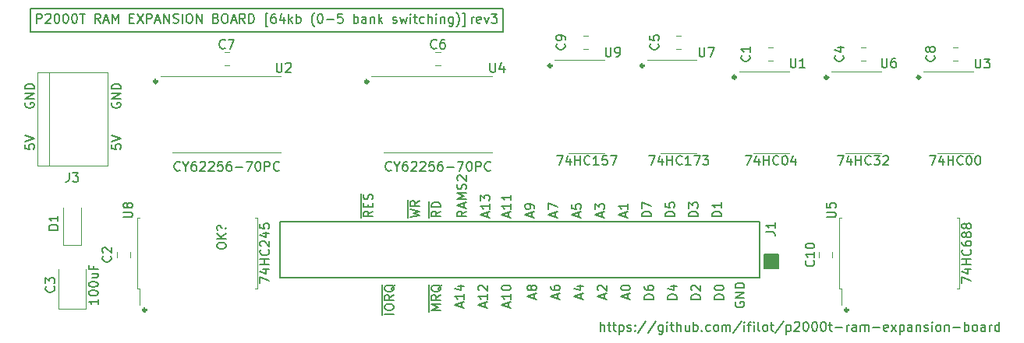
<source format=gbr>
%TF.GenerationSoftware,KiCad,Pcbnew,7.0.10*%
%TF.CreationDate,2024-01-06T13:40:11+01:00*%
%TF.ProjectId,p2000t-ram-expansion-board-smd,70323030-3074-42d7-9261-6d2d65787061,rev?*%
%TF.SameCoordinates,Original*%
%TF.FileFunction,Legend,Top*%
%TF.FilePolarity,Positive*%
%FSLAX46Y46*%
G04 Gerber Fmt 4.6, Leading zero omitted, Abs format (unit mm)*
G04 Created by KiCad (PCBNEW 7.0.10) date 2024-01-06 13:40:11*
%MOMM*%
%LPD*%
G01*
G04 APERTURE LIST*
%ADD10C,0.329000*%
%ADD11C,0.150000*%
%ADD12C,0.120000*%
G04 APERTURE END LIST*
D10*
X34454500Y-85775800D02*
G75*
G03*
X34125500Y-85775800I-164500J0D01*
G01*
X34125500Y-85775800D02*
G75*
G03*
X34454500Y-85775800I164500J0D01*
G01*
X110654500Y-85775800D02*
G75*
G03*
X110325500Y-85775800I-164500J0D01*
G01*
X110325500Y-85775800D02*
G75*
G03*
X110654500Y-85775800I164500J0D01*
G01*
X118477700Y-60452000D02*
G75*
G03*
X118148700Y-60452000I-164500J0D01*
G01*
X118148700Y-60452000D02*
G75*
G03*
X118477700Y-60452000I164500J0D01*
G01*
X108470100Y-60477400D02*
G75*
G03*
X108141100Y-60477400I-164500J0D01*
G01*
X108141100Y-60477400D02*
G75*
G03*
X108470100Y-60477400I164500J0D01*
G01*
X98462500Y-60452000D02*
G75*
G03*
X98133500Y-60452000I-164500J0D01*
G01*
X98133500Y-60452000D02*
G75*
G03*
X98462500Y-60452000I164500J0D01*
G01*
X88454900Y-59182000D02*
G75*
G03*
X88125900Y-59182000I-164500J0D01*
G01*
X88125900Y-59182000D02*
G75*
G03*
X88454900Y-59182000I164500J0D01*
G01*
X78447300Y-59207400D02*
G75*
G03*
X78118300Y-59207400I-164500J0D01*
G01*
X78118300Y-59207400D02*
G75*
G03*
X78447300Y-59207400I164500J0D01*
G01*
X58559100Y-60934600D02*
G75*
G03*
X58230100Y-60934600I-164500J0D01*
G01*
X58230100Y-60934600D02*
G75*
G03*
X58559100Y-60934600I164500J0D01*
G01*
X35622900Y-60909200D02*
G75*
G03*
X35293900Y-60909200I-164500J0D01*
G01*
X35293900Y-60909200D02*
G75*
G03*
X35622900Y-60909200I164500J0D01*
G01*
D11*
X101516000Y-79756000D02*
X103040000Y-79756000D01*
X103040000Y-81280000D01*
X101516000Y-81280000D01*
X101516000Y-79756000D01*
G36*
X101516000Y-79756000D02*
G01*
X103040000Y-79756000D01*
X103040000Y-81280000D01*
X101516000Y-81280000D01*
X101516000Y-79756000D01*
G37*
X21844000Y-52959000D02*
X73152000Y-52959000D01*
X73152000Y-55499000D01*
X21844000Y-55499000D01*
X21844000Y-52959000D01*
X48938000Y-76200000D02*
X101008000Y-76200000D01*
X101008000Y-82296000D01*
X48938000Y-82296000D01*
X48938000Y-76200000D01*
X66410819Y-75037792D02*
X65934628Y-75371125D01*
X66410819Y-75609220D02*
X65410819Y-75609220D01*
X65410819Y-75609220D02*
X65410819Y-75228268D01*
X65410819Y-75228268D02*
X65458438Y-75133030D01*
X65458438Y-75133030D02*
X65506057Y-75085411D01*
X65506057Y-75085411D02*
X65601295Y-75037792D01*
X65601295Y-75037792D02*
X65744152Y-75037792D01*
X65744152Y-75037792D02*
X65839390Y-75085411D01*
X65839390Y-75085411D02*
X65887009Y-75133030D01*
X65887009Y-75133030D02*
X65934628Y-75228268D01*
X65934628Y-75228268D02*
X65934628Y-75609220D01*
X66410819Y-74609220D02*
X65410819Y-74609220D01*
X65410819Y-74609220D02*
X65410819Y-74371125D01*
X65410819Y-74371125D02*
X65458438Y-74228268D01*
X65458438Y-74228268D02*
X65553676Y-74133030D01*
X65553676Y-74133030D02*
X65648914Y-74085411D01*
X65648914Y-74085411D02*
X65839390Y-74037792D01*
X65839390Y-74037792D02*
X65982247Y-74037792D01*
X65982247Y-74037792D02*
X66172723Y-74085411D01*
X66172723Y-74085411D02*
X66267961Y-74133030D01*
X66267961Y-74133030D02*
X66363200Y-74228268D01*
X66363200Y-74228268D02*
X66410819Y-74371125D01*
X66410819Y-74371125D02*
X66410819Y-74609220D01*
X65133200Y-75747316D02*
X65133200Y-73947316D01*
X63124819Y-75704458D02*
X64124819Y-75466363D01*
X64124819Y-75466363D02*
X63410533Y-75275887D01*
X63410533Y-75275887D02*
X64124819Y-75085411D01*
X64124819Y-75085411D02*
X63124819Y-74847316D01*
X64124819Y-73894935D02*
X63648628Y-74228268D01*
X64124819Y-74466363D02*
X63124819Y-74466363D01*
X63124819Y-74466363D02*
X63124819Y-74085411D01*
X63124819Y-74085411D02*
X63172438Y-73990173D01*
X63172438Y-73990173D02*
X63220057Y-73942554D01*
X63220057Y-73942554D02*
X63315295Y-73894935D01*
X63315295Y-73894935D02*
X63458152Y-73894935D01*
X63458152Y-73894935D02*
X63553390Y-73942554D01*
X63553390Y-73942554D02*
X63601009Y-73990173D01*
X63601009Y-73990173D02*
X63648628Y-74085411D01*
X63648628Y-74085411D02*
X63648628Y-74466363D01*
X62847200Y-75747316D02*
X62847200Y-73804459D01*
X79079104Y-84521731D02*
X79079104Y-84045541D01*
X79364819Y-84616969D02*
X78364819Y-84283636D01*
X78364819Y-84283636D02*
X79364819Y-83950303D01*
X78364819Y-83188398D02*
X78364819Y-83378874D01*
X78364819Y-83378874D02*
X78412438Y-83474112D01*
X78412438Y-83474112D02*
X78460057Y-83521731D01*
X78460057Y-83521731D02*
X78602914Y-83616969D01*
X78602914Y-83616969D02*
X78793390Y-83664588D01*
X78793390Y-83664588D02*
X79174342Y-83664588D01*
X79174342Y-83664588D02*
X79269580Y-83616969D01*
X79269580Y-83616969D02*
X79317200Y-83569350D01*
X79317200Y-83569350D02*
X79364819Y-83474112D01*
X79364819Y-83474112D02*
X79364819Y-83283636D01*
X79364819Y-83283636D02*
X79317200Y-83188398D01*
X79317200Y-83188398D02*
X79269580Y-83140779D01*
X79269580Y-83140779D02*
X79174342Y-83093160D01*
X79174342Y-83093160D02*
X78936247Y-83093160D01*
X78936247Y-83093160D02*
X78841009Y-83140779D01*
X78841009Y-83140779D02*
X78793390Y-83188398D01*
X78793390Y-83188398D02*
X78745771Y-83283636D01*
X78745771Y-83283636D02*
X78745771Y-83474112D01*
X78745771Y-83474112D02*
X78793390Y-83569350D01*
X78793390Y-83569350D02*
X78841009Y-83616969D01*
X78841009Y-83616969D02*
X78936247Y-83664588D01*
X30696819Y-67754476D02*
X30696819Y-68230666D01*
X30696819Y-68230666D02*
X31173009Y-68278285D01*
X31173009Y-68278285D02*
X31125390Y-68230666D01*
X31125390Y-68230666D02*
X31077771Y-68135428D01*
X31077771Y-68135428D02*
X31077771Y-67897333D01*
X31077771Y-67897333D02*
X31125390Y-67802095D01*
X31125390Y-67802095D02*
X31173009Y-67754476D01*
X31173009Y-67754476D02*
X31268247Y-67706857D01*
X31268247Y-67706857D02*
X31506342Y-67706857D01*
X31506342Y-67706857D02*
X31601580Y-67754476D01*
X31601580Y-67754476D02*
X31649200Y-67802095D01*
X31649200Y-67802095D02*
X31696819Y-67897333D01*
X31696819Y-67897333D02*
X31696819Y-68135428D01*
X31696819Y-68135428D02*
X31649200Y-68230666D01*
X31649200Y-68230666D02*
X31601580Y-68278285D01*
X30696819Y-67421142D02*
X31696819Y-67087809D01*
X31696819Y-67087809D02*
X30696819Y-66754476D01*
X73745104Y-75656839D02*
X73745104Y-75180649D01*
X74030819Y-75752077D02*
X73030819Y-75418744D01*
X73030819Y-75418744D02*
X74030819Y-75085411D01*
X74030819Y-74228268D02*
X74030819Y-74799696D01*
X74030819Y-74513982D02*
X73030819Y-74513982D01*
X73030819Y-74513982D02*
X73173676Y-74609220D01*
X73173676Y-74609220D02*
X73268914Y-74704458D01*
X73268914Y-74704458D02*
X73316533Y-74799696D01*
X74030819Y-73275887D02*
X74030819Y-73847315D01*
X74030819Y-73561601D02*
X73030819Y-73561601D01*
X73030819Y-73561601D02*
X73173676Y-73656839D01*
X73173676Y-73656839D02*
X73268914Y-73752077D01*
X73268914Y-73752077D02*
X73316533Y-73847315D01*
X61330819Y-86236016D02*
X60330819Y-86236016D01*
X60330819Y-85569350D02*
X60330819Y-85378874D01*
X60330819Y-85378874D02*
X60378438Y-85283636D01*
X60378438Y-85283636D02*
X60473676Y-85188398D01*
X60473676Y-85188398D02*
X60664152Y-85140779D01*
X60664152Y-85140779D02*
X60997485Y-85140779D01*
X60997485Y-85140779D02*
X61187961Y-85188398D01*
X61187961Y-85188398D02*
X61283200Y-85283636D01*
X61283200Y-85283636D02*
X61330819Y-85378874D01*
X61330819Y-85378874D02*
X61330819Y-85569350D01*
X61330819Y-85569350D02*
X61283200Y-85664588D01*
X61283200Y-85664588D02*
X61187961Y-85759826D01*
X61187961Y-85759826D02*
X60997485Y-85807445D01*
X60997485Y-85807445D02*
X60664152Y-85807445D01*
X60664152Y-85807445D02*
X60473676Y-85759826D01*
X60473676Y-85759826D02*
X60378438Y-85664588D01*
X60378438Y-85664588D02*
X60330819Y-85569350D01*
X61330819Y-84140779D02*
X60854628Y-84474112D01*
X61330819Y-84712207D02*
X60330819Y-84712207D01*
X60330819Y-84712207D02*
X60330819Y-84331255D01*
X60330819Y-84331255D02*
X60378438Y-84236017D01*
X60378438Y-84236017D02*
X60426057Y-84188398D01*
X60426057Y-84188398D02*
X60521295Y-84140779D01*
X60521295Y-84140779D02*
X60664152Y-84140779D01*
X60664152Y-84140779D02*
X60759390Y-84188398D01*
X60759390Y-84188398D02*
X60807009Y-84236017D01*
X60807009Y-84236017D02*
X60854628Y-84331255D01*
X60854628Y-84331255D02*
X60854628Y-84712207D01*
X61426057Y-83045541D02*
X61378438Y-83140779D01*
X61378438Y-83140779D02*
X61283200Y-83236017D01*
X61283200Y-83236017D02*
X61140342Y-83378874D01*
X61140342Y-83378874D02*
X61092723Y-83474112D01*
X61092723Y-83474112D02*
X61092723Y-83569350D01*
X61330819Y-83521731D02*
X61283200Y-83616969D01*
X61283200Y-83616969D02*
X61187961Y-83712207D01*
X61187961Y-83712207D02*
X60997485Y-83759826D01*
X60997485Y-83759826D02*
X60664152Y-83759826D01*
X60664152Y-83759826D02*
X60473676Y-83712207D01*
X60473676Y-83712207D02*
X60378438Y-83616969D01*
X60378438Y-83616969D02*
X60330819Y-83521731D01*
X60330819Y-83521731D02*
X60330819Y-83331255D01*
X60330819Y-83331255D02*
X60378438Y-83236017D01*
X60378438Y-83236017D02*
X60473676Y-83140779D01*
X60473676Y-83140779D02*
X60664152Y-83093160D01*
X60664152Y-83093160D02*
X60997485Y-83093160D01*
X60997485Y-83093160D02*
X61187961Y-83140779D01*
X61187961Y-83140779D02*
X61283200Y-83236017D01*
X61283200Y-83236017D02*
X61330819Y-83331255D01*
X61330819Y-83331255D02*
X61330819Y-83521731D01*
X60053200Y-86374112D02*
X60053200Y-83002684D01*
X86699104Y-84521731D02*
X86699104Y-84045541D01*
X86984819Y-84616969D02*
X85984819Y-84283636D01*
X85984819Y-84283636D02*
X86984819Y-83950303D01*
X85984819Y-83426493D02*
X85984819Y-83331255D01*
X85984819Y-83331255D02*
X86032438Y-83236017D01*
X86032438Y-83236017D02*
X86080057Y-83188398D01*
X86080057Y-83188398D02*
X86175295Y-83140779D01*
X86175295Y-83140779D02*
X86365771Y-83093160D01*
X86365771Y-83093160D02*
X86603866Y-83093160D01*
X86603866Y-83093160D02*
X86794342Y-83140779D01*
X86794342Y-83140779D02*
X86889580Y-83188398D01*
X86889580Y-83188398D02*
X86937200Y-83236017D01*
X86937200Y-83236017D02*
X86984819Y-83331255D01*
X86984819Y-83331255D02*
X86984819Y-83426493D01*
X86984819Y-83426493D02*
X86937200Y-83521731D01*
X86937200Y-83521731D02*
X86889580Y-83569350D01*
X86889580Y-83569350D02*
X86794342Y-83616969D01*
X86794342Y-83616969D02*
X86603866Y-83664588D01*
X86603866Y-83664588D02*
X86365771Y-83664588D01*
X86365771Y-83664588D02*
X86175295Y-83616969D01*
X86175295Y-83616969D02*
X86080057Y-83569350D01*
X86080057Y-83569350D02*
X86032438Y-83521731D01*
X86032438Y-83521731D02*
X85984819Y-83426493D01*
X96890819Y-75609220D02*
X95890819Y-75609220D01*
X95890819Y-75609220D02*
X95890819Y-75371125D01*
X95890819Y-75371125D02*
X95938438Y-75228268D01*
X95938438Y-75228268D02*
X96033676Y-75133030D01*
X96033676Y-75133030D02*
X96128914Y-75085411D01*
X96128914Y-75085411D02*
X96319390Y-75037792D01*
X96319390Y-75037792D02*
X96462247Y-75037792D01*
X96462247Y-75037792D02*
X96652723Y-75085411D01*
X96652723Y-75085411D02*
X96747961Y-75133030D01*
X96747961Y-75133030D02*
X96843200Y-75228268D01*
X96843200Y-75228268D02*
X96890819Y-75371125D01*
X96890819Y-75371125D02*
X96890819Y-75609220D01*
X96890819Y-74085411D02*
X96890819Y-74656839D01*
X96890819Y-74371125D02*
X95890819Y-74371125D01*
X95890819Y-74371125D02*
X96033676Y-74466363D01*
X96033676Y-74466363D02*
X96128914Y-74561601D01*
X96128914Y-74561601D02*
X96176533Y-74656839D01*
X71205104Y-85474112D02*
X71205104Y-84997922D01*
X71490819Y-85569350D02*
X70490819Y-85236017D01*
X70490819Y-85236017D02*
X71490819Y-84902684D01*
X71490819Y-84045541D02*
X71490819Y-84616969D01*
X71490819Y-84331255D02*
X70490819Y-84331255D01*
X70490819Y-84331255D02*
X70633676Y-84426493D01*
X70633676Y-84426493D02*
X70728914Y-84521731D01*
X70728914Y-84521731D02*
X70776533Y-84616969D01*
X70586057Y-83664588D02*
X70538438Y-83616969D01*
X70538438Y-83616969D02*
X70490819Y-83521731D01*
X70490819Y-83521731D02*
X70490819Y-83283636D01*
X70490819Y-83283636D02*
X70538438Y-83188398D01*
X70538438Y-83188398D02*
X70586057Y-83140779D01*
X70586057Y-83140779D02*
X70681295Y-83093160D01*
X70681295Y-83093160D02*
X70776533Y-83093160D01*
X70776533Y-83093160D02*
X70919390Y-83140779D01*
X70919390Y-83140779D02*
X71490819Y-83712207D01*
X71490819Y-83712207D02*
X71490819Y-83093160D01*
X89524819Y-84616969D02*
X88524819Y-84616969D01*
X88524819Y-84616969D02*
X88524819Y-84378874D01*
X88524819Y-84378874D02*
X88572438Y-84236017D01*
X88572438Y-84236017D02*
X88667676Y-84140779D01*
X88667676Y-84140779D02*
X88762914Y-84093160D01*
X88762914Y-84093160D02*
X88953390Y-84045541D01*
X88953390Y-84045541D02*
X89096247Y-84045541D01*
X89096247Y-84045541D02*
X89286723Y-84093160D01*
X89286723Y-84093160D02*
X89381961Y-84140779D01*
X89381961Y-84140779D02*
X89477200Y-84236017D01*
X89477200Y-84236017D02*
X89524819Y-84378874D01*
X89524819Y-84378874D02*
X89524819Y-84616969D01*
X88524819Y-83188398D02*
X88524819Y-83378874D01*
X88524819Y-83378874D02*
X88572438Y-83474112D01*
X88572438Y-83474112D02*
X88620057Y-83521731D01*
X88620057Y-83521731D02*
X88762914Y-83616969D01*
X88762914Y-83616969D02*
X88953390Y-83664588D01*
X88953390Y-83664588D02*
X89334342Y-83664588D01*
X89334342Y-83664588D02*
X89429580Y-83616969D01*
X89429580Y-83616969D02*
X89477200Y-83569350D01*
X89477200Y-83569350D02*
X89524819Y-83474112D01*
X89524819Y-83474112D02*
X89524819Y-83283636D01*
X89524819Y-83283636D02*
X89477200Y-83188398D01*
X89477200Y-83188398D02*
X89429580Y-83140779D01*
X89429580Y-83140779D02*
X89334342Y-83093160D01*
X89334342Y-83093160D02*
X89096247Y-83093160D01*
X89096247Y-83093160D02*
X89001009Y-83140779D01*
X89001009Y-83140779D02*
X88953390Y-83188398D01*
X88953390Y-83188398D02*
X88905771Y-83283636D01*
X88905771Y-83283636D02*
X88905771Y-83474112D01*
X88905771Y-83474112D02*
X88953390Y-83569350D01*
X88953390Y-83569350D02*
X89001009Y-83616969D01*
X89001009Y-83616969D02*
X89096247Y-83664588D01*
X21298819Y-67754476D02*
X21298819Y-68230666D01*
X21298819Y-68230666D02*
X21775009Y-68278285D01*
X21775009Y-68278285D02*
X21727390Y-68230666D01*
X21727390Y-68230666D02*
X21679771Y-68135428D01*
X21679771Y-68135428D02*
X21679771Y-67897333D01*
X21679771Y-67897333D02*
X21727390Y-67802095D01*
X21727390Y-67802095D02*
X21775009Y-67754476D01*
X21775009Y-67754476D02*
X21870247Y-67706857D01*
X21870247Y-67706857D02*
X22108342Y-67706857D01*
X22108342Y-67706857D02*
X22203580Y-67754476D01*
X22203580Y-67754476D02*
X22251200Y-67802095D01*
X22251200Y-67802095D02*
X22298819Y-67897333D01*
X22298819Y-67897333D02*
X22298819Y-68135428D01*
X22298819Y-68135428D02*
X22251200Y-68230666D01*
X22251200Y-68230666D02*
X22203580Y-68278285D01*
X21298819Y-67421142D02*
X22298819Y-67087809D01*
X22298819Y-67087809D02*
X21298819Y-66754476D01*
X42126819Y-78874809D02*
X42126819Y-78684333D01*
X42126819Y-78684333D02*
X42174438Y-78589095D01*
X42174438Y-78589095D02*
X42269676Y-78493857D01*
X42269676Y-78493857D02*
X42460152Y-78446238D01*
X42460152Y-78446238D02*
X42793485Y-78446238D01*
X42793485Y-78446238D02*
X42983961Y-78493857D01*
X42983961Y-78493857D02*
X43079200Y-78589095D01*
X43079200Y-78589095D02*
X43126819Y-78684333D01*
X43126819Y-78684333D02*
X43126819Y-78874809D01*
X43126819Y-78874809D02*
X43079200Y-78970047D01*
X43079200Y-78970047D02*
X42983961Y-79065285D01*
X42983961Y-79065285D02*
X42793485Y-79112904D01*
X42793485Y-79112904D02*
X42460152Y-79112904D01*
X42460152Y-79112904D02*
X42269676Y-79065285D01*
X42269676Y-79065285D02*
X42174438Y-78970047D01*
X42174438Y-78970047D02*
X42126819Y-78874809D01*
X43126819Y-78017666D02*
X42126819Y-78017666D01*
X43126819Y-77446238D02*
X42555390Y-77874809D01*
X42126819Y-77446238D02*
X42698247Y-78017666D01*
X43031580Y-76874809D02*
X43079200Y-76827190D01*
X43079200Y-76827190D02*
X43126819Y-76874809D01*
X43126819Y-76874809D02*
X43079200Y-76922428D01*
X43079200Y-76922428D02*
X43031580Y-76874809D01*
X43031580Y-76874809D02*
X43126819Y-76874809D01*
X42174438Y-77065285D02*
X42126819Y-76970047D01*
X42126819Y-76970047D02*
X42126819Y-76731952D01*
X42126819Y-76731952D02*
X42174438Y-76636714D01*
X42174438Y-76636714D02*
X42269676Y-76589095D01*
X42269676Y-76589095D02*
X42364914Y-76589095D01*
X42364914Y-76589095D02*
X42460152Y-76636714D01*
X42460152Y-76636714D02*
X42507771Y-76684333D01*
X42507771Y-76684333D02*
X42555390Y-76779571D01*
X42555390Y-76779571D02*
X42603009Y-76827190D01*
X42603009Y-76827190D02*
X42698247Y-76874809D01*
X42698247Y-76874809D02*
X42745866Y-76874809D01*
X81619104Y-84521731D02*
X81619104Y-84045541D01*
X81904819Y-84616969D02*
X80904819Y-84283636D01*
X80904819Y-84283636D02*
X81904819Y-83950303D01*
X81238152Y-83188398D02*
X81904819Y-83188398D01*
X80857200Y-83426493D02*
X81571485Y-83664588D01*
X81571485Y-83664588D02*
X81571485Y-83045541D01*
X21346438Y-63245904D02*
X21298819Y-63341142D01*
X21298819Y-63341142D02*
X21298819Y-63483999D01*
X21298819Y-63483999D02*
X21346438Y-63626856D01*
X21346438Y-63626856D02*
X21441676Y-63722094D01*
X21441676Y-63722094D02*
X21536914Y-63769713D01*
X21536914Y-63769713D02*
X21727390Y-63817332D01*
X21727390Y-63817332D02*
X21870247Y-63817332D01*
X21870247Y-63817332D02*
X22060723Y-63769713D01*
X22060723Y-63769713D02*
X22155961Y-63722094D01*
X22155961Y-63722094D02*
X22251200Y-63626856D01*
X22251200Y-63626856D02*
X22298819Y-63483999D01*
X22298819Y-63483999D02*
X22298819Y-63388761D01*
X22298819Y-63388761D02*
X22251200Y-63245904D01*
X22251200Y-63245904D02*
X22203580Y-63198285D01*
X22203580Y-63198285D02*
X21870247Y-63198285D01*
X21870247Y-63198285D02*
X21870247Y-63388761D01*
X22298819Y-62769713D02*
X21298819Y-62769713D01*
X21298819Y-62769713D02*
X22298819Y-62198285D01*
X22298819Y-62198285D02*
X21298819Y-62198285D01*
X22298819Y-61722094D02*
X21298819Y-61722094D01*
X21298819Y-61722094D02*
X21298819Y-61483999D01*
X21298819Y-61483999D02*
X21346438Y-61341142D01*
X21346438Y-61341142D02*
X21441676Y-61245904D01*
X21441676Y-61245904D02*
X21536914Y-61198285D01*
X21536914Y-61198285D02*
X21727390Y-61150666D01*
X21727390Y-61150666D02*
X21870247Y-61150666D01*
X21870247Y-61150666D02*
X22060723Y-61198285D01*
X22060723Y-61198285D02*
X22155961Y-61245904D01*
X22155961Y-61245904D02*
X22251200Y-61341142D01*
X22251200Y-61341142D02*
X22298819Y-61483999D01*
X22298819Y-61483999D02*
X22298819Y-61722094D01*
X30744438Y-63245904D02*
X30696819Y-63341142D01*
X30696819Y-63341142D02*
X30696819Y-63483999D01*
X30696819Y-63483999D02*
X30744438Y-63626856D01*
X30744438Y-63626856D02*
X30839676Y-63722094D01*
X30839676Y-63722094D02*
X30934914Y-63769713D01*
X30934914Y-63769713D02*
X31125390Y-63817332D01*
X31125390Y-63817332D02*
X31268247Y-63817332D01*
X31268247Y-63817332D02*
X31458723Y-63769713D01*
X31458723Y-63769713D02*
X31553961Y-63722094D01*
X31553961Y-63722094D02*
X31649200Y-63626856D01*
X31649200Y-63626856D02*
X31696819Y-63483999D01*
X31696819Y-63483999D02*
X31696819Y-63388761D01*
X31696819Y-63388761D02*
X31649200Y-63245904D01*
X31649200Y-63245904D02*
X31601580Y-63198285D01*
X31601580Y-63198285D02*
X31268247Y-63198285D01*
X31268247Y-63198285D02*
X31268247Y-63388761D01*
X31696819Y-62769713D02*
X30696819Y-62769713D01*
X30696819Y-62769713D02*
X31696819Y-62198285D01*
X31696819Y-62198285D02*
X30696819Y-62198285D01*
X31696819Y-61722094D02*
X30696819Y-61722094D01*
X30696819Y-61722094D02*
X30696819Y-61483999D01*
X30696819Y-61483999D02*
X30744438Y-61341142D01*
X30744438Y-61341142D02*
X30839676Y-61245904D01*
X30839676Y-61245904D02*
X30934914Y-61198285D01*
X30934914Y-61198285D02*
X31125390Y-61150666D01*
X31125390Y-61150666D02*
X31268247Y-61150666D01*
X31268247Y-61150666D02*
X31458723Y-61198285D01*
X31458723Y-61198285D02*
X31553961Y-61245904D01*
X31553961Y-61245904D02*
X31649200Y-61341142D01*
X31649200Y-61341142D02*
X31696819Y-61483999D01*
X31696819Y-61483999D02*
X31696819Y-61722094D01*
X83767142Y-88084819D02*
X83767142Y-87084819D01*
X84195713Y-88084819D02*
X84195713Y-87561009D01*
X84195713Y-87561009D02*
X84148094Y-87465771D01*
X84148094Y-87465771D02*
X84052856Y-87418152D01*
X84052856Y-87418152D02*
X83909999Y-87418152D01*
X83909999Y-87418152D02*
X83814761Y-87465771D01*
X83814761Y-87465771D02*
X83767142Y-87513390D01*
X84529047Y-87418152D02*
X84909999Y-87418152D01*
X84671904Y-87084819D02*
X84671904Y-87941961D01*
X84671904Y-87941961D02*
X84719523Y-88037200D01*
X84719523Y-88037200D02*
X84814761Y-88084819D01*
X84814761Y-88084819D02*
X84909999Y-88084819D01*
X85100476Y-87418152D02*
X85481428Y-87418152D01*
X85243333Y-87084819D02*
X85243333Y-87941961D01*
X85243333Y-87941961D02*
X85290952Y-88037200D01*
X85290952Y-88037200D02*
X85386190Y-88084819D01*
X85386190Y-88084819D02*
X85481428Y-88084819D01*
X85814762Y-87418152D02*
X85814762Y-88418152D01*
X85814762Y-87465771D02*
X85910000Y-87418152D01*
X85910000Y-87418152D02*
X86100476Y-87418152D01*
X86100476Y-87418152D02*
X86195714Y-87465771D01*
X86195714Y-87465771D02*
X86243333Y-87513390D01*
X86243333Y-87513390D02*
X86290952Y-87608628D01*
X86290952Y-87608628D02*
X86290952Y-87894342D01*
X86290952Y-87894342D02*
X86243333Y-87989580D01*
X86243333Y-87989580D02*
X86195714Y-88037200D01*
X86195714Y-88037200D02*
X86100476Y-88084819D01*
X86100476Y-88084819D02*
X85910000Y-88084819D01*
X85910000Y-88084819D02*
X85814762Y-88037200D01*
X86671905Y-88037200D02*
X86767143Y-88084819D01*
X86767143Y-88084819D02*
X86957619Y-88084819D01*
X86957619Y-88084819D02*
X87052857Y-88037200D01*
X87052857Y-88037200D02*
X87100476Y-87941961D01*
X87100476Y-87941961D02*
X87100476Y-87894342D01*
X87100476Y-87894342D02*
X87052857Y-87799104D01*
X87052857Y-87799104D02*
X86957619Y-87751485D01*
X86957619Y-87751485D02*
X86814762Y-87751485D01*
X86814762Y-87751485D02*
X86719524Y-87703866D01*
X86719524Y-87703866D02*
X86671905Y-87608628D01*
X86671905Y-87608628D02*
X86671905Y-87561009D01*
X86671905Y-87561009D02*
X86719524Y-87465771D01*
X86719524Y-87465771D02*
X86814762Y-87418152D01*
X86814762Y-87418152D02*
X86957619Y-87418152D01*
X86957619Y-87418152D02*
X87052857Y-87465771D01*
X87529048Y-87989580D02*
X87576667Y-88037200D01*
X87576667Y-88037200D02*
X87529048Y-88084819D01*
X87529048Y-88084819D02*
X87481429Y-88037200D01*
X87481429Y-88037200D02*
X87529048Y-87989580D01*
X87529048Y-87989580D02*
X87529048Y-88084819D01*
X87529048Y-87465771D02*
X87576667Y-87513390D01*
X87576667Y-87513390D02*
X87529048Y-87561009D01*
X87529048Y-87561009D02*
X87481429Y-87513390D01*
X87481429Y-87513390D02*
X87529048Y-87465771D01*
X87529048Y-87465771D02*
X87529048Y-87561009D01*
X88719523Y-87037200D02*
X87862381Y-88322914D01*
X89767142Y-87037200D02*
X88910000Y-88322914D01*
X90529047Y-87418152D02*
X90529047Y-88227676D01*
X90529047Y-88227676D02*
X90481428Y-88322914D01*
X90481428Y-88322914D02*
X90433809Y-88370533D01*
X90433809Y-88370533D02*
X90338571Y-88418152D01*
X90338571Y-88418152D02*
X90195714Y-88418152D01*
X90195714Y-88418152D02*
X90100476Y-88370533D01*
X90529047Y-88037200D02*
X90433809Y-88084819D01*
X90433809Y-88084819D02*
X90243333Y-88084819D01*
X90243333Y-88084819D02*
X90148095Y-88037200D01*
X90148095Y-88037200D02*
X90100476Y-87989580D01*
X90100476Y-87989580D02*
X90052857Y-87894342D01*
X90052857Y-87894342D02*
X90052857Y-87608628D01*
X90052857Y-87608628D02*
X90100476Y-87513390D01*
X90100476Y-87513390D02*
X90148095Y-87465771D01*
X90148095Y-87465771D02*
X90243333Y-87418152D01*
X90243333Y-87418152D02*
X90433809Y-87418152D01*
X90433809Y-87418152D02*
X90529047Y-87465771D01*
X91005238Y-88084819D02*
X91005238Y-87418152D01*
X91005238Y-87084819D02*
X90957619Y-87132438D01*
X90957619Y-87132438D02*
X91005238Y-87180057D01*
X91005238Y-87180057D02*
X91052857Y-87132438D01*
X91052857Y-87132438D02*
X91005238Y-87084819D01*
X91005238Y-87084819D02*
X91005238Y-87180057D01*
X91338571Y-87418152D02*
X91719523Y-87418152D01*
X91481428Y-87084819D02*
X91481428Y-87941961D01*
X91481428Y-87941961D02*
X91529047Y-88037200D01*
X91529047Y-88037200D02*
X91624285Y-88084819D01*
X91624285Y-88084819D02*
X91719523Y-88084819D01*
X92052857Y-88084819D02*
X92052857Y-87084819D01*
X92481428Y-88084819D02*
X92481428Y-87561009D01*
X92481428Y-87561009D02*
X92433809Y-87465771D01*
X92433809Y-87465771D02*
X92338571Y-87418152D01*
X92338571Y-87418152D02*
X92195714Y-87418152D01*
X92195714Y-87418152D02*
X92100476Y-87465771D01*
X92100476Y-87465771D02*
X92052857Y-87513390D01*
X93386190Y-87418152D02*
X93386190Y-88084819D01*
X92957619Y-87418152D02*
X92957619Y-87941961D01*
X92957619Y-87941961D02*
X93005238Y-88037200D01*
X93005238Y-88037200D02*
X93100476Y-88084819D01*
X93100476Y-88084819D02*
X93243333Y-88084819D01*
X93243333Y-88084819D02*
X93338571Y-88037200D01*
X93338571Y-88037200D02*
X93386190Y-87989580D01*
X93862381Y-88084819D02*
X93862381Y-87084819D01*
X93862381Y-87465771D02*
X93957619Y-87418152D01*
X93957619Y-87418152D02*
X94148095Y-87418152D01*
X94148095Y-87418152D02*
X94243333Y-87465771D01*
X94243333Y-87465771D02*
X94290952Y-87513390D01*
X94290952Y-87513390D02*
X94338571Y-87608628D01*
X94338571Y-87608628D02*
X94338571Y-87894342D01*
X94338571Y-87894342D02*
X94290952Y-87989580D01*
X94290952Y-87989580D02*
X94243333Y-88037200D01*
X94243333Y-88037200D02*
X94148095Y-88084819D01*
X94148095Y-88084819D02*
X93957619Y-88084819D01*
X93957619Y-88084819D02*
X93862381Y-88037200D01*
X94767143Y-87989580D02*
X94814762Y-88037200D01*
X94814762Y-88037200D02*
X94767143Y-88084819D01*
X94767143Y-88084819D02*
X94719524Y-88037200D01*
X94719524Y-88037200D02*
X94767143Y-87989580D01*
X94767143Y-87989580D02*
X94767143Y-88084819D01*
X95671904Y-88037200D02*
X95576666Y-88084819D01*
X95576666Y-88084819D02*
X95386190Y-88084819D01*
X95386190Y-88084819D02*
X95290952Y-88037200D01*
X95290952Y-88037200D02*
X95243333Y-87989580D01*
X95243333Y-87989580D02*
X95195714Y-87894342D01*
X95195714Y-87894342D02*
X95195714Y-87608628D01*
X95195714Y-87608628D02*
X95243333Y-87513390D01*
X95243333Y-87513390D02*
X95290952Y-87465771D01*
X95290952Y-87465771D02*
X95386190Y-87418152D01*
X95386190Y-87418152D02*
X95576666Y-87418152D01*
X95576666Y-87418152D02*
X95671904Y-87465771D01*
X96243333Y-88084819D02*
X96148095Y-88037200D01*
X96148095Y-88037200D02*
X96100476Y-87989580D01*
X96100476Y-87989580D02*
X96052857Y-87894342D01*
X96052857Y-87894342D02*
X96052857Y-87608628D01*
X96052857Y-87608628D02*
X96100476Y-87513390D01*
X96100476Y-87513390D02*
X96148095Y-87465771D01*
X96148095Y-87465771D02*
X96243333Y-87418152D01*
X96243333Y-87418152D02*
X96386190Y-87418152D01*
X96386190Y-87418152D02*
X96481428Y-87465771D01*
X96481428Y-87465771D02*
X96529047Y-87513390D01*
X96529047Y-87513390D02*
X96576666Y-87608628D01*
X96576666Y-87608628D02*
X96576666Y-87894342D01*
X96576666Y-87894342D02*
X96529047Y-87989580D01*
X96529047Y-87989580D02*
X96481428Y-88037200D01*
X96481428Y-88037200D02*
X96386190Y-88084819D01*
X96386190Y-88084819D02*
X96243333Y-88084819D01*
X97005238Y-88084819D02*
X97005238Y-87418152D01*
X97005238Y-87513390D02*
X97052857Y-87465771D01*
X97052857Y-87465771D02*
X97148095Y-87418152D01*
X97148095Y-87418152D02*
X97290952Y-87418152D01*
X97290952Y-87418152D02*
X97386190Y-87465771D01*
X97386190Y-87465771D02*
X97433809Y-87561009D01*
X97433809Y-87561009D02*
X97433809Y-88084819D01*
X97433809Y-87561009D02*
X97481428Y-87465771D01*
X97481428Y-87465771D02*
X97576666Y-87418152D01*
X97576666Y-87418152D02*
X97719523Y-87418152D01*
X97719523Y-87418152D02*
X97814762Y-87465771D01*
X97814762Y-87465771D02*
X97862381Y-87561009D01*
X97862381Y-87561009D02*
X97862381Y-88084819D01*
X99052856Y-87037200D02*
X98195714Y-88322914D01*
X99386190Y-88084819D02*
X99386190Y-87418152D01*
X99386190Y-87084819D02*
X99338571Y-87132438D01*
X99338571Y-87132438D02*
X99386190Y-87180057D01*
X99386190Y-87180057D02*
X99433809Y-87132438D01*
X99433809Y-87132438D02*
X99386190Y-87084819D01*
X99386190Y-87084819D02*
X99386190Y-87180057D01*
X99719523Y-87418152D02*
X100100475Y-87418152D01*
X99862380Y-88084819D02*
X99862380Y-87227676D01*
X99862380Y-87227676D02*
X99909999Y-87132438D01*
X99909999Y-87132438D02*
X100005237Y-87084819D01*
X100005237Y-87084819D02*
X100100475Y-87084819D01*
X100433809Y-88084819D02*
X100433809Y-87418152D01*
X100433809Y-87084819D02*
X100386190Y-87132438D01*
X100386190Y-87132438D02*
X100433809Y-87180057D01*
X100433809Y-87180057D02*
X100481428Y-87132438D01*
X100481428Y-87132438D02*
X100433809Y-87084819D01*
X100433809Y-87084819D02*
X100433809Y-87180057D01*
X101052856Y-88084819D02*
X100957618Y-88037200D01*
X100957618Y-88037200D02*
X100909999Y-87941961D01*
X100909999Y-87941961D02*
X100909999Y-87084819D01*
X101576666Y-88084819D02*
X101481428Y-88037200D01*
X101481428Y-88037200D02*
X101433809Y-87989580D01*
X101433809Y-87989580D02*
X101386190Y-87894342D01*
X101386190Y-87894342D02*
X101386190Y-87608628D01*
X101386190Y-87608628D02*
X101433809Y-87513390D01*
X101433809Y-87513390D02*
X101481428Y-87465771D01*
X101481428Y-87465771D02*
X101576666Y-87418152D01*
X101576666Y-87418152D02*
X101719523Y-87418152D01*
X101719523Y-87418152D02*
X101814761Y-87465771D01*
X101814761Y-87465771D02*
X101862380Y-87513390D01*
X101862380Y-87513390D02*
X101909999Y-87608628D01*
X101909999Y-87608628D02*
X101909999Y-87894342D01*
X101909999Y-87894342D02*
X101862380Y-87989580D01*
X101862380Y-87989580D02*
X101814761Y-88037200D01*
X101814761Y-88037200D02*
X101719523Y-88084819D01*
X101719523Y-88084819D02*
X101576666Y-88084819D01*
X102195714Y-87418152D02*
X102576666Y-87418152D01*
X102338571Y-87084819D02*
X102338571Y-87941961D01*
X102338571Y-87941961D02*
X102386190Y-88037200D01*
X102386190Y-88037200D02*
X102481428Y-88084819D01*
X102481428Y-88084819D02*
X102576666Y-88084819D01*
X103624285Y-87037200D02*
X102767143Y-88322914D01*
X103957619Y-87418152D02*
X103957619Y-88418152D01*
X103957619Y-87465771D02*
X104052857Y-87418152D01*
X104052857Y-87418152D02*
X104243333Y-87418152D01*
X104243333Y-87418152D02*
X104338571Y-87465771D01*
X104338571Y-87465771D02*
X104386190Y-87513390D01*
X104386190Y-87513390D02*
X104433809Y-87608628D01*
X104433809Y-87608628D02*
X104433809Y-87894342D01*
X104433809Y-87894342D02*
X104386190Y-87989580D01*
X104386190Y-87989580D02*
X104338571Y-88037200D01*
X104338571Y-88037200D02*
X104243333Y-88084819D01*
X104243333Y-88084819D02*
X104052857Y-88084819D01*
X104052857Y-88084819D02*
X103957619Y-88037200D01*
X104814762Y-87180057D02*
X104862381Y-87132438D01*
X104862381Y-87132438D02*
X104957619Y-87084819D01*
X104957619Y-87084819D02*
X105195714Y-87084819D01*
X105195714Y-87084819D02*
X105290952Y-87132438D01*
X105290952Y-87132438D02*
X105338571Y-87180057D01*
X105338571Y-87180057D02*
X105386190Y-87275295D01*
X105386190Y-87275295D02*
X105386190Y-87370533D01*
X105386190Y-87370533D02*
X105338571Y-87513390D01*
X105338571Y-87513390D02*
X104767143Y-88084819D01*
X104767143Y-88084819D02*
X105386190Y-88084819D01*
X106005238Y-87084819D02*
X106100476Y-87084819D01*
X106100476Y-87084819D02*
X106195714Y-87132438D01*
X106195714Y-87132438D02*
X106243333Y-87180057D01*
X106243333Y-87180057D02*
X106290952Y-87275295D01*
X106290952Y-87275295D02*
X106338571Y-87465771D01*
X106338571Y-87465771D02*
X106338571Y-87703866D01*
X106338571Y-87703866D02*
X106290952Y-87894342D01*
X106290952Y-87894342D02*
X106243333Y-87989580D01*
X106243333Y-87989580D02*
X106195714Y-88037200D01*
X106195714Y-88037200D02*
X106100476Y-88084819D01*
X106100476Y-88084819D02*
X106005238Y-88084819D01*
X106005238Y-88084819D02*
X105910000Y-88037200D01*
X105910000Y-88037200D02*
X105862381Y-87989580D01*
X105862381Y-87989580D02*
X105814762Y-87894342D01*
X105814762Y-87894342D02*
X105767143Y-87703866D01*
X105767143Y-87703866D02*
X105767143Y-87465771D01*
X105767143Y-87465771D02*
X105814762Y-87275295D01*
X105814762Y-87275295D02*
X105862381Y-87180057D01*
X105862381Y-87180057D02*
X105910000Y-87132438D01*
X105910000Y-87132438D02*
X106005238Y-87084819D01*
X106957619Y-87084819D02*
X107052857Y-87084819D01*
X107052857Y-87084819D02*
X107148095Y-87132438D01*
X107148095Y-87132438D02*
X107195714Y-87180057D01*
X107195714Y-87180057D02*
X107243333Y-87275295D01*
X107243333Y-87275295D02*
X107290952Y-87465771D01*
X107290952Y-87465771D02*
X107290952Y-87703866D01*
X107290952Y-87703866D02*
X107243333Y-87894342D01*
X107243333Y-87894342D02*
X107195714Y-87989580D01*
X107195714Y-87989580D02*
X107148095Y-88037200D01*
X107148095Y-88037200D02*
X107052857Y-88084819D01*
X107052857Y-88084819D02*
X106957619Y-88084819D01*
X106957619Y-88084819D02*
X106862381Y-88037200D01*
X106862381Y-88037200D02*
X106814762Y-87989580D01*
X106814762Y-87989580D02*
X106767143Y-87894342D01*
X106767143Y-87894342D02*
X106719524Y-87703866D01*
X106719524Y-87703866D02*
X106719524Y-87465771D01*
X106719524Y-87465771D02*
X106767143Y-87275295D01*
X106767143Y-87275295D02*
X106814762Y-87180057D01*
X106814762Y-87180057D02*
X106862381Y-87132438D01*
X106862381Y-87132438D02*
X106957619Y-87084819D01*
X107910000Y-87084819D02*
X108005238Y-87084819D01*
X108005238Y-87084819D02*
X108100476Y-87132438D01*
X108100476Y-87132438D02*
X108148095Y-87180057D01*
X108148095Y-87180057D02*
X108195714Y-87275295D01*
X108195714Y-87275295D02*
X108243333Y-87465771D01*
X108243333Y-87465771D02*
X108243333Y-87703866D01*
X108243333Y-87703866D02*
X108195714Y-87894342D01*
X108195714Y-87894342D02*
X108148095Y-87989580D01*
X108148095Y-87989580D02*
X108100476Y-88037200D01*
X108100476Y-88037200D02*
X108005238Y-88084819D01*
X108005238Y-88084819D02*
X107910000Y-88084819D01*
X107910000Y-88084819D02*
X107814762Y-88037200D01*
X107814762Y-88037200D02*
X107767143Y-87989580D01*
X107767143Y-87989580D02*
X107719524Y-87894342D01*
X107719524Y-87894342D02*
X107671905Y-87703866D01*
X107671905Y-87703866D02*
X107671905Y-87465771D01*
X107671905Y-87465771D02*
X107719524Y-87275295D01*
X107719524Y-87275295D02*
X107767143Y-87180057D01*
X107767143Y-87180057D02*
X107814762Y-87132438D01*
X107814762Y-87132438D02*
X107910000Y-87084819D01*
X108529048Y-87418152D02*
X108910000Y-87418152D01*
X108671905Y-87084819D02*
X108671905Y-87941961D01*
X108671905Y-87941961D02*
X108719524Y-88037200D01*
X108719524Y-88037200D02*
X108814762Y-88084819D01*
X108814762Y-88084819D02*
X108910000Y-88084819D01*
X109243334Y-87703866D02*
X110005239Y-87703866D01*
X110481429Y-88084819D02*
X110481429Y-87418152D01*
X110481429Y-87608628D02*
X110529048Y-87513390D01*
X110529048Y-87513390D02*
X110576667Y-87465771D01*
X110576667Y-87465771D02*
X110671905Y-87418152D01*
X110671905Y-87418152D02*
X110767143Y-87418152D01*
X111529048Y-88084819D02*
X111529048Y-87561009D01*
X111529048Y-87561009D02*
X111481429Y-87465771D01*
X111481429Y-87465771D02*
X111386191Y-87418152D01*
X111386191Y-87418152D02*
X111195715Y-87418152D01*
X111195715Y-87418152D02*
X111100477Y-87465771D01*
X111529048Y-88037200D02*
X111433810Y-88084819D01*
X111433810Y-88084819D02*
X111195715Y-88084819D01*
X111195715Y-88084819D02*
X111100477Y-88037200D01*
X111100477Y-88037200D02*
X111052858Y-87941961D01*
X111052858Y-87941961D02*
X111052858Y-87846723D01*
X111052858Y-87846723D02*
X111100477Y-87751485D01*
X111100477Y-87751485D02*
X111195715Y-87703866D01*
X111195715Y-87703866D02*
X111433810Y-87703866D01*
X111433810Y-87703866D02*
X111529048Y-87656247D01*
X112005239Y-88084819D02*
X112005239Y-87418152D01*
X112005239Y-87513390D02*
X112052858Y-87465771D01*
X112052858Y-87465771D02*
X112148096Y-87418152D01*
X112148096Y-87418152D02*
X112290953Y-87418152D01*
X112290953Y-87418152D02*
X112386191Y-87465771D01*
X112386191Y-87465771D02*
X112433810Y-87561009D01*
X112433810Y-87561009D02*
X112433810Y-88084819D01*
X112433810Y-87561009D02*
X112481429Y-87465771D01*
X112481429Y-87465771D02*
X112576667Y-87418152D01*
X112576667Y-87418152D02*
X112719524Y-87418152D01*
X112719524Y-87418152D02*
X112814763Y-87465771D01*
X112814763Y-87465771D02*
X112862382Y-87561009D01*
X112862382Y-87561009D02*
X112862382Y-88084819D01*
X113338572Y-87703866D02*
X114100477Y-87703866D01*
X114957619Y-88037200D02*
X114862381Y-88084819D01*
X114862381Y-88084819D02*
X114671905Y-88084819D01*
X114671905Y-88084819D02*
X114576667Y-88037200D01*
X114576667Y-88037200D02*
X114529048Y-87941961D01*
X114529048Y-87941961D02*
X114529048Y-87561009D01*
X114529048Y-87561009D02*
X114576667Y-87465771D01*
X114576667Y-87465771D02*
X114671905Y-87418152D01*
X114671905Y-87418152D02*
X114862381Y-87418152D01*
X114862381Y-87418152D02*
X114957619Y-87465771D01*
X114957619Y-87465771D02*
X115005238Y-87561009D01*
X115005238Y-87561009D02*
X115005238Y-87656247D01*
X115005238Y-87656247D02*
X114529048Y-87751485D01*
X115338572Y-88084819D02*
X115862381Y-87418152D01*
X115338572Y-87418152D02*
X115862381Y-88084819D01*
X116243334Y-87418152D02*
X116243334Y-88418152D01*
X116243334Y-87465771D02*
X116338572Y-87418152D01*
X116338572Y-87418152D02*
X116529048Y-87418152D01*
X116529048Y-87418152D02*
X116624286Y-87465771D01*
X116624286Y-87465771D02*
X116671905Y-87513390D01*
X116671905Y-87513390D02*
X116719524Y-87608628D01*
X116719524Y-87608628D02*
X116719524Y-87894342D01*
X116719524Y-87894342D02*
X116671905Y-87989580D01*
X116671905Y-87989580D02*
X116624286Y-88037200D01*
X116624286Y-88037200D02*
X116529048Y-88084819D01*
X116529048Y-88084819D02*
X116338572Y-88084819D01*
X116338572Y-88084819D02*
X116243334Y-88037200D01*
X117576667Y-88084819D02*
X117576667Y-87561009D01*
X117576667Y-87561009D02*
X117529048Y-87465771D01*
X117529048Y-87465771D02*
X117433810Y-87418152D01*
X117433810Y-87418152D02*
X117243334Y-87418152D01*
X117243334Y-87418152D02*
X117148096Y-87465771D01*
X117576667Y-88037200D02*
X117481429Y-88084819D01*
X117481429Y-88084819D02*
X117243334Y-88084819D01*
X117243334Y-88084819D02*
X117148096Y-88037200D01*
X117148096Y-88037200D02*
X117100477Y-87941961D01*
X117100477Y-87941961D02*
X117100477Y-87846723D01*
X117100477Y-87846723D02*
X117148096Y-87751485D01*
X117148096Y-87751485D02*
X117243334Y-87703866D01*
X117243334Y-87703866D02*
X117481429Y-87703866D01*
X117481429Y-87703866D02*
X117576667Y-87656247D01*
X118052858Y-87418152D02*
X118052858Y-88084819D01*
X118052858Y-87513390D02*
X118100477Y-87465771D01*
X118100477Y-87465771D02*
X118195715Y-87418152D01*
X118195715Y-87418152D02*
X118338572Y-87418152D01*
X118338572Y-87418152D02*
X118433810Y-87465771D01*
X118433810Y-87465771D02*
X118481429Y-87561009D01*
X118481429Y-87561009D02*
X118481429Y-88084819D01*
X118910001Y-88037200D02*
X119005239Y-88084819D01*
X119005239Y-88084819D02*
X119195715Y-88084819D01*
X119195715Y-88084819D02*
X119290953Y-88037200D01*
X119290953Y-88037200D02*
X119338572Y-87941961D01*
X119338572Y-87941961D02*
X119338572Y-87894342D01*
X119338572Y-87894342D02*
X119290953Y-87799104D01*
X119290953Y-87799104D02*
X119195715Y-87751485D01*
X119195715Y-87751485D02*
X119052858Y-87751485D01*
X119052858Y-87751485D02*
X118957620Y-87703866D01*
X118957620Y-87703866D02*
X118910001Y-87608628D01*
X118910001Y-87608628D02*
X118910001Y-87561009D01*
X118910001Y-87561009D02*
X118957620Y-87465771D01*
X118957620Y-87465771D02*
X119052858Y-87418152D01*
X119052858Y-87418152D02*
X119195715Y-87418152D01*
X119195715Y-87418152D02*
X119290953Y-87465771D01*
X119767144Y-88084819D02*
X119767144Y-87418152D01*
X119767144Y-87084819D02*
X119719525Y-87132438D01*
X119719525Y-87132438D02*
X119767144Y-87180057D01*
X119767144Y-87180057D02*
X119814763Y-87132438D01*
X119814763Y-87132438D02*
X119767144Y-87084819D01*
X119767144Y-87084819D02*
X119767144Y-87180057D01*
X120386191Y-88084819D02*
X120290953Y-88037200D01*
X120290953Y-88037200D02*
X120243334Y-87989580D01*
X120243334Y-87989580D02*
X120195715Y-87894342D01*
X120195715Y-87894342D02*
X120195715Y-87608628D01*
X120195715Y-87608628D02*
X120243334Y-87513390D01*
X120243334Y-87513390D02*
X120290953Y-87465771D01*
X120290953Y-87465771D02*
X120386191Y-87418152D01*
X120386191Y-87418152D02*
X120529048Y-87418152D01*
X120529048Y-87418152D02*
X120624286Y-87465771D01*
X120624286Y-87465771D02*
X120671905Y-87513390D01*
X120671905Y-87513390D02*
X120719524Y-87608628D01*
X120719524Y-87608628D02*
X120719524Y-87894342D01*
X120719524Y-87894342D02*
X120671905Y-87989580D01*
X120671905Y-87989580D02*
X120624286Y-88037200D01*
X120624286Y-88037200D02*
X120529048Y-88084819D01*
X120529048Y-88084819D02*
X120386191Y-88084819D01*
X121148096Y-87418152D02*
X121148096Y-88084819D01*
X121148096Y-87513390D02*
X121195715Y-87465771D01*
X121195715Y-87465771D02*
X121290953Y-87418152D01*
X121290953Y-87418152D02*
X121433810Y-87418152D01*
X121433810Y-87418152D02*
X121529048Y-87465771D01*
X121529048Y-87465771D02*
X121576667Y-87561009D01*
X121576667Y-87561009D02*
X121576667Y-88084819D01*
X122052858Y-87703866D02*
X122814763Y-87703866D01*
X123290953Y-88084819D02*
X123290953Y-87084819D01*
X123290953Y-87465771D02*
X123386191Y-87418152D01*
X123386191Y-87418152D02*
X123576667Y-87418152D01*
X123576667Y-87418152D02*
X123671905Y-87465771D01*
X123671905Y-87465771D02*
X123719524Y-87513390D01*
X123719524Y-87513390D02*
X123767143Y-87608628D01*
X123767143Y-87608628D02*
X123767143Y-87894342D01*
X123767143Y-87894342D02*
X123719524Y-87989580D01*
X123719524Y-87989580D02*
X123671905Y-88037200D01*
X123671905Y-88037200D02*
X123576667Y-88084819D01*
X123576667Y-88084819D02*
X123386191Y-88084819D01*
X123386191Y-88084819D02*
X123290953Y-88037200D01*
X124338572Y-88084819D02*
X124243334Y-88037200D01*
X124243334Y-88037200D02*
X124195715Y-87989580D01*
X124195715Y-87989580D02*
X124148096Y-87894342D01*
X124148096Y-87894342D02*
X124148096Y-87608628D01*
X124148096Y-87608628D02*
X124195715Y-87513390D01*
X124195715Y-87513390D02*
X124243334Y-87465771D01*
X124243334Y-87465771D02*
X124338572Y-87418152D01*
X124338572Y-87418152D02*
X124481429Y-87418152D01*
X124481429Y-87418152D02*
X124576667Y-87465771D01*
X124576667Y-87465771D02*
X124624286Y-87513390D01*
X124624286Y-87513390D02*
X124671905Y-87608628D01*
X124671905Y-87608628D02*
X124671905Y-87894342D01*
X124671905Y-87894342D02*
X124624286Y-87989580D01*
X124624286Y-87989580D02*
X124576667Y-88037200D01*
X124576667Y-88037200D02*
X124481429Y-88084819D01*
X124481429Y-88084819D02*
X124338572Y-88084819D01*
X125529048Y-88084819D02*
X125529048Y-87561009D01*
X125529048Y-87561009D02*
X125481429Y-87465771D01*
X125481429Y-87465771D02*
X125386191Y-87418152D01*
X125386191Y-87418152D02*
X125195715Y-87418152D01*
X125195715Y-87418152D02*
X125100477Y-87465771D01*
X125529048Y-88037200D02*
X125433810Y-88084819D01*
X125433810Y-88084819D02*
X125195715Y-88084819D01*
X125195715Y-88084819D02*
X125100477Y-88037200D01*
X125100477Y-88037200D02*
X125052858Y-87941961D01*
X125052858Y-87941961D02*
X125052858Y-87846723D01*
X125052858Y-87846723D02*
X125100477Y-87751485D01*
X125100477Y-87751485D02*
X125195715Y-87703866D01*
X125195715Y-87703866D02*
X125433810Y-87703866D01*
X125433810Y-87703866D02*
X125529048Y-87656247D01*
X126005239Y-88084819D02*
X126005239Y-87418152D01*
X126005239Y-87608628D02*
X126052858Y-87513390D01*
X126052858Y-87513390D02*
X126100477Y-87465771D01*
X126100477Y-87465771D02*
X126195715Y-87418152D01*
X126195715Y-87418152D02*
X126290953Y-87418152D01*
X127052858Y-88084819D02*
X127052858Y-87084819D01*
X127052858Y-88037200D02*
X126957620Y-88084819D01*
X126957620Y-88084819D02*
X126767144Y-88084819D01*
X126767144Y-88084819D02*
X126671906Y-88037200D01*
X126671906Y-88037200D02*
X126624287Y-87989580D01*
X126624287Y-87989580D02*
X126576668Y-87894342D01*
X126576668Y-87894342D02*
X126576668Y-87608628D01*
X126576668Y-87608628D02*
X126624287Y-87513390D01*
X126624287Y-87513390D02*
X126671906Y-87465771D01*
X126671906Y-87465771D02*
X126767144Y-87418152D01*
X126767144Y-87418152D02*
X126957620Y-87418152D01*
X126957620Y-87418152D02*
X127052858Y-87465771D01*
X83905104Y-75656839D02*
X83905104Y-75180649D01*
X84190819Y-75752077D02*
X83190819Y-75418744D01*
X83190819Y-75418744D02*
X84190819Y-75085411D01*
X83190819Y-74847315D02*
X83190819Y-74228268D01*
X83190819Y-74228268D02*
X83571771Y-74561601D01*
X83571771Y-74561601D02*
X83571771Y-74418744D01*
X83571771Y-74418744D02*
X83619390Y-74323506D01*
X83619390Y-74323506D02*
X83667009Y-74275887D01*
X83667009Y-74275887D02*
X83762247Y-74228268D01*
X83762247Y-74228268D02*
X84000342Y-74228268D01*
X84000342Y-74228268D02*
X84095580Y-74275887D01*
X84095580Y-74275887D02*
X84143200Y-74323506D01*
X84143200Y-74323506D02*
X84190819Y-74418744D01*
X84190819Y-74418744D02*
X84190819Y-74704458D01*
X84190819Y-74704458D02*
X84143200Y-74799696D01*
X84143200Y-74799696D02*
X84095580Y-74847315D01*
X69204819Y-75037792D02*
X68728628Y-75371125D01*
X69204819Y-75609220D02*
X68204819Y-75609220D01*
X68204819Y-75609220D02*
X68204819Y-75228268D01*
X68204819Y-75228268D02*
X68252438Y-75133030D01*
X68252438Y-75133030D02*
X68300057Y-75085411D01*
X68300057Y-75085411D02*
X68395295Y-75037792D01*
X68395295Y-75037792D02*
X68538152Y-75037792D01*
X68538152Y-75037792D02*
X68633390Y-75085411D01*
X68633390Y-75085411D02*
X68681009Y-75133030D01*
X68681009Y-75133030D02*
X68728628Y-75228268D01*
X68728628Y-75228268D02*
X68728628Y-75609220D01*
X68919104Y-74656839D02*
X68919104Y-74180649D01*
X69204819Y-74752077D02*
X68204819Y-74418744D01*
X68204819Y-74418744D02*
X69204819Y-74085411D01*
X69204819Y-73752077D02*
X68204819Y-73752077D01*
X68204819Y-73752077D02*
X68919104Y-73418744D01*
X68919104Y-73418744D02*
X68204819Y-73085411D01*
X68204819Y-73085411D02*
X69204819Y-73085411D01*
X69157200Y-72656839D02*
X69204819Y-72513982D01*
X69204819Y-72513982D02*
X69204819Y-72275887D01*
X69204819Y-72275887D02*
X69157200Y-72180649D01*
X69157200Y-72180649D02*
X69109580Y-72133030D01*
X69109580Y-72133030D02*
X69014342Y-72085411D01*
X69014342Y-72085411D02*
X68919104Y-72085411D01*
X68919104Y-72085411D02*
X68823866Y-72133030D01*
X68823866Y-72133030D02*
X68776247Y-72180649D01*
X68776247Y-72180649D02*
X68728628Y-72275887D01*
X68728628Y-72275887D02*
X68681009Y-72466363D01*
X68681009Y-72466363D02*
X68633390Y-72561601D01*
X68633390Y-72561601D02*
X68585771Y-72609220D01*
X68585771Y-72609220D02*
X68490533Y-72656839D01*
X68490533Y-72656839D02*
X68395295Y-72656839D01*
X68395295Y-72656839D02*
X68300057Y-72609220D01*
X68300057Y-72609220D02*
X68252438Y-72561601D01*
X68252438Y-72561601D02*
X68204819Y-72466363D01*
X68204819Y-72466363D02*
X68204819Y-72228268D01*
X68204819Y-72228268D02*
X68252438Y-72085411D01*
X68300057Y-71704458D02*
X68252438Y-71656839D01*
X68252438Y-71656839D02*
X68204819Y-71561601D01*
X68204819Y-71561601D02*
X68204819Y-71323506D01*
X68204819Y-71323506D02*
X68252438Y-71228268D01*
X68252438Y-71228268D02*
X68300057Y-71180649D01*
X68300057Y-71180649D02*
X68395295Y-71133030D01*
X68395295Y-71133030D02*
X68490533Y-71133030D01*
X68490533Y-71133030D02*
X68633390Y-71180649D01*
X68633390Y-71180649D02*
X69204819Y-71752077D01*
X69204819Y-71752077D02*
X69204819Y-71133030D01*
X92064819Y-84616969D02*
X91064819Y-84616969D01*
X91064819Y-84616969D02*
X91064819Y-84378874D01*
X91064819Y-84378874D02*
X91112438Y-84236017D01*
X91112438Y-84236017D02*
X91207676Y-84140779D01*
X91207676Y-84140779D02*
X91302914Y-84093160D01*
X91302914Y-84093160D02*
X91493390Y-84045541D01*
X91493390Y-84045541D02*
X91636247Y-84045541D01*
X91636247Y-84045541D02*
X91826723Y-84093160D01*
X91826723Y-84093160D02*
X91921961Y-84140779D01*
X91921961Y-84140779D02*
X92017200Y-84236017D01*
X92017200Y-84236017D02*
X92064819Y-84378874D01*
X92064819Y-84378874D02*
X92064819Y-84616969D01*
X91398152Y-83188398D02*
X92064819Y-83188398D01*
X91017200Y-83426493D02*
X91731485Y-83664588D01*
X91731485Y-83664588D02*
X91731485Y-83045541D01*
X76539104Y-84521731D02*
X76539104Y-84045541D01*
X76824819Y-84616969D02*
X75824819Y-84283636D01*
X75824819Y-84283636D02*
X76824819Y-83950303D01*
X76253390Y-83474112D02*
X76205771Y-83569350D01*
X76205771Y-83569350D02*
X76158152Y-83616969D01*
X76158152Y-83616969D02*
X76062914Y-83664588D01*
X76062914Y-83664588D02*
X76015295Y-83664588D01*
X76015295Y-83664588D02*
X75920057Y-83616969D01*
X75920057Y-83616969D02*
X75872438Y-83569350D01*
X75872438Y-83569350D02*
X75824819Y-83474112D01*
X75824819Y-83474112D02*
X75824819Y-83283636D01*
X75824819Y-83283636D02*
X75872438Y-83188398D01*
X75872438Y-83188398D02*
X75920057Y-83140779D01*
X75920057Y-83140779D02*
X76015295Y-83093160D01*
X76015295Y-83093160D02*
X76062914Y-83093160D01*
X76062914Y-83093160D02*
X76158152Y-83140779D01*
X76158152Y-83140779D02*
X76205771Y-83188398D01*
X76205771Y-83188398D02*
X76253390Y-83283636D01*
X76253390Y-83283636D02*
X76253390Y-83474112D01*
X76253390Y-83474112D02*
X76301009Y-83569350D01*
X76301009Y-83569350D02*
X76348628Y-83616969D01*
X76348628Y-83616969D02*
X76443866Y-83664588D01*
X76443866Y-83664588D02*
X76634342Y-83664588D01*
X76634342Y-83664588D02*
X76729580Y-83616969D01*
X76729580Y-83616969D02*
X76777200Y-83569350D01*
X76777200Y-83569350D02*
X76824819Y-83474112D01*
X76824819Y-83474112D02*
X76824819Y-83283636D01*
X76824819Y-83283636D02*
X76777200Y-83188398D01*
X76777200Y-83188398D02*
X76729580Y-83140779D01*
X76729580Y-83140779D02*
X76634342Y-83093160D01*
X76634342Y-83093160D02*
X76443866Y-83093160D01*
X76443866Y-83093160D02*
X76348628Y-83140779D01*
X76348628Y-83140779D02*
X76301009Y-83188398D01*
X76301009Y-83188398D02*
X76253390Y-83283636D01*
X66410819Y-85855064D02*
X65410819Y-85855064D01*
X65410819Y-85855064D02*
X66125104Y-85521731D01*
X66125104Y-85521731D02*
X65410819Y-85188398D01*
X65410819Y-85188398D02*
X66410819Y-85188398D01*
X66410819Y-84140779D02*
X65934628Y-84474112D01*
X66410819Y-84712207D02*
X65410819Y-84712207D01*
X65410819Y-84712207D02*
X65410819Y-84331255D01*
X65410819Y-84331255D02*
X65458438Y-84236017D01*
X65458438Y-84236017D02*
X65506057Y-84188398D01*
X65506057Y-84188398D02*
X65601295Y-84140779D01*
X65601295Y-84140779D02*
X65744152Y-84140779D01*
X65744152Y-84140779D02*
X65839390Y-84188398D01*
X65839390Y-84188398D02*
X65887009Y-84236017D01*
X65887009Y-84236017D02*
X65934628Y-84331255D01*
X65934628Y-84331255D02*
X65934628Y-84712207D01*
X66506057Y-83045541D02*
X66458438Y-83140779D01*
X66458438Y-83140779D02*
X66363200Y-83236017D01*
X66363200Y-83236017D02*
X66220342Y-83378874D01*
X66220342Y-83378874D02*
X66172723Y-83474112D01*
X66172723Y-83474112D02*
X66172723Y-83569350D01*
X66410819Y-83521731D02*
X66363200Y-83616969D01*
X66363200Y-83616969D02*
X66267961Y-83712207D01*
X66267961Y-83712207D02*
X66077485Y-83759826D01*
X66077485Y-83759826D02*
X65744152Y-83759826D01*
X65744152Y-83759826D02*
X65553676Y-83712207D01*
X65553676Y-83712207D02*
X65458438Y-83616969D01*
X65458438Y-83616969D02*
X65410819Y-83521731D01*
X65410819Y-83521731D02*
X65410819Y-83331255D01*
X65410819Y-83331255D02*
X65458438Y-83236017D01*
X65458438Y-83236017D02*
X65553676Y-83140779D01*
X65553676Y-83140779D02*
X65744152Y-83093160D01*
X65744152Y-83093160D02*
X66077485Y-83093160D01*
X66077485Y-83093160D02*
X66267961Y-83140779D01*
X66267961Y-83140779D02*
X66363200Y-83236017D01*
X66363200Y-83236017D02*
X66410819Y-83331255D01*
X66410819Y-83331255D02*
X66410819Y-83521731D01*
X65133200Y-85993160D02*
X65133200Y-83002684D01*
X78825104Y-75656839D02*
X78825104Y-75180649D01*
X79110819Y-75752077D02*
X78110819Y-75418744D01*
X78110819Y-75418744D02*
X79110819Y-75085411D01*
X78110819Y-74847315D02*
X78110819Y-74180649D01*
X78110819Y-74180649D02*
X79110819Y-74609220D01*
X89270819Y-75609220D02*
X88270819Y-75609220D01*
X88270819Y-75609220D02*
X88270819Y-75371125D01*
X88270819Y-75371125D02*
X88318438Y-75228268D01*
X88318438Y-75228268D02*
X88413676Y-75133030D01*
X88413676Y-75133030D02*
X88508914Y-75085411D01*
X88508914Y-75085411D02*
X88699390Y-75037792D01*
X88699390Y-75037792D02*
X88842247Y-75037792D01*
X88842247Y-75037792D02*
X89032723Y-75085411D01*
X89032723Y-75085411D02*
X89127961Y-75133030D01*
X89127961Y-75133030D02*
X89223200Y-75228268D01*
X89223200Y-75228268D02*
X89270819Y-75371125D01*
X89270819Y-75371125D02*
X89270819Y-75609220D01*
X88270819Y-74704458D02*
X88270819Y-74037792D01*
X88270819Y-74037792D02*
X89270819Y-74466363D01*
X91810819Y-75609220D02*
X90810819Y-75609220D01*
X90810819Y-75609220D02*
X90810819Y-75371125D01*
X90810819Y-75371125D02*
X90858438Y-75228268D01*
X90858438Y-75228268D02*
X90953676Y-75133030D01*
X90953676Y-75133030D02*
X91048914Y-75085411D01*
X91048914Y-75085411D02*
X91239390Y-75037792D01*
X91239390Y-75037792D02*
X91382247Y-75037792D01*
X91382247Y-75037792D02*
X91572723Y-75085411D01*
X91572723Y-75085411D02*
X91667961Y-75133030D01*
X91667961Y-75133030D02*
X91763200Y-75228268D01*
X91763200Y-75228268D02*
X91810819Y-75371125D01*
X91810819Y-75371125D02*
X91810819Y-75609220D01*
X90810819Y-74133030D02*
X90810819Y-74609220D01*
X90810819Y-74609220D02*
X91287009Y-74656839D01*
X91287009Y-74656839D02*
X91239390Y-74609220D01*
X91239390Y-74609220D02*
X91191771Y-74513982D01*
X91191771Y-74513982D02*
X91191771Y-74275887D01*
X91191771Y-74275887D02*
X91239390Y-74180649D01*
X91239390Y-74180649D02*
X91287009Y-74133030D01*
X91287009Y-74133030D02*
X91382247Y-74085411D01*
X91382247Y-74085411D02*
X91620342Y-74085411D01*
X91620342Y-74085411D02*
X91715580Y-74133030D01*
X91715580Y-74133030D02*
X91763200Y-74180649D01*
X91763200Y-74180649D02*
X91810819Y-74275887D01*
X91810819Y-74275887D02*
X91810819Y-74513982D01*
X91810819Y-74513982D02*
X91763200Y-74609220D01*
X91763200Y-74609220D02*
X91715580Y-74656839D01*
X59044819Y-75037792D02*
X58568628Y-75371125D01*
X59044819Y-75609220D02*
X58044819Y-75609220D01*
X58044819Y-75609220D02*
X58044819Y-75228268D01*
X58044819Y-75228268D02*
X58092438Y-75133030D01*
X58092438Y-75133030D02*
X58140057Y-75085411D01*
X58140057Y-75085411D02*
X58235295Y-75037792D01*
X58235295Y-75037792D02*
X58378152Y-75037792D01*
X58378152Y-75037792D02*
X58473390Y-75085411D01*
X58473390Y-75085411D02*
X58521009Y-75133030D01*
X58521009Y-75133030D02*
X58568628Y-75228268D01*
X58568628Y-75228268D02*
X58568628Y-75609220D01*
X58521009Y-74609220D02*
X58521009Y-74275887D01*
X59044819Y-74133030D02*
X59044819Y-74609220D01*
X59044819Y-74609220D02*
X58044819Y-74609220D01*
X58044819Y-74609220D02*
X58044819Y-74133030D01*
X58997200Y-73752077D02*
X59044819Y-73609220D01*
X59044819Y-73609220D02*
X59044819Y-73371125D01*
X59044819Y-73371125D02*
X58997200Y-73275887D01*
X58997200Y-73275887D02*
X58949580Y-73228268D01*
X58949580Y-73228268D02*
X58854342Y-73180649D01*
X58854342Y-73180649D02*
X58759104Y-73180649D01*
X58759104Y-73180649D02*
X58663866Y-73228268D01*
X58663866Y-73228268D02*
X58616247Y-73275887D01*
X58616247Y-73275887D02*
X58568628Y-73371125D01*
X58568628Y-73371125D02*
X58521009Y-73561601D01*
X58521009Y-73561601D02*
X58473390Y-73656839D01*
X58473390Y-73656839D02*
X58425771Y-73704458D01*
X58425771Y-73704458D02*
X58330533Y-73752077D01*
X58330533Y-73752077D02*
X58235295Y-73752077D01*
X58235295Y-73752077D02*
X58140057Y-73704458D01*
X58140057Y-73704458D02*
X58092438Y-73656839D01*
X58092438Y-73656839D02*
X58044819Y-73561601D01*
X58044819Y-73561601D02*
X58044819Y-73323506D01*
X58044819Y-73323506D02*
X58092438Y-73180649D01*
X57767200Y-75747316D02*
X57767200Y-73090173D01*
X94350819Y-75609220D02*
X93350819Y-75609220D01*
X93350819Y-75609220D02*
X93350819Y-75371125D01*
X93350819Y-75371125D02*
X93398438Y-75228268D01*
X93398438Y-75228268D02*
X93493676Y-75133030D01*
X93493676Y-75133030D02*
X93588914Y-75085411D01*
X93588914Y-75085411D02*
X93779390Y-75037792D01*
X93779390Y-75037792D02*
X93922247Y-75037792D01*
X93922247Y-75037792D02*
X94112723Y-75085411D01*
X94112723Y-75085411D02*
X94207961Y-75133030D01*
X94207961Y-75133030D02*
X94303200Y-75228268D01*
X94303200Y-75228268D02*
X94350819Y-75371125D01*
X94350819Y-75371125D02*
X94350819Y-75609220D01*
X93350819Y-74704458D02*
X93350819Y-74085411D01*
X93350819Y-74085411D02*
X93731771Y-74418744D01*
X93731771Y-74418744D02*
X93731771Y-74275887D01*
X93731771Y-74275887D02*
X93779390Y-74180649D01*
X93779390Y-74180649D02*
X93827009Y-74133030D01*
X93827009Y-74133030D02*
X93922247Y-74085411D01*
X93922247Y-74085411D02*
X94160342Y-74085411D01*
X94160342Y-74085411D02*
X94255580Y-74133030D01*
X94255580Y-74133030D02*
X94303200Y-74180649D01*
X94303200Y-74180649D02*
X94350819Y-74275887D01*
X94350819Y-74275887D02*
X94350819Y-74561601D01*
X94350819Y-74561601D02*
X94303200Y-74656839D01*
X94303200Y-74656839D02*
X94255580Y-74704458D01*
X73745104Y-85474112D02*
X73745104Y-84997922D01*
X74030819Y-85569350D02*
X73030819Y-85236017D01*
X73030819Y-85236017D02*
X74030819Y-84902684D01*
X74030819Y-84045541D02*
X74030819Y-84616969D01*
X74030819Y-84331255D02*
X73030819Y-84331255D01*
X73030819Y-84331255D02*
X73173676Y-84426493D01*
X73173676Y-84426493D02*
X73268914Y-84521731D01*
X73268914Y-84521731D02*
X73316533Y-84616969D01*
X73030819Y-83426493D02*
X73030819Y-83331255D01*
X73030819Y-83331255D02*
X73078438Y-83236017D01*
X73078438Y-83236017D02*
X73126057Y-83188398D01*
X73126057Y-83188398D02*
X73221295Y-83140779D01*
X73221295Y-83140779D02*
X73411771Y-83093160D01*
X73411771Y-83093160D02*
X73649866Y-83093160D01*
X73649866Y-83093160D02*
X73840342Y-83140779D01*
X73840342Y-83140779D02*
X73935580Y-83188398D01*
X73935580Y-83188398D02*
X73983200Y-83236017D01*
X73983200Y-83236017D02*
X74030819Y-83331255D01*
X74030819Y-83331255D02*
X74030819Y-83426493D01*
X74030819Y-83426493D02*
X73983200Y-83521731D01*
X73983200Y-83521731D02*
X73935580Y-83569350D01*
X73935580Y-83569350D02*
X73840342Y-83616969D01*
X73840342Y-83616969D02*
X73649866Y-83664588D01*
X73649866Y-83664588D02*
X73411771Y-83664588D01*
X73411771Y-83664588D02*
X73221295Y-83616969D01*
X73221295Y-83616969D02*
X73126057Y-83569350D01*
X73126057Y-83569350D02*
X73078438Y-83521731D01*
X73078438Y-83521731D02*
X73030819Y-83426493D01*
X97144819Y-84616969D02*
X96144819Y-84616969D01*
X96144819Y-84616969D02*
X96144819Y-84378874D01*
X96144819Y-84378874D02*
X96192438Y-84236017D01*
X96192438Y-84236017D02*
X96287676Y-84140779D01*
X96287676Y-84140779D02*
X96382914Y-84093160D01*
X96382914Y-84093160D02*
X96573390Y-84045541D01*
X96573390Y-84045541D02*
X96716247Y-84045541D01*
X96716247Y-84045541D02*
X96906723Y-84093160D01*
X96906723Y-84093160D02*
X97001961Y-84140779D01*
X97001961Y-84140779D02*
X97097200Y-84236017D01*
X97097200Y-84236017D02*
X97144819Y-84378874D01*
X97144819Y-84378874D02*
X97144819Y-84616969D01*
X96144819Y-83426493D02*
X96144819Y-83331255D01*
X96144819Y-83331255D02*
X96192438Y-83236017D01*
X96192438Y-83236017D02*
X96240057Y-83188398D01*
X96240057Y-83188398D02*
X96335295Y-83140779D01*
X96335295Y-83140779D02*
X96525771Y-83093160D01*
X96525771Y-83093160D02*
X96763866Y-83093160D01*
X96763866Y-83093160D02*
X96954342Y-83140779D01*
X96954342Y-83140779D02*
X97049580Y-83188398D01*
X97049580Y-83188398D02*
X97097200Y-83236017D01*
X97097200Y-83236017D02*
X97144819Y-83331255D01*
X97144819Y-83331255D02*
X97144819Y-83426493D01*
X97144819Y-83426493D02*
X97097200Y-83521731D01*
X97097200Y-83521731D02*
X97049580Y-83569350D01*
X97049580Y-83569350D02*
X96954342Y-83616969D01*
X96954342Y-83616969D02*
X96763866Y-83664588D01*
X96763866Y-83664588D02*
X96525771Y-83664588D01*
X96525771Y-83664588D02*
X96335295Y-83616969D01*
X96335295Y-83616969D02*
X96240057Y-83569350D01*
X96240057Y-83569350D02*
X96192438Y-83521731D01*
X96192438Y-83521731D02*
X96144819Y-83426493D01*
X84159104Y-84521731D02*
X84159104Y-84045541D01*
X84444819Y-84616969D02*
X83444819Y-84283636D01*
X83444819Y-84283636D02*
X84444819Y-83950303D01*
X83540057Y-83664588D02*
X83492438Y-83616969D01*
X83492438Y-83616969D02*
X83444819Y-83521731D01*
X83444819Y-83521731D02*
X83444819Y-83283636D01*
X83444819Y-83283636D02*
X83492438Y-83188398D01*
X83492438Y-83188398D02*
X83540057Y-83140779D01*
X83540057Y-83140779D02*
X83635295Y-83093160D01*
X83635295Y-83093160D02*
X83730533Y-83093160D01*
X83730533Y-83093160D02*
X83873390Y-83140779D01*
X83873390Y-83140779D02*
X84444819Y-83712207D01*
X84444819Y-83712207D02*
X84444819Y-83093160D01*
X98432438Y-84934398D02*
X98384819Y-85029636D01*
X98384819Y-85029636D02*
X98384819Y-85172493D01*
X98384819Y-85172493D02*
X98432438Y-85315350D01*
X98432438Y-85315350D02*
X98527676Y-85410588D01*
X98527676Y-85410588D02*
X98622914Y-85458207D01*
X98622914Y-85458207D02*
X98813390Y-85505826D01*
X98813390Y-85505826D02*
X98956247Y-85505826D01*
X98956247Y-85505826D02*
X99146723Y-85458207D01*
X99146723Y-85458207D02*
X99241961Y-85410588D01*
X99241961Y-85410588D02*
X99337200Y-85315350D01*
X99337200Y-85315350D02*
X99384819Y-85172493D01*
X99384819Y-85172493D02*
X99384819Y-85077255D01*
X99384819Y-85077255D02*
X99337200Y-84934398D01*
X99337200Y-84934398D02*
X99289580Y-84886779D01*
X99289580Y-84886779D02*
X98956247Y-84886779D01*
X98956247Y-84886779D02*
X98956247Y-85077255D01*
X99384819Y-84458207D02*
X98384819Y-84458207D01*
X98384819Y-84458207D02*
X99384819Y-83886779D01*
X99384819Y-83886779D02*
X98384819Y-83886779D01*
X99384819Y-83410588D02*
X98384819Y-83410588D01*
X98384819Y-83410588D02*
X98384819Y-83172493D01*
X98384819Y-83172493D02*
X98432438Y-83029636D01*
X98432438Y-83029636D02*
X98527676Y-82934398D01*
X98527676Y-82934398D02*
X98622914Y-82886779D01*
X98622914Y-82886779D02*
X98813390Y-82839160D01*
X98813390Y-82839160D02*
X98956247Y-82839160D01*
X98956247Y-82839160D02*
X99146723Y-82886779D01*
X99146723Y-82886779D02*
X99241961Y-82934398D01*
X99241961Y-82934398D02*
X99337200Y-83029636D01*
X99337200Y-83029636D02*
X99384819Y-83172493D01*
X99384819Y-83172493D02*
X99384819Y-83410588D01*
X68665104Y-85474112D02*
X68665104Y-84997922D01*
X68950819Y-85569350D02*
X67950819Y-85236017D01*
X67950819Y-85236017D02*
X68950819Y-84902684D01*
X68950819Y-84045541D02*
X68950819Y-84616969D01*
X68950819Y-84331255D02*
X67950819Y-84331255D01*
X67950819Y-84331255D02*
X68093676Y-84426493D01*
X68093676Y-84426493D02*
X68188914Y-84521731D01*
X68188914Y-84521731D02*
X68236533Y-84616969D01*
X68284152Y-83188398D02*
X68950819Y-83188398D01*
X67903200Y-83426493D02*
X68617485Y-83664588D01*
X68617485Y-83664588D02*
X68617485Y-83045541D01*
X86445104Y-75656839D02*
X86445104Y-75180649D01*
X86730819Y-75752077D02*
X85730819Y-75418744D01*
X85730819Y-75418744D02*
X86730819Y-75085411D01*
X86730819Y-74228268D02*
X86730819Y-74799696D01*
X86730819Y-74513982D02*
X85730819Y-74513982D01*
X85730819Y-74513982D02*
X85873676Y-74609220D01*
X85873676Y-74609220D02*
X85968914Y-74704458D01*
X85968914Y-74704458D02*
X86016533Y-74799696D01*
X81365104Y-75656839D02*
X81365104Y-75180649D01*
X81650819Y-75752077D02*
X80650819Y-75418744D01*
X80650819Y-75418744D02*
X81650819Y-75085411D01*
X80650819Y-74275887D02*
X80650819Y-74752077D01*
X80650819Y-74752077D02*
X81127009Y-74799696D01*
X81127009Y-74799696D02*
X81079390Y-74752077D01*
X81079390Y-74752077D02*
X81031771Y-74656839D01*
X81031771Y-74656839D02*
X81031771Y-74418744D01*
X81031771Y-74418744D02*
X81079390Y-74323506D01*
X81079390Y-74323506D02*
X81127009Y-74275887D01*
X81127009Y-74275887D02*
X81222247Y-74228268D01*
X81222247Y-74228268D02*
X81460342Y-74228268D01*
X81460342Y-74228268D02*
X81555580Y-74275887D01*
X81555580Y-74275887D02*
X81603200Y-74323506D01*
X81603200Y-74323506D02*
X81650819Y-74418744D01*
X81650819Y-74418744D02*
X81650819Y-74656839D01*
X81650819Y-74656839D02*
X81603200Y-74752077D01*
X81603200Y-74752077D02*
X81555580Y-74799696D01*
X76285104Y-75656839D02*
X76285104Y-75180649D01*
X76570819Y-75752077D02*
X75570819Y-75418744D01*
X75570819Y-75418744D02*
X76570819Y-75085411D01*
X76570819Y-74704458D02*
X76570819Y-74513982D01*
X76570819Y-74513982D02*
X76523200Y-74418744D01*
X76523200Y-74418744D02*
X76475580Y-74371125D01*
X76475580Y-74371125D02*
X76332723Y-74275887D01*
X76332723Y-74275887D02*
X76142247Y-74228268D01*
X76142247Y-74228268D02*
X75761295Y-74228268D01*
X75761295Y-74228268D02*
X75666057Y-74275887D01*
X75666057Y-74275887D02*
X75618438Y-74323506D01*
X75618438Y-74323506D02*
X75570819Y-74418744D01*
X75570819Y-74418744D02*
X75570819Y-74609220D01*
X75570819Y-74609220D02*
X75618438Y-74704458D01*
X75618438Y-74704458D02*
X75666057Y-74752077D01*
X75666057Y-74752077D02*
X75761295Y-74799696D01*
X75761295Y-74799696D02*
X75999390Y-74799696D01*
X75999390Y-74799696D02*
X76094628Y-74752077D01*
X76094628Y-74752077D02*
X76142247Y-74704458D01*
X76142247Y-74704458D02*
X76189866Y-74609220D01*
X76189866Y-74609220D02*
X76189866Y-74418744D01*
X76189866Y-74418744D02*
X76142247Y-74323506D01*
X76142247Y-74323506D02*
X76094628Y-74275887D01*
X76094628Y-74275887D02*
X75999390Y-74228268D01*
X94604819Y-84616969D02*
X93604819Y-84616969D01*
X93604819Y-84616969D02*
X93604819Y-84378874D01*
X93604819Y-84378874D02*
X93652438Y-84236017D01*
X93652438Y-84236017D02*
X93747676Y-84140779D01*
X93747676Y-84140779D02*
X93842914Y-84093160D01*
X93842914Y-84093160D02*
X94033390Y-84045541D01*
X94033390Y-84045541D02*
X94176247Y-84045541D01*
X94176247Y-84045541D02*
X94366723Y-84093160D01*
X94366723Y-84093160D02*
X94461961Y-84140779D01*
X94461961Y-84140779D02*
X94557200Y-84236017D01*
X94557200Y-84236017D02*
X94604819Y-84378874D01*
X94604819Y-84378874D02*
X94604819Y-84616969D01*
X93700057Y-83664588D02*
X93652438Y-83616969D01*
X93652438Y-83616969D02*
X93604819Y-83521731D01*
X93604819Y-83521731D02*
X93604819Y-83283636D01*
X93604819Y-83283636D02*
X93652438Y-83188398D01*
X93652438Y-83188398D02*
X93700057Y-83140779D01*
X93700057Y-83140779D02*
X93795295Y-83093160D01*
X93795295Y-83093160D02*
X93890533Y-83093160D01*
X93890533Y-83093160D02*
X94033390Y-83140779D01*
X94033390Y-83140779D02*
X94604819Y-83712207D01*
X94604819Y-83712207D02*
X94604819Y-83093160D01*
X69762857Y-54556819D02*
X69762857Y-53890152D01*
X69762857Y-54080628D02*
X69810476Y-53985390D01*
X69810476Y-53985390D02*
X69858095Y-53937771D01*
X69858095Y-53937771D02*
X69953333Y-53890152D01*
X69953333Y-53890152D02*
X70048571Y-53890152D01*
X70762857Y-54509200D02*
X70667619Y-54556819D01*
X70667619Y-54556819D02*
X70477143Y-54556819D01*
X70477143Y-54556819D02*
X70381905Y-54509200D01*
X70381905Y-54509200D02*
X70334286Y-54413961D01*
X70334286Y-54413961D02*
X70334286Y-54033009D01*
X70334286Y-54033009D02*
X70381905Y-53937771D01*
X70381905Y-53937771D02*
X70477143Y-53890152D01*
X70477143Y-53890152D02*
X70667619Y-53890152D01*
X70667619Y-53890152D02*
X70762857Y-53937771D01*
X70762857Y-53937771D02*
X70810476Y-54033009D01*
X70810476Y-54033009D02*
X70810476Y-54128247D01*
X70810476Y-54128247D02*
X70334286Y-54223485D01*
X71143810Y-53890152D02*
X71381905Y-54556819D01*
X71381905Y-54556819D02*
X71620000Y-53890152D01*
X71905715Y-53556819D02*
X72524762Y-53556819D01*
X72524762Y-53556819D02*
X72191429Y-53937771D01*
X72191429Y-53937771D02*
X72334286Y-53937771D01*
X72334286Y-53937771D02*
X72429524Y-53985390D01*
X72429524Y-53985390D02*
X72477143Y-54033009D01*
X72477143Y-54033009D02*
X72524762Y-54128247D01*
X72524762Y-54128247D02*
X72524762Y-54366342D01*
X72524762Y-54366342D02*
X72477143Y-54461580D01*
X72477143Y-54461580D02*
X72429524Y-54509200D01*
X72429524Y-54509200D02*
X72334286Y-54556819D01*
X72334286Y-54556819D02*
X72048572Y-54556819D01*
X72048572Y-54556819D02*
X71953334Y-54509200D01*
X71953334Y-54509200D02*
X71905715Y-54461580D01*
X22561779Y-54556819D02*
X22561779Y-53556819D01*
X22561779Y-53556819D02*
X22942731Y-53556819D01*
X22942731Y-53556819D02*
X23037969Y-53604438D01*
X23037969Y-53604438D02*
X23085588Y-53652057D01*
X23085588Y-53652057D02*
X23133207Y-53747295D01*
X23133207Y-53747295D02*
X23133207Y-53890152D01*
X23133207Y-53890152D02*
X23085588Y-53985390D01*
X23085588Y-53985390D02*
X23037969Y-54033009D01*
X23037969Y-54033009D02*
X22942731Y-54080628D01*
X22942731Y-54080628D02*
X22561779Y-54080628D01*
X23514160Y-53652057D02*
X23561779Y-53604438D01*
X23561779Y-53604438D02*
X23657017Y-53556819D01*
X23657017Y-53556819D02*
X23895112Y-53556819D01*
X23895112Y-53556819D02*
X23990350Y-53604438D01*
X23990350Y-53604438D02*
X24037969Y-53652057D01*
X24037969Y-53652057D02*
X24085588Y-53747295D01*
X24085588Y-53747295D02*
X24085588Y-53842533D01*
X24085588Y-53842533D02*
X24037969Y-53985390D01*
X24037969Y-53985390D02*
X23466541Y-54556819D01*
X23466541Y-54556819D02*
X24085588Y-54556819D01*
X24704636Y-53556819D02*
X24799874Y-53556819D01*
X24799874Y-53556819D02*
X24895112Y-53604438D01*
X24895112Y-53604438D02*
X24942731Y-53652057D01*
X24942731Y-53652057D02*
X24990350Y-53747295D01*
X24990350Y-53747295D02*
X25037969Y-53937771D01*
X25037969Y-53937771D02*
X25037969Y-54175866D01*
X25037969Y-54175866D02*
X24990350Y-54366342D01*
X24990350Y-54366342D02*
X24942731Y-54461580D01*
X24942731Y-54461580D02*
X24895112Y-54509200D01*
X24895112Y-54509200D02*
X24799874Y-54556819D01*
X24799874Y-54556819D02*
X24704636Y-54556819D01*
X24704636Y-54556819D02*
X24609398Y-54509200D01*
X24609398Y-54509200D02*
X24561779Y-54461580D01*
X24561779Y-54461580D02*
X24514160Y-54366342D01*
X24514160Y-54366342D02*
X24466541Y-54175866D01*
X24466541Y-54175866D02*
X24466541Y-53937771D01*
X24466541Y-53937771D02*
X24514160Y-53747295D01*
X24514160Y-53747295D02*
X24561779Y-53652057D01*
X24561779Y-53652057D02*
X24609398Y-53604438D01*
X24609398Y-53604438D02*
X24704636Y-53556819D01*
X25657017Y-53556819D02*
X25752255Y-53556819D01*
X25752255Y-53556819D02*
X25847493Y-53604438D01*
X25847493Y-53604438D02*
X25895112Y-53652057D01*
X25895112Y-53652057D02*
X25942731Y-53747295D01*
X25942731Y-53747295D02*
X25990350Y-53937771D01*
X25990350Y-53937771D02*
X25990350Y-54175866D01*
X25990350Y-54175866D02*
X25942731Y-54366342D01*
X25942731Y-54366342D02*
X25895112Y-54461580D01*
X25895112Y-54461580D02*
X25847493Y-54509200D01*
X25847493Y-54509200D02*
X25752255Y-54556819D01*
X25752255Y-54556819D02*
X25657017Y-54556819D01*
X25657017Y-54556819D02*
X25561779Y-54509200D01*
X25561779Y-54509200D02*
X25514160Y-54461580D01*
X25514160Y-54461580D02*
X25466541Y-54366342D01*
X25466541Y-54366342D02*
X25418922Y-54175866D01*
X25418922Y-54175866D02*
X25418922Y-53937771D01*
X25418922Y-53937771D02*
X25466541Y-53747295D01*
X25466541Y-53747295D02*
X25514160Y-53652057D01*
X25514160Y-53652057D02*
X25561779Y-53604438D01*
X25561779Y-53604438D02*
X25657017Y-53556819D01*
X26609398Y-53556819D02*
X26704636Y-53556819D01*
X26704636Y-53556819D02*
X26799874Y-53604438D01*
X26799874Y-53604438D02*
X26847493Y-53652057D01*
X26847493Y-53652057D02*
X26895112Y-53747295D01*
X26895112Y-53747295D02*
X26942731Y-53937771D01*
X26942731Y-53937771D02*
X26942731Y-54175866D01*
X26942731Y-54175866D02*
X26895112Y-54366342D01*
X26895112Y-54366342D02*
X26847493Y-54461580D01*
X26847493Y-54461580D02*
X26799874Y-54509200D01*
X26799874Y-54509200D02*
X26704636Y-54556819D01*
X26704636Y-54556819D02*
X26609398Y-54556819D01*
X26609398Y-54556819D02*
X26514160Y-54509200D01*
X26514160Y-54509200D02*
X26466541Y-54461580D01*
X26466541Y-54461580D02*
X26418922Y-54366342D01*
X26418922Y-54366342D02*
X26371303Y-54175866D01*
X26371303Y-54175866D02*
X26371303Y-53937771D01*
X26371303Y-53937771D02*
X26418922Y-53747295D01*
X26418922Y-53747295D02*
X26466541Y-53652057D01*
X26466541Y-53652057D02*
X26514160Y-53604438D01*
X26514160Y-53604438D02*
X26609398Y-53556819D01*
X27228446Y-53556819D02*
X27799874Y-53556819D01*
X27514160Y-54556819D02*
X27514160Y-53556819D01*
X29466541Y-54556819D02*
X29133208Y-54080628D01*
X28895113Y-54556819D02*
X28895113Y-53556819D01*
X28895113Y-53556819D02*
X29276065Y-53556819D01*
X29276065Y-53556819D02*
X29371303Y-53604438D01*
X29371303Y-53604438D02*
X29418922Y-53652057D01*
X29418922Y-53652057D02*
X29466541Y-53747295D01*
X29466541Y-53747295D02*
X29466541Y-53890152D01*
X29466541Y-53890152D02*
X29418922Y-53985390D01*
X29418922Y-53985390D02*
X29371303Y-54033009D01*
X29371303Y-54033009D02*
X29276065Y-54080628D01*
X29276065Y-54080628D02*
X28895113Y-54080628D01*
X29847494Y-54271104D02*
X30323684Y-54271104D01*
X29752256Y-54556819D02*
X30085589Y-53556819D01*
X30085589Y-53556819D02*
X30418922Y-54556819D01*
X30752256Y-54556819D02*
X30752256Y-53556819D01*
X30752256Y-53556819D02*
X31085589Y-54271104D01*
X31085589Y-54271104D02*
X31418922Y-53556819D01*
X31418922Y-53556819D02*
X31418922Y-54556819D01*
X32657018Y-54033009D02*
X32990351Y-54033009D01*
X33133208Y-54556819D02*
X32657018Y-54556819D01*
X32657018Y-54556819D02*
X32657018Y-53556819D01*
X32657018Y-53556819D02*
X33133208Y-53556819D01*
X33466542Y-53556819D02*
X34133208Y-54556819D01*
X34133208Y-53556819D02*
X33466542Y-54556819D01*
X34514161Y-54556819D02*
X34514161Y-53556819D01*
X34514161Y-53556819D02*
X34895113Y-53556819D01*
X34895113Y-53556819D02*
X34990351Y-53604438D01*
X34990351Y-53604438D02*
X35037970Y-53652057D01*
X35037970Y-53652057D02*
X35085589Y-53747295D01*
X35085589Y-53747295D02*
X35085589Y-53890152D01*
X35085589Y-53890152D02*
X35037970Y-53985390D01*
X35037970Y-53985390D02*
X34990351Y-54033009D01*
X34990351Y-54033009D02*
X34895113Y-54080628D01*
X34895113Y-54080628D02*
X34514161Y-54080628D01*
X35466542Y-54271104D02*
X35942732Y-54271104D01*
X35371304Y-54556819D02*
X35704637Y-53556819D01*
X35704637Y-53556819D02*
X36037970Y-54556819D01*
X36371304Y-54556819D02*
X36371304Y-53556819D01*
X36371304Y-53556819D02*
X36942732Y-54556819D01*
X36942732Y-54556819D02*
X36942732Y-53556819D01*
X37371304Y-54509200D02*
X37514161Y-54556819D01*
X37514161Y-54556819D02*
X37752256Y-54556819D01*
X37752256Y-54556819D02*
X37847494Y-54509200D01*
X37847494Y-54509200D02*
X37895113Y-54461580D01*
X37895113Y-54461580D02*
X37942732Y-54366342D01*
X37942732Y-54366342D02*
X37942732Y-54271104D01*
X37942732Y-54271104D02*
X37895113Y-54175866D01*
X37895113Y-54175866D02*
X37847494Y-54128247D01*
X37847494Y-54128247D02*
X37752256Y-54080628D01*
X37752256Y-54080628D02*
X37561780Y-54033009D01*
X37561780Y-54033009D02*
X37466542Y-53985390D01*
X37466542Y-53985390D02*
X37418923Y-53937771D01*
X37418923Y-53937771D02*
X37371304Y-53842533D01*
X37371304Y-53842533D02*
X37371304Y-53747295D01*
X37371304Y-53747295D02*
X37418923Y-53652057D01*
X37418923Y-53652057D02*
X37466542Y-53604438D01*
X37466542Y-53604438D02*
X37561780Y-53556819D01*
X37561780Y-53556819D02*
X37799875Y-53556819D01*
X37799875Y-53556819D02*
X37942732Y-53604438D01*
X38371304Y-54556819D02*
X38371304Y-53556819D01*
X39037970Y-53556819D02*
X39228446Y-53556819D01*
X39228446Y-53556819D02*
X39323684Y-53604438D01*
X39323684Y-53604438D02*
X39418922Y-53699676D01*
X39418922Y-53699676D02*
X39466541Y-53890152D01*
X39466541Y-53890152D02*
X39466541Y-54223485D01*
X39466541Y-54223485D02*
X39418922Y-54413961D01*
X39418922Y-54413961D02*
X39323684Y-54509200D01*
X39323684Y-54509200D02*
X39228446Y-54556819D01*
X39228446Y-54556819D02*
X39037970Y-54556819D01*
X39037970Y-54556819D02*
X38942732Y-54509200D01*
X38942732Y-54509200D02*
X38847494Y-54413961D01*
X38847494Y-54413961D02*
X38799875Y-54223485D01*
X38799875Y-54223485D02*
X38799875Y-53890152D01*
X38799875Y-53890152D02*
X38847494Y-53699676D01*
X38847494Y-53699676D02*
X38942732Y-53604438D01*
X38942732Y-53604438D02*
X39037970Y-53556819D01*
X39895113Y-54556819D02*
X39895113Y-53556819D01*
X39895113Y-53556819D02*
X40466541Y-54556819D01*
X40466541Y-54556819D02*
X40466541Y-53556819D01*
X42037970Y-54033009D02*
X42180827Y-54080628D01*
X42180827Y-54080628D02*
X42228446Y-54128247D01*
X42228446Y-54128247D02*
X42276065Y-54223485D01*
X42276065Y-54223485D02*
X42276065Y-54366342D01*
X42276065Y-54366342D02*
X42228446Y-54461580D01*
X42228446Y-54461580D02*
X42180827Y-54509200D01*
X42180827Y-54509200D02*
X42085589Y-54556819D01*
X42085589Y-54556819D02*
X41704637Y-54556819D01*
X41704637Y-54556819D02*
X41704637Y-53556819D01*
X41704637Y-53556819D02*
X42037970Y-53556819D01*
X42037970Y-53556819D02*
X42133208Y-53604438D01*
X42133208Y-53604438D02*
X42180827Y-53652057D01*
X42180827Y-53652057D02*
X42228446Y-53747295D01*
X42228446Y-53747295D02*
X42228446Y-53842533D01*
X42228446Y-53842533D02*
X42180827Y-53937771D01*
X42180827Y-53937771D02*
X42133208Y-53985390D01*
X42133208Y-53985390D02*
X42037970Y-54033009D01*
X42037970Y-54033009D02*
X41704637Y-54033009D01*
X42895113Y-53556819D02*
X43085589Y-53556819D01*
X43085589Y-53556819D02*
X43180827Y-53604438D01*
X43180827Y-53604438D02*
X43276065Y-53699676D01*
X43276065Y-53699676D02*
X43323684Y-53890152D01*
X43323684Y-53890152D02*
X43323684Y-54223485D01*
X43323684Y-54223485D02*
X43276065Y-54413961D01*
X43276065Y-54413961D02*
X43180827Y-54509200D01*
X43180827Y-54509200D02*
X43085589Y-54556819D01*
X43085589Y-54556819D02*
X42895113Y-54556819D01*
X42895113Y-54556819D02*
X42799875Y-54509200D01*
X42799875Y-54509200D02*
X42704637Y-54413961D01*
X42704637Y-54413961D02*
X42657018Y-54223485D01*
X42657018Y-54223485D02*
X42657018Y-53890152D01*
X42657018Y-53890152D02*
X42704637Y-53699676D01*
X42704637Y-53699676D02*
X42799875Y-53604438D01*
X42799875Y-53604438D02*
X42895113Y-53556819D01*
X43704637Y-54271104D02*
X44180827Y-54271104D01*
X43609399Y-54556819D02*
X43942732Y-53556819D01*
X43942732Y-53556819D02*
X44276065Y-54556819D01*
X45180827Y-54556819D02*
X44847494Y-54080628D01*
X44609399Y-54556819D02*
X44609399Y-53556819D01*
X44609399Y-53556819D02*
X44990351Y-53556819D01*
X44990351Y-53556819D02*
X45085589Y-53604438D01*
X45085589Y-53604438D02*
X45133208Y-53652057D01*
X45133208Y-53652057D02*
X45180827Y-53747295D01*
X45180827Y-53747295D02*
X45180827Y-53890152D01*
X45180827Y-53890152D02*
X45133208Y-53985390D01*
X45133208Y-53985390D02*
X45085589Y-54033009D01*
X45085589Y-54033009D02*
X44990351Y-54080628D01*
X44990351Y-54080628D02*
X44609399Y-54080628D01*
X45609399Y-54556819D02*
X45609399Y-53556819D01*
X45609399Y-53556819D02*
X45847494Y-53556819D01*
X45847494Y-53556819D02*
X45990351Y-53604438D01*
X45990351Y-53604438D02*
X46085589Y-53699676D01*
X46085589Y-53699676D02*
X46133208Y-53794914D01*
X46133208Y-53794914D02*
X46180827Y-53985390D01*
X46180827Y-53985390D02*
X46180827Y-54128247D01*
X46180827Y-54128247D02*
X46133208Y-54318723D01*
X46133208Y-54318723D02*
X46085589Y-54413961D01*
X46085589Y-54413961D02*
X45990351Y-54509200D01*
X45990351Y-54509200D02*
X45847494Y-54556819D01*
X45847494Y-54556819D02*
X45609399Y-54556819D01*
X47657018Y-54890152D02*
X47418923Y-54890152D01*
X47418923Y-54890152D02*
X47418923Y-53461580D01*
X47418923Y-53461580D02*
X47657018Y-53461580D01*
X48466542Y-53556819D02*
X48276066Y-53556819D01*
X48276066Y-53556819D02*
X48180828Y-53604438D01*
X48180828Y-53604438D02*
X48133209Y-53652057D01*
X48133209Y-53652057D02*
X48037971Y-53794914D01*
X48037971Y-53794914D02*
X47990352Y-53985390D01*
X47990352Y-53985390D02*
X47990352Y-54366342D01*
X47990352Y-54366342D02*
X48037971Y-54461580D01*
X48037971Y-54461580D02*
X48085590Y-54509200D01*
X48085590Y-54509200D02*
X48180828Y-54556819D01*
X48180828Y-54556819D02*
X48371304Y-54556819D01*
X48371304Y-54556819D02*
X48466542Y-54509200D01*
X48466542Y-54509200D02*
X48514161Y-54461580D01*
X48514161Y-54461580D02*
X48561780Y-54366342D01*
X48561780Y-54366342D02*
X48561780Y-54128247D01*
X48561780Y-54128247D02*
X48514161Y-54033009D01*
X48514161Y-54033009D02*
X48466542Y-53985390D01*
X48466542Y-53985390D02*
X48371304Y-53937771D01*
X48371304Y-53937771D02*
X48180828Y-53937771D01*
X48180828Y-53937771D02*
X48085590Y-53985390D01*
X48085590Y-53985390D02*
X48037971Y-54033009D01*
X48037971Y-54033009D02*
X47990352Y-54128247D01*
X49418923Y-53890152D02*
X49418923Y-54556819D01*
X49180828Y-53509200D02*
X48942733Y-54223485D01*
X48942733Y-54223485D02*
X49561780Y-54223485D01*
X49942733Y-54556819D02*
X49942733Y-53556819D01*
X50037971Y-54175866D02*
X50323685Y-54556819D01*
X50323685Y-53890152D02*
X49942733Y-54271104D01*
X50752257Y-54556819D02*
X50752257Y-53556819D01*
X50752257Y-53937771D02*
X50847495Y-53890152D01*
X50847495Y-53890152D02*
X51037971Y-53890152D01*
X51037971Y-53890152D02*
X51133209Y-53937771D01*
X51133209Y-53937771D02*
X51180828Y-53985390D01*
X51180828Y-53985390D02*
X51228447Y-54080628D01*
X51228447Y-54080628D02*
X51228447Y-54366342D01*
X51228447Y-54366342D02*
X51180828Y-54461580D01*
X51180828Y-54461580D02*
X51133209Y-54509200D01*
X51133209Y-54509200D02*
X51037971Y-54556819D01*
X51037971Y-54556819D02*
X50847495Y-54556819D01*
X50847495Y-54556819D02*
X50752257Y-54509200D01*
X52704638Y-54937771D02*
X52657019Y-54890152D01*
X52657019Y-54890152D02*
X52561781Y-54747295D01*
X52561781Y-54747295D02*
X52514162Y-54652057D01*
X52514162Y-54652057D02*
X52466543Y-54509200D01*
X52466543Y-54509200D02*
X52418924Y-54271104D01*
X52418924Y-54271104D02*
X52418924Y-54080628D01*
X52418924Y-54080628D02*
X52466543Y-53842533D01*
X52466543Y-53842533D02*
X52514162Y-53699676D01*
X52514162Y-53699676D02*
X52561781Y-53604438D01*
X52561781Y-53604438D02*
X52657019Y-53461580D01*
X52657019Y-53461580D02*
X52704638Y-53413961D01*
X53276067Y-53556819D02*
X53371305Y-53556819D01*
X53371305Y-53556819D02*
X53466543Y-53604438D01*
X53466543Y-53604438D02*
X53514162Y-53652057D01*
X53514162Y-53652057D02*
X53561781Y-53747295D01*
X53561781Y-53747295D02*
X53609400Y-53937771D01*
X53609400Y-53937771D02*
X53609400Y-54175866D01*
X53609400Y-54175866D02*
X53561781Y-54366342D01*
X53561781Y-54366342D02*
X53514162Y-54461580D01*
X53514162Y-54461580D02*
X53466543Y-54509200D01*
X53466543Y-54509200D02*
X53371305Y-54556819D01*
X53371305Y-54556819D02*
X53276067Y-54556819D01*
X53276067Y-54556819D02*
X53180829Y-54509200D01*
X53180829Y-54509200D02*
X53133210Y-54461580D01*
X53133210Y-54461580D02*
X53085591Y-54366342D01*
X53085591Y-54366342D02*
X53037972Y-54175866D01*
X53037972Y-54175866D02*
X53037972Y-53937771D01*
X53037972Y-53937771D02*
X53085591Y-53747295D01*
X53085591Y-53747295D02*
X53133210Y-53652057D01*
X53133210Y-53652057D02*
X53180829Y-53604438D01*
X53180829Y-53604438D02*
X53276067Y-53556819D01*
X54037972Y-54175866D02*
X54799877Y-54175866D01*
X55752257Y-53556819D02*
X55276067Y-53556819D01*
X55276067Y-53556819D02*
X55228448Y-54033009D01*
X55228448Y-54033009D02*
X55276067Y-53985390D01*
X55276067Y-53985390D02*
X55371305Y-53937771D01*
X55371305Y-53937771D02*
X55609400Y-53937771D01*
X55609400Y-53937771D02*
X55704638Y-53985390D01*
X55704638Y-53985390D02*
X55752257Y-54033009D01*
X55752257Y-54033009D02*
X55799876Y-54128247D01*
X55799876Y-54128247D02*
X55799876Y-54366342D01*
X55799876Y-54366342D02*
X55752257Y-54461580D01*
X55752257Y-54461580D02*
X55704638Y-54509200D01*
X55704638Y-54509200D02*
X55609400Y-54556819D01*
X55609400Y-54556819D02*
X55371305Y-54556819D01*
X55371305Y-54556819D02*
X55276067Y-54509200D01*
X55276067Y-54509200D02*
X55228448Y-54461580D01*
X56990353Y-54556819D02*
X56990353Y-53556819D01*
X56990353Y-53937771D02*
X57085591Y-53890152D01*
X57085591Y-53890152D02*
X57276067Y-53890152D01*
X57276067Y-53890152D02*
X57371305Y-53937771D01*
X57371305Y-53937771D02*
X57418924Y-53985390D01*
X57418924Y-53985390D02*
X57466543Y-54080628D01*
X57466543Y-54080628D02*
X57466543Y-54366342D01*
X57466543Y-54366342D02*
X57418924Y-54461580D01*
X57418924Y-54461580D02*
X57371305Y-54509200D01*
X57371305Y-54509200D02*
X57276067Y-54556819D01*
X57276067Y-54556819D02*
X57085591Y-54556819D01*
X57085591Y-54556819D02*
X56990353Y-54509200D01*
X58323686Y-54556819D02*
X58323686Y-54033009D01*
X58323686Y-54033009D02*
X58276067Y-53937771D01*
X58276067Y-53937771D02*
X58180829Y-53890152D01*
X58180829Y-53890152D02*
X57990353Y-53890152D01*
X57990353Y-53890152D02*
X57895115Y-53937771D01*
X58323686Y-54509200D02*
X58228448Y-54556819D01*
X58228448Y-54556819D02*
X57990353Y-54556819D01*
X57990353Y-54556819D02*
X57895115Y-54509200D01*
X57895115Y-54509200D02*
X57847496Y-54413961D01*
X57847496Y-54413961D02*
X57847496Y-54318723D01*
X57847496Y-54318723D02*
X57895115Y-54223485D01*
X57895115Y-54223485D02*
X57990353Y-54175866D01*
X57990353Y-54175866D02*
X58228448Y-54175866D01*
X58228448Y-54175866D02*
X58323686Y-54128247D01*
X58799877Y-53890152D02*
X58799877Y-54556819D01*
X58799877Y-53985390D02*
X58847496Y-53937771D01*
X58847496Y-53937771D02*
X58942734Y-53890152D01*
X58942734Y-53890152D02*
X59085591Y-53890152D01*
X59085591Y-53890152D02*
X59180829Y-53937771D01*
X59180829Y-53937771D02*
X59228448Y-54033009D01*
X59228448Y-54033009D02*
X59228448Y-54556819D01*
X59704639Y-54556819D02*
X59704639Y-53556819D01*
X59799877Y-54175866D02*
X60085591Y-54556819D01*
X60085591Y-53890152D02*
X59704639Y-54271104D01*
X61228449Y-54509200D02*
X61323687Y-54556819D01*
X61323687Y-54556819D02*
X61514163Y-54556819D01*
X61514163Y-54556819D02*
X61609401Y-54509200D01*
X61609401Y-54509200D02*
X61657020Y-54413961D01*
X61657020Y-54413961D02*
X61657020Y-54366342D01*
X61657020Y-54366342D02*
X61609401Y-54271104D01*
X61609401Y-54271104D02*
X61514163Y-54223485D01*
X61514163Y-54223485D02*
X61371306Y-54223485D01*
X61371306Y-54223485D02*
X61276068Y-54175866D01*
X61276068Y-54175866D02*
X61228449Y-54080628D01*
X61228449Y-54080628D02*
X61228449Y-54033009D01*
X61228449Y-54033009D02*
X61276068Y-53937771D01*
X61276068Y-53937771D02*
X61371306Y-53890152D01*
X61371306Y-53890152D02*
X61514163Y-53890152D01*
X61514163Y-53890152D02*
X61609401Y-53937771D01*
X61990354Y-53890152D02*
X62180830Y-54556819D01*
X62180830Y-54556819D02*
X62371306Y-54080628D01*
X62371306Y-54080628D02*
X62561782Y-54556819D01*
X62561782Y-54556819D02*
X62752258Y-53890152D01*
X63133211Y-54556819D02*
X63133211Y-53890152D01*
X63133211Y-53556819D02*
X63085592Y-53604438D01*
X63085592Y-53604438D02*
X63133211Y-53652057D01*
X63133211Y-53652057D02*
X63180830Y-53604438D01*
X63180830Y-53604438D02*
X63133211Y-53556819D01*
X63133211Y-53556819D02*
X63133211Y-53652057D01*
X63466544Y-53890152D02*
X63847496Y-53890152D01*
X63609401Y-53556819D02*
X63609401Y-54413961D01*
X63609401Y-54413961D02*
X63657020Y-54509200D01*
X63657020Y-54509200D02*
X63752258Y-54556819D01*
X63752258Y-54556819D02*
X63847496Y-54556819D01*
X64609401Y-54509200D02*
X64514163Y-54556819D01*
X64514163Y-54556819D02*
X64323687Y-54556819D01*
X64323687Y-54556819D02*
X64228449Y-54509200D01*
X64228449Y-54509200D02*
X64180830Y-54461580D01*
X64180830Y-54461580D02*
X64133211Y-54366342D01*
X64133211Y-54366342D02*
X64133211Y-54080628D01*
X64133211Y-54080628D02*
X64180830Y-53985390D01*
X64180830Y-53985390D02*
X64228449Y-53937771D01*
X64228449Y-53937771D02*
X64323687Y-53890152D01*
X64323687Y-53890152D02*
X64514163Y-53890152D01*
X64514163Y-53890152D02*
X64609401Y-53937771D01*
X65037973Y-54556819D02*
X65037973Y-53556819D01*
X65466544Y-54556819D02*
X65466544Y-54033009D01*
X65466544Y-54033009D02*
X65418925Y-53937771D01*
X65418925Y-53937771D02*
X65323687Y-53890152D01*
X65323687Y-53890152D02*
X65180830Y-53890152D01*
X65180830Y-53890152D02*
X65085592Y-53937771D01*
X65085592Y-53937771D02*
X65037973Y-53985390D01*
X65942735Y-54556819D02*
X65942735Y-53890152D01*
X65942735Y-53556819D02*
X65895116Y-53604438D01*
X65895116Y-53604438D02*
X65942735Y-53652057D01*
X65942735Y-53652057D02*
X65990354Y-53604438D01*
X65990354Y-53604438D02*
X65942735Y-53556819D01*
X65942735Y-53556819D02*
X65942735Y-53652057D01*
X66418925Y-53890152D02*
X66418925Y-54556819D01*
X66418925Y-53985390D02*
X66466544Y-53937771D01*
X66466544Y-53937771D02*
X66561782Y-53890152D01*
X66561782Y-53890152D02*
X66704639Y-53890152D01*
X66704639Y-53890152D02*
X66799877Y-53937771D01*
X66799877Y-53937771D02*
X66847496Y-54033009D01*
X66847496Y-54033009D02*
X66847496Y-54556819D01*
X67752258Y-53890152D02*
X67752258Y-54699676D01*
X67752258Y-54699676D02*
X67704639Y-54794914D01*
X67704639Y-54794914D02*
X67657020Y-54842533D01*
X67657020Y-54842533D02*
X67561782Y-54890152D01*
X67561782Y-54890152D02*
X67418925Y-54890152D01*
X67418925Y-54890152D02*
X67323687Y-54842533D01*
X67752258Y-54509200D02*
X67657020Y-54556819D01*
X67657020Y-54556819D02*
X67466544Y-54556819D01*
X67466544Y-54556819D02*
X67371306Y-54509200D01*
X67371306Y-54509200D02*
X67323687Y-54461580D01*
X67323687Y-54461580D02*
X67276068Y-54366342D01*
X67276068Y-54366342D02*
X67276068Y-54080628D01*
X67276068Y-54080628D02*
X67323687Y-53985390D01*
X67323687Y-53985390D02*
X67371306Y-53937771D01*
X67371306Y-53937771D02*
X67466544Y-53890152D01*
X67466544Y-53890152D02*
X67657020Y-53890152D01*
X67657020Y-53890152D02*
X67752258Y-53937771D01*
X68133211Y-54937771D02*
X68180830Y-54890152D01*
X68180830Y-54890152D02*
X68276068Y-54747295D01*
X68276068Y-54747295D02*
X68323687Y-54652057D01*
X68323687Y-54652057D02*
X68371306Y-54509200D01*
X68371306Y-54509200D02*
X68418925Y-54271104D01*
X68418925Y-54271104D02*
X68418925Y-54080628D01*
X68418925Y-54080628D02*
X68371306Y-53842533D01*
X68371306Y-53842533D02*
X68323687Y-53699676D01*
X68323687Y-53699676D02*
X68276068Y-53604438D01*
X68276068Y-53604438D02*
X68180830Y-53461580D01*
X68180830Y-53461580D02*
X68133211Y-53413961D01*
X68799878Y-54890152D02*
X69037973Y-54890152D01*
X69037973Y-54890152D02*
X69037973Y-53461580D01*
X69037973Y-53461580D02*
X68799878Y-53461580D01*
X71459104Y-75656839D02*
X71459104Y-75180649D01*
X71744819Y-75752077D02*
X70744819Y-75418744D01*
X70744819Y-75418744D02*
X71744819Y-75085411D01*
X71744819Y-74228268D02*
X71744819Y-74799696D01*
X71744819Y-74513982D02*
X70744819Y-74513982D01*
X70744819Y-74513982D02*
X70887676Y-74609220D01*
X70887676Y-74609220D02*
X70982914Y-74704458D01*
X70982914Y-74704458D02*
X71030533Y-74799696D01*
X70744819Y-73894934D02*
X70744819Y-73275887D01*
X70744819Y-73275887D02*
X71125771Y-73609220D01*
X71125771Y-73609220D02*
X71125771Y-73466363D01*
X71125771Y-73466363D02*
X71173390Y-73371125D01*
X71173390Y-73371125D02*
X71221009Y-73323506D01*
X71221009Y-73323506D02*
X71316247Y-73275887D01*
X71316247Y-73275887D02*
X71554342Y-73275887D01*
X71554342Y-73275887D02*
X71649580Y-73323506D01*
X71649580Y-73323506D02*
X71697200Y-73371125D01*
X71697200Y-73371125D02*
X71744819Y-73466363D01*
X71744819Y-73466363D02*
X71744819Y-73752077D01*
X71744819Y-73752077D02*
X71697200Y-73847315D01*
X71697200Y-73847315D02*
X71649580Y-73894934D01*
X99927580Y-58078666D02*
X99975200Y-58126285D01*
X99975200Y-58126285D02*
X100022819Y-58269142D01*
X100022819Y-58269142D02*
X100022819Y-58364380D01*
X100022819Y-58364380D02*
X99975200Y-58507237D01*
X99975200Y-58507237D02*
X99879961Y-58602475D01*
X99879961Y-58602475D02*
X99784723Y-58650094D01*
X99784723Y-58650094D02*
X99594247Y-58697713D01*
X99594247Y-58697713D02*
X99451390Y-58697713D01*
X99451390Y-58697713D02*
X99260914Y-58650094D01*
X99260914Y-58650094D02*
X99165676Y-58602475D01*
X99165676Y-58602475D02*
X99070438Y-58507237D01*
X99070438Y-58507237D02*
X99022819Y-58364380D01*
X99022819Y-58364380D02*
X99022819Y-58269142D01*
X99022819Y-58269142D02*
X99070438Y-58126285D01*
X99070438Y-58126285D02*
X99118057Y-58078666D01*
X100022819Y-57126285D02*
X100022819Y-57697713D01*
X100022819Y-57411999D02*
X99022819Y-57411999D01*
X99022819Y-57411999D02*
X99165676Y-57507237D01*
X99165676Y-57507237D02*
X99260914Y-57602475D01*
X99260914Y-57602475D02*
X99308533Y-57697713D01*
X108309819Y-75691904D02*
X109119342Y-75691904D01*
X109119342Y-75691904D02*
X109214580Y-75644285D01*
X109214580Y-75644285D02*
X109262200Y-75596666D01*
X109262200Y-75596666D02*
X109309819Y-75501428D01*
X109309819Y-75501428D02*
X109309819Y-75310952D01*
X109309819Y-75310952D02*
X109262200Y-75215714D01*
X109262200Y-75215714D02*
X109214580Y-75168095D01*
X109214580Y-75168095D02*
X109119342Y-75120476D01*
X109119342Y-75120476D02*
X108309819Y-75120476D01*
X108309819Y-74168095D02*
X108309819Y-74644285D01*
X108309819Y-74644285D02*
X108786009Y-74691904D01*
X108786009Y-74691904D02*
X108738390Y-74644285D01*
X108738390Y-74644285D02*
X108690771Y-74549047D01*
X108690771Y-74549047D02*
X108690771Y-74310952D01*
X108690771Y-74310952D02*
X108738390Y-74215714D01*
X108738390Y-74215714D02*
X108786009Y-74168095D01*
X108786009Y-74168095D02*
X108881247Y-74120476D01*
X108881247Y-74120476D02*
X109119342Y-74120476D01*
X109119342Y-74120476D02*
X109214580Y-74168095D01*
X109214580Y-74168095D02*
X109262200Y-74215714D01*
X109262200Y-74215714D02*
X109309819Y-74310952D01*
X109309819Y-74310952D02*
X109309819Y-74549047D01*
X109309819Y-74549047D02*
X109262200Y-74644285D01*
X109262200Y-74644285D02*
X109214580Y-74691904D01*
X123009819Y-82841904D02*
X123009819Y-82175238D01*
X123009819Y-82175238D02*
X124009819Y-82603809D01*
X123343152Y-81365714D02*
X124009819Y-81365714D01*
X122962200Y-81603809D02*
X123676485Y-81841904D01*
X123676485Y-81841904D02*
X123676485Y-81222857D01*
X124009819Y-80841904D02*
X123009819Y-80841904D01*
X123486009Y-80841904D02*
X123486009Y-80270476D01*
X124009819Y-80270476D02*
X123009819Y-80270476D01*
X123914580Y-79222857D02*
X123962200Y-79270476D01*
X123962200Y-79270476D02*
X124009819Y-79413333D01*
X124009819Y-79413333D02*
X124009819Y-79508571D01*
X124009819Y-79508571D02*
X123962200Y-79651428D01*
X123962200Y-79651428D02*
X123866961Y-79746666D01*
X123866961Y-79746666D02*
X123771723Y-79794285D01*
X123771723Y-79794285D02*
X123581247Y-79841904D01*
X123581247Y-79841904D02*
X123438390Y-79841904D01*
X123438390Y-79841904D02*
X123247914Y-79794285D01*
X123247914Y-79794285D02*
X123152676Y-79746666D01*
X123152676Y-79746666D02*
X123057438Y-79651428D01*
X123057438Y-79651428D02*
X123009819Y-79508571D01*
X123009819Y-79508571D02*
X123009819Y-79413333D01*
X123009819Y-79413333D02*
X123057438Y-79270476D01*
X123057438Y-79270476D02*
X123105057Y-79222857D01*
X123009819Y-78365714D02*
X123009819Y-78556190D01*
X123009819Y-78556190D02*
X123057438Y-78651428D01*
X123057438Y-78651428D02*
X123105057Y-78699047D01*
X123105057Y-78699047D02*
X123247914Y-78794285D01*
X123247914Y-78794285D02*
X123438390Y-78841904D01*
X123438390Y-78841904D02*
X123819342Y-78841904D01*
X123819342Y-78841904D02*
X123914580Y-78794285D01*
X123914580Y-78794285D02*
X123962200Y-78746666D01*
X123962200Y-78746666D02*
X124009819Y-78651428D01*
X124009819Y-78651428D02*
X124009819Y-78460952D01*
X124009819Y-78460952D02*
X123962200Y-78365714D01*
X123962200Y-78365714D02*
X123914580Y-78318095D01*
X123914580Y-78318095D02*
X123819342Y-78270476D01*
X123819342Y-78270476D02*
X123581247Y-78270476D01*
X123581247Y-78270476D02*
X123486009Y-78318095D01*
X123486009Y-78318095D02*
X123438390Y-78365714D01*
X123438390Y-78365714D02*
X123390771Y-78460952D01*
X123390771Y-78460952D02*
X123390771Y-78651428D01*
X123390771Y-78651428D02*
X123438390Y-78746666D01*
X123438390Y-78746666D02*
X123486009Y-78794285D01*
X123486009Y-78794285D02*
X123581247Y-78841904D01*
X123438390Y-77699047D02*
X123390771Y-77794285D01*
X123390771Y-77794285D02*
X123343152Y-77841904D01*
X123343152Y-77841904D02*
X123247914Y-77889523D01*
X123247914Y-77889523D02*
X123200295Y-77889523D01*
X123200295Y-77889523D02*
X123105057Y-77841904D01*
X123105057Y-77841904D02*
X123057438Y-77794285D01*
X123057438Y-77794285D02*
X123009819Y-77699047D01*
X123009819Y-77699047D02*
X123009819Y-77508571D01*
X123009819Y-77508571D02*
X123057438Y-77413333D01*
X123057438Y-77413333D02*
X123105057Y-77365714D01*
X123105057Y-77365714D02*
X123200295Y-77318095D01*
X123200295Y-77318095D02*
X123247914Y-77318095D01*
X123247914Y-77318095D02*
X123343152Y-77365714D01*
X123343152Y-77365714D02*
X123390771Y-77413333D01*
X123390771Y-77413333D02*
X123438390Y-77508571D01*
X123438390Y-77508571D02*
X123438390Y-77699047D01*
X123438390Y-77699047D02*
X123486009Y-77794285D01*
X123486009Y-77794285D02*
X123533628Y-77841904D01*
X123533628Y-77841904D02*
X123628866Y-77889523D01*
X123628866Y-77889523D02*
X123819342Y-77889523D01*
X123819342Y-77889523D02*
X123914580Y-77841904D01*
X123914580Y-77841904D02*
X123962200Y-77794285D01*
X123962200Y-77794285D02*
X124009819Y-77699047D01*
X124009819Y-77699047D02*
X124009819Y-77508571D01*
X124009819Y-77508571D02*
X123962200Y-77413333D01*
X123962200Y-77413333D02*
X123914580Y-77365714D01*
X123914580Y-77365714D02*
X123819342Y-77318095D01*
X123819342Y-77318095D02*
X123628866Y-77318095D01*
X123628866Y-77318095D02*
X123533628Y-77365714D01*
X123533628Y-77365714D02*
X123486009Y-77413333D01*
X123486009Y-77413333D02*
X123438390Y-77508571D01*
X123438390Y-76746666D02*
X123390771Y-76841904D01*
X123390771Y-76841904D02*
X123343152Y-76889523D01*
X123343152Y-76889523D02*
X123247914Y-76937142D01*
X123247914Y-76937142D02*
X123200295Y-76937142D01*
X123200295Y-76937142D02*
X123105057Y-76889523D01*
X123105057Y-76889523D02*
X123057438Y-76841904D01*
X123057438Y-76841904D02*
X123009819Y-76746666D01*
X123009819Y-76746666D02*
X123009819Y-76556190D01*
X123009819Y-76556190D02*
X123057438Y-76460952D01*
X123057438Y-76460952D02*
X123105057Y-76413333D01*
X123105057Y-76413333D02*
X123200295Y-76365714D01*
X123200295Y-76365714D02*
X123247914Y-76365714D01*
X123247914Y-76365714D02*
X123343152Y-76413333D01*
X123343152Y-76413333D02*
X123390771Y-76460952D01*
X123390771Y-76460952D02*
X123438390Y-76556190D01*
X123438390Y-76556190D02*
X123438390Y-76746666D01*
X123438390Y-76746666D02*
X123486009Y-76841904D01*
X123486009Y-76841904D02*
X123533628Y-76889523D01*
X123533628Y-76889523D02*
X123628866Y-76937142D01*
X123628866Y-76937142D02*
X123819342Y-76937142D01*
X123819342Y-76937142D02*
X123914580Y-76889523D01*
X123914580Y-76889523D02*
X123962200Y-76841904D01*
X123962200Y-76841904D02*
X124009819Y-76746666D01*
X124009819Y-76746666D02*
X124009819Y-76556190D01*
X124009819Y-76556190D02*
X123962200Y-76460952D01*
X123962200Y-76460952D02*
X123914580Y-76413333D01*
X123914580Y-76413333D02*
X123819342Y-76365714D01*
X123819342Y-76365714D02*
X123628866Y-76365714D01*
X123628866Y-76365714D02*
X123533628Y-76413333D01*
X123533628Y-76413333D02*
X123486009Y-76460952D01*
X123486009Y-76460952D02*
X123438390Y-76556190D01*
X79861580Y-56808666D02*
X79909200Y-56856285D01*
X79909200Y-56856285D02*
X79956819Y-56999142D01*
X79956819Y-56999142D02*
X79956819Y-57094380D01*
X79956819Y-57094380D02*
X79909200Y-57237237D01*
X79909200Y-57237237D02*
X79813961Y-57332475D01*
X79813961Y-57332475D02*
X79718723Y-57380094D01*
X79718723Y-57380094D02*
X79528247Y-57427713D01*
X79528247Y-57427713D02*
X79385390Y-57427713D01*
X79385390Y-57427713D02*
X79194914Y-57380094D01*
X79194914Y-57380094D02*
X79099676Y-57332475D01*
X79099676Y-57332475D02*
X79004438Y-57237237D01*
X79004438Y-57237237D02*
X78956819Y-57094380D01*
X78956819Y-57094380D02*
X78956819Y-56999142D01*
X78956819Y-56999142D02*
X79004438Y-56856285D01*
X79004438Y-56856285D02*
X79052057Y-56808666D01*
X79956819Y-56332475D02*
X79956819Y-56141999D01*
X79956819Y-56141999D02*
X79909200Y-56046761D01*
X79909200Y-56046761D02*
X79861580Y-55999142D01*
X79861580Y-55999142D02*
X79718723Y-55903904D01*
X79718723Y-55903904D02*
X79528247Y-55856285D01*
X79528247Y-55856285D02*
X79147295Y-55856285D01*
X79147295Y-55856285D02*
X79052057Y-55903904D01*
X79052057Y-55903904D02*
X79004438Y-55951523D01*
X79004438Y-55951523D02*
X78956819Y-56046761D01*
X78956819Y-56046761D02*
X78956819Y-56237237D01*
X78956819Y-56237237D02*
X79004438Y-56332475D01*
X79004438Y-56332475D02*
X79052057Y-56380094D01*
X79052057Y-56380094D02*
X79147295Y-56427713D01*
X79147295Y-56427713D02*
X79385390Y-56427713D01*
X79385390Y-56427713D02*
X79480628Y-56380094D01*
X79480628Y-56380094D02*
X79528247Y-56332475D01*
X79528247Y-56332475D02*
X79575866Y-56237237D01*
X79575866Y-56237237D02*
X79575866Y-56046761D01*
X79575866Y-56046761D02*
X79528247Y-55951523D01*
X79528247Y-55951523D02*
X79480628Y-55903904D01*
X79480628Y-55903904D02*
X79385390Y-55856285D01*
X24870819Y-77066094D02*
X23870819Y-77066094D01*
X23870819Y-77066094D02*
X23870819Y-76827999D01*
X23870819Y-76827999D02*
X23918438Y-76685142D01*
X23918438Y-76685142D02*
X24013676Y-76589904D01*
X24013676Y-76589904D02*
X24108914Y-76542285D01*
X24108914Y-76542285D02*
X24299390Y-76494666D01*
X24299390Y-76494666D02*
X24442247Y-76494666D01*
X24442247Y-76494666D02*
X24632723Y-76542285D01*
X24632723Y-76542285D02*
X24727961Y-76589904D01*
X24727961Y-76589904D02*
X24823200Y-76685142D01*
X24823200Y-76685142D02*
X24870819Y-76827999D01*
X24870819Y-76827999D02*
X24870819Y-77066094D01*
X24870819Y-75542285D02*
X24870819Y-76113713D01*
X24870819Y-75827999D02*
X23870819Y-75827999D01*
X23870819Y-75827999D02*
X24013676Y-75923237D01*
X24013676Y-75923237D02*
X24108914Y-76018475D01*
X24108914Y-76018475D02*
X24156533Y-76113713D01*
X106912580Y-80420357D02*
X106960200Y-80467976D01*
X106960200Y-80467976D02*
X107007819Y-80610833D01*
X107007819Y-80610833D02*
X107007819Y-80706071D01*
X107007819Y-80706071D02*
X106960200Y-80848928D01*
X106960200Y-80848928D02*
X106864961Y-80944166D01*
X106864961Y-80944166D02*
X106769723Y-80991785D01*
X106769723Y-80991785D02*
X106579247Y-81039404D01*
X106579247Y-81039404D02*
X106436390Y-81039404D01*
X106436390Y-81039404D02*
X106245914Y-80991785D01*
X106245914Y-80991785D02*
X106150676Y-80944166D01*
X106150676Y-80944166D02*
X106055438Y-80848928D01*
X106055438Y-80848928D02*
X106007819Y-80706071D01*
X106007819Y-80706071D02*
X106007819Y-80610833D01*
X106007819Y-80610833D02*
X106055438Y-80467976D01*
X106055438Y-80467976D02*
X106103057Y-80420357D01*
X107007819Y-79467976D02*
X107007819Y-80039404D01*
X107007819Y-79753690D02*
X106007819Y-79753690D01*
X106007819Y-79753690D02*
X106150676Y-79848928D01*
X106150676Y-79848928D02*
X106245914Y-79944166D01*
X106245914Y-79944166D02*
X106293533Y-80039404D01*
X106007819Y-78848928D02*
X106007819Y-78753690D01*
X106007819Y-78753690D02*
X106055438Y-78658452D01*
X106055438Y-78658452D02*
X106103057Y-78610833D01*
X106103057Y-78610833D02*
X106198295Y-78563214D01*
X106198295Y-78563214D02*
X106388771Y-78515595D01*
X106388771Y-78515595D02*
X106626866Y-78515595D01*
X106626866Y-78515595D02*
X106817342Y-78563214D01*
X106817342Y-78563214D02*
X106912580Y-78610833D01*
X106912580Y-78610833D02*
X106960200Y-78658452D01*
X106960200Y-78658452D02*
X107007819Y-78753690D01*
X107007819Y-78753690D02*
X107007819Y-78848928D01*
X107007819Y-78848928D02*
X106960200Y-78944166D01*
X106960200Y-78944166D02*
X106912580Y-78991785D01*
X106912580Y-78991785D02*
X106817342Y-79039404D01*
X106817342Y-79039404D02*
X106626866Y-79087023D01*
X106626866Y-79087023D02*
X106388771Y-79087023D01*
X106388771Y-79087023D02*
X106198295Y-79039404D01*
X106198295Y-79039404D02*
X106103057Y-78991785D01*
X106103057Y-78991785D02*
X106055438Y-78944166D01*
X106055438Y-78944166D02*
X106007819Y-78848928D01*
X65953333Y-57255580D02*
X65905714Y-57303200D01*
X65905714Y-57303200D02*
X65762857Y-57350819D01*
X65762857Y-57350819D02*
X65667619Y-57350819D01*
X65667619Y-57350819D02*
X65524762Y-57303200D01*
X65524762Y-57303200D02*
X65429524Y-57207961D01*
X65429524Y-57207961D02*
X65381905Y-57112723D01*
X65381905Y-57112723D02*
X65334286Y-56922247D01*
X65334286Y-56922247D02*
X65334286Y-56779390D01*
X65334286Y-56779390D02*
X65381905Y-56588914D01*
X65381905Y-56588914D02*
X65429524Y-56493676D01*
X65429524Y-56493676D02*
X65524762Y-56398438D01*
X65524762Y-56398438D02*
X65667619Y-56350819D01*
X65667619Y-56350819D02*
X65762857Y-56350819D01*
X65762857Y-56350819D02*
X65905714Y-56398438D01*
X65905714Y-56398438D02*
X65953333Y-56446057D01*
X66810476Y-56350819D02*
X66620000Y-56350819D01*
X66620000Y-56350819D02*
X66524762Y-56398438D01*
X66524762Y-56398438D02*
X66477143Y-56446057D01*
X66477143Y-56446057D02*
X66381905Y-56588914D01*
X66381905Y-56588914D02*
X66334286Y-56779390D01*
X66334286Y-56779390D02*
X66334286Y-57160342D01*
X66334286Y-57160342D02*
X66381905Y-57255580D01*
X66381905Y-57255580D02*
X66429524Y-57303200D01*
X66429524Y-57303200D02*
X66524762Y-57350819D01*
X66524762Y-57350819D02*
X66715238Y-57350819D01*
X66715238Y-57350819D02*
X66810476Y-57303200D01*
X66810476Y-57303200D02*
X66858095Y-57255580D01*
X66858095Y-57255580D02*
X66905714Y-57160342D01*
X66905714Y-57160342D02*
X66905714Y-56922247D01*
X66905714Y-56922247D02*
X66858095Y-56827009D01*
X66858095Y-56827009D02*
X66810476Y-56779390D01*
X66810476Y-56779390D02*
X66715238Y-56731771D01*
X66715238Y-56731771D02*
X66524762Y-56731771D01*
X66524762Y-56731771D02*
X66429524Y-56779390D01*
X66429524Y-56779390D02*
X66381905Y-56827009D01*
X66381905Y-56827009D02*
X66334286Y-56922247D01*
X84328062Y-57199819D02*
X84328062Y-58009342D01*
X84328062Y-58009342D02*
X84375681Y-58104580D01*
X84375681Y-58104580D02*
X84423300Y-58152200D01*
X84423300Y-58152200D02*
X84518538Y-58199819D01*
X84518538Y-58199819D02*
X84709014Y-58199819D01*
X84709014Y-58199819D02*
X84804252Y-58152200D01*
X84804252Y-58152200D02*
X84851871Y-58104580D01*
X84851871Y-58104580D02*
X84899490Y-58009342D01*
X84899490Y-58009342D02*
X84899490Y-57199819D01*
X85423300Y-58199819D02*
X85613776Y-58199819D01*
X85613776Y-58199819D02*
X85709014Y-58152200D01*
X85709014Y-58152200D02*
X85756633Y-58104580D01*
X85756633Y-58104580D02*
X85851871Y-57961723D01*
X85851871Y-57961723D02*
X85899490Y-57771247D01*
X85899490Y-57771247D02*
X85899490Y-57390295D01*
X85899490Y-57390295D02*
X85851871Y-57295057D01*
X85851871Y-57295057D02*
X85804252Y-57247438D01*
X85804252Y-57247438D02*
X85709014Y-57199819D01*
X85709014Y-57199819D02*
X85518538Y-57199819D01*
X85518538Y-57199819D02*
X85423300Y-57247438D01*
X85423300Y-57247438D02*
X85375681Y-57295057D01*
X85375681Y-57295057D02*
X85328062Y-57390295D01*
X85328062Y-57390295D02*
X85328062Y-57628390D01*
X85328062Y-57628390D02*
X85375681Y-57723628D01*
X85375681Y-57723628D02*
X85423300Y-57771247D01*
X85423300Y-57771247D02*
X85518538Y-57818866D01*
X85518538Y-57818866D02*
X85709014Y-57818866D01*
X85709014Y-57818866D02*
X85804252Y-57771247D01*
X85804252Y-57771247D02*
X85851871Y-57723628D01*
X85851871Y-57723628D02*
X85899490Y-57628390D01*
X79002895Y-68999819D02*
X79669561Y-68999819D01*
X79669561Y-68999819D02*
X79240990Y-69999819D01*
X80479085Y-69333152D02*
X80479085Y-69999819D01*
X80240990Y-68952200D02*
X80002895Y-69666485D01*
X80002895Y-69666485D02*
X80621942Y-69666485D01*
X81002895Y-69999819D02*
X81002895Y-68999819D01*
X81002895Y-69476009D02*
X81574323Y-69476009D01*
X81574323Y-69999819D02*
X81574323Y-68999819D01*
X82621942Y-69904580D02*
X82574323Y-69952200D01*
X82574323Y-69952200D02*
X82431466Y-69999819D01*
X82431466Y-69999819D02*
X82336228Y-69999819D01*
X82336228Y-69999819D02*
X82193371Y-69952200D01*
X82193371Y-69952200D02*
X82098133Y-69856961D01*
X82098133Y-69856961D02*
X82050514Y-69761723D01*
X82050514Y-69761723D02*
X82002895Y-69571247D01*
X82002895Y-69571247D02*
X82002895Y-69428390D01*
X82002895Y-69428390D02*
X82050514Y-69237914D01*
X82050514Y-69237914D02*
X82098133Y-69142676D01*
X82098133Y-69142676D02*
X82193371Y-69047438D01*
X82193371Y-69047438D02*
X82336228Y-68999819D01*
X82336228Y-68999819D02*
X82431466Y-68999819D01*
X82431466Y-68999819D02*
X82574323Y-69047438D01*
X82574323Y-69047438D02*
X82621942Y-69095057D01*
X83574323Y-69999819D02*
X83002895Y-69999819D01*
X83288609Y-69999819D02*
X83288609Y-68999819D01*
X83288609Y-68999819D02*
X83193371Y-69142676D01*
X83193371Y-69142676D02*
X83098133Y-69237914D01*
X83098133Y-69237914D02*
X83002895Y-69285533D01*
X84479085Y-68999819D02*
X84002895Y-68999819D01*
X84002895Y-68999819D02*
X83955276Y-69476009D01*
X83955276Y-69476009D02*
X84002895Y-69428390D01*
X84002895Y-69428390D02*
X84098133Y-69380771D01*
X84098133Y-69380771D02*
X84336228Y-69380771D01*
X84336228Y-69380771D02*
X84431466Y-69428390D01*
X84431466Y-69428390D02*
X84479085Y-69476009D01*
X84479085Y-69476009D02*
X84526704Y-69571247D01*
X84526704Y-69571247D02*
X84526704Y-69809342D01*
X84526704Y-69809342D02*
X84479085Y-69904580D01*
X84479085Y-69904580D02*
X84431466Y-69952200D01*
X84431466Y-69952200D02*
X84336228Y-69999819D01*
X84336228Y-69999819D02*
X84098133Y-69999819D01*
X84098133Y-69999819D02*
X84002895Y-69952200D01*
X84002895Y-69952200D02*
X83955276Y-69904580D01*
X84860038Y-68999819D02*
X85526704Y-68999819D01*
X85526704Y-68999819D02*
X85098133Y-69999819D01*
X104394096Y-58382819D02*
X104394096Y-59192342D01*
X104394096Y-59192342D02*
X104441715Y-59287580D01*
X104441715Y-59287580D02*
X104489334Y-59335200D01*
X104489334Y-59335200D02*
X104584572Y-59382819D01*
X104584572Y-59382819D02*
X104775048Y-59382819D01*
X104775048Y-59382819D02*
X104870286Y-59335200D01*
X104870286Y-59335200D02*
X104917905Y-59287580D01*
X104917905Y-59287580D02*
X104965524Y-59192342D01*
X104965524Y-59192342D02*
X104965524Y-58382819D01*
X105965524Y-59382819D02*
X105394096Y-59382819D01*
X105679810Y-59382819D02*
X105679810Y-58382819D01*
X105679810Y-58382819D02*
X105584572Y-58525676D01*
X105584572Y-58525676D02*
X105489334Y-58620914D01*
X105489334Y-58620914D02*
X105394096Y-58668533D01*
X99488786Y-68999819D02*
X100155452Y-68999819D01*
X100155452Y-68999819D02*
X99726881Y-69999819D01*
X100964976Y-69333152D02*
X100964976Y-69999819D01*
X100726881Y-68952200D02*
X100488786Y-69666485D01*
X100488786Y-69666485D02*
X101107833Y-69666485D01*
X101488786Y-69999819D02*
X101488786Y-68999819D01*
X101488786Y-69476009D02*
X102060214Y-69476009D01*
X102060214Y-69999819D02*
X102060214Y-68999819D01*
X103107833Y-69904580D02*
X103060214Y-69952200D01*
X103060214Y-69952200D02*
X102917357Y-69999819D01*
X102917357Y-69999819D02*
X102822119Y-69999819D01*
X102822119Y-69999819D02*
X102679262Y-69952200D01*
X102679262Y-69952200D02*
X102584024Y-69856961D01*
X102584024Y-69856961D02*
X102536405Y-69761723D01*
X102536405Y-69761723D02*
X102488786Y-69571247D01*
X102488786Y-69571247D02*
X102488786Y-69428390D01*
X102488786Y-69428390D02*
X102536405Y-69237914D01*
X102536405Y-69237914D02*
X102584024Y-69142676D01*
X102584024Y-69142676D02*
X102679262Y-69047438D01*
X102679262Y-69047438D02*
X102822119Y-68999819D01*
X102822119Y-68999819D02*
X102917357Y-68999819D01*
X102917357Y-68999819D02*
X103060214Y-69047438D01*
X103060214Y-69047438D02*
X103107833Y-69095057D01*
X103726881Y-68999819D02*
X103822119Y-68999819D01*
X103822119Y-68999819D02*
X103917357Y-69047438D01*
X103917357Y-69047438D02*
X103964976Y-69095057D01*
X103964976Y-69095057D02*
X104012595Y-69190295D01*
X104012595Y-69190295D02*
X104060214Y-69380771D01*
X104060214Y-69380771D02*
X104060214Y-69618866D01*
X104060214Y-69618866D02*
X104012595Y-69809342D01*
X104012595Y-69809342D02*
X103964976Y-69904580D01*
X103964976Y-69904580D02*
X103917357Y-69952200D01*
X103917357Y-69952200D02*
X103822119Y-69999819D01*
X103822119Y-69999819D02*
X103726881Y-69999819D01*
X103726881Y-69999819D02*
X103631643Y-69952200D01*
X103631643Y-69952200D02*
X103584024Y-69904580D01*
X103584024Y-69904580D02*
X103536405Y-69809342D01*
X103536405Y-69809342D02*
X103488786Y-69618866D01*
X103488786Y-69618866D02*
X103488786Y-69380771D01*
X103488786Y-69380771D02*
X103536405Y-69190295D01*
X103536405Y-69190295D02*
X103584024Y-69095057D01*
X103584024Y-69095057D02*
X103631643Y-69047438D01*
X103631643Y-69047438D02*
X103726881Y-68999819D01*
X104917357Y-69333152D02*
X104917357Y-69999819D01*
X104679262Y-68952200D02*
X104441167Y-69666485D01*
X104441167Y-69666485D02*
X105060214Y-69666485D01*
X43013333Y-57255580D02*
X42965714Y-57303200D01*
X42965714Y-57303200D02*
X42822857Y-57350819D01*
X42822857Y-57350819D02*
X42727619Y-57350819D01*
X42727619Y-57350819D02*
X42584762Y-57303200D01*
X42584762Y-57303200D02*
X42489524Y-57207961D01*
X42489524Y-57207961D02*
X42441905Y-57112723D01*
X42441905Y-57112723D02*
X42394286Y-56922247D01*
X42394286Y-56922247D02*
X42394286Y-56779390D01*
X42394286Y-56779390D02*
X42441905Y-56588914D01*
X42441905Y-56588914D02*
X42489524Y-56493676D01*
X42489524Y-56493676D02*
X42584762Y-56398438D01*
X42584762Y-56398438D02*
X42727619Y-56350819D01*
X42727619Y-56350819D02*
X42822857Y-56350819D01*
X42822857Y-56350819D02*
X42965714Y-56398438D01*
X42965714Y-56398438D02*
X43013333Y-56446057D01*
X43346667Y-56350819D02*
X44013333Y-56350819D01*
X44013333Y-56350819D02*
X43584762Y-57350819D01*
X90021614Y-56808666D02*
X90069234Y-56856285D01*
X90069234Y-56856285D02*
X90116853Y-56999142D01*
X90116853Y-56999142D02*
X90116853Y-57094380D01*
X90116853Y-57094380D02*
X90069234Y-57237237D01*
X90069234Y-57237237D02*
X89973995Y-57332475D01*
X89973995Y-57332475D02*
X89878757Y-57380094D01*
X89878757Y-57380094D02*
X89688281Y-57427713D01*
X89688281Y-57427713D02*
X89545424Y-57427713D01*
X89545424Y-57427713D02*
X89354948Y-57380094D01*
X89354948Y-57380094D02*
X89259710Y-57332475D01*
X89259710Y-57332475D02*
X89164472Y-57237237D01*
X89164472Y-57237237D02*
X89116853Y-57094380D01*
X89116853Y-57094380D02*
X89116853Y-56999142D01*
X89116853Y-56999142D02*
X89164472Y-56856285D01*
X89164472Y-56856285D02*
X89212091Y-56808666D01*
X89116853Y-55903904D02*
X89116853Y-56380094D01*
X89116853Y-56380094D02*
X89593043Y-56427713D01*
X89593043Y-56427713D02*
X89545424Y-56380094D01*
X89545424Y-56380094D02*
X89497805Y-56284856D01*
X89497805Y-56284856D02*
X89497805Y-56046761D01*
X89497805Y-56046761D02*
X89545424Y-55951523D01*
X89545424Y-55951523D02*
X89593043Y-55903904D01*
X89593043Y-55903904D02*
X89688281Y-55856285D01*
X89688281Y-55856285D02*
X89926376Y-55856285D01*
X89926376Y-55856285D02*
X90021614Y-55903904D01*
X90021614Y-55903904D02*
X90069234Y-55951523D01*
X90069234Y-55951523D02*
X90116853Y-56046761D01*
X90116853Y-56046761D02*
X90116853Y-56284856D01*
X90116853Y-56284856D02*
X90069234Y-56380094D01*
X90069234Y-56380094D02*
X90021614Y-56427713D01*
X31966819Y-75691904D02*
X32776342Y-75691904D01*
X32776342Y-75691904D02*
X32871580Y-75644285D01*
X32871580Y-75644285D02*
X32919200Y-75596666D01*
X32919200Y-75596666D02*
X32966819Y-75501428D01*
X32966819Y-75501428D02*
X32966819Y-75310952D01*
X32966819Y-75310952D02*
X32919200Y-75215714D01*
X32919200Y-75215714D02*
X32871580Y-75168095D01*
X32871580Y-75168095D02*
X32776342Y-75120476D01*
X32776342Y-75120476D02*
X31966819Y-75120476D01*
X32395390Y-74501428D02*
X32347771Y-74596666D01*
X32347771Y-74596666D02*
X32300152Y-74644285D01*
X32300152Y-74644285D02*
X32204914Y-74691904D01*
X32204914Y-74691904D02*
X32157295Y-74691904D01*
X32157295Y-74691904D02*
X32062057Y-74644285D01*
X32062057Y-74644285D02*
X32014438Y-74596666D01*
X32014438Y-74596666D02*
X31966819Y-74501428D01*
X31966819Y-74501428D02*
X31966819Y-74310952D01*
X31966819Y-74310952D02*
X32014438Y-74215714D01*
X32014438Y-74215714D02*
X32062057Y-74168095D01*
X32062057Y-74168095D02*
X32157295Y-74120476D01*
X32157295Y-74120476D02*
X32204914Y-74120476D01*
X32204914Y-74120476D02*
X32300152Y-74168095D01*
X32300152Y-74168095D02*
X32347771Y-74215714D01*
X32347771Y-74215714D02*
X32395390Y-74310952D01*
X32395390Y-74310952D02*
X32395390Y-74501428D01*
X32395390Y-74501428D02*
X32443009Y-74596666D01*
X32443009Y-74596666D02*
X32490628Y-74644285D01*
X32490628Y-74644285D02*
X32585866Y-74691904D01*
X32585866Y-74691904D02*
X32776342Y-74691904D01*
X32776342Y-74691904D02*
X32871580Y-74644285D01*
X32871580Y-74644285D02*
X32919200Y-74596666D01*
X32919200Y-74596666D02*
X32966819Y-74501428D01*
X32966819Y-74501428D02*
X32966819Y-74310952D01*
X32966819Y-74310952D02*
X32919200Y-74215714D01*
X32919200Y-74215714D02*
X32871580Y-74168095D01*
X32871580Y-74168095D02*
X32776342Y-74120476D01*
X32776342Y-74120476D02*
X32585866Y-74120476D01*
X32585866Y-74120476D02*
X32490628Y-74168095D01*
X32490628Y-74168095D02*
X32443009Y-74215714D01*
X32443009Y-74215714D02*
X32395390Y-74310952D01*
X46809819Y-82841904D02*
X46809819Y-82175238D01*
X46809819Y-82175238D02*
X47809819Y-82603809D01*
X47143152Y-81365714D02*
X47809819Y-81365714D01*
X46762200Y-81603809D02*
X47476485Y-81841904D01*
X47476485Y-81841904D02*
X47476485Y-81222857D01*
X47809819Y-80841904D02*
X46809819Y-80841904D01*
X47286009Y-80841904D02*
X47286009Y-80270476D01*
X47809819Y-80270476D02*
X46809819Y-80270476D01*
X47714580Y-79222857D02*
X47762200Y-79270476D01*
X47762200Y-79270476D02*
X47809819Y-79413333D01*
X47809819Y-79413333D02*
X47809819Y-79508571D01*
X47809819Y-79508571D02*
X47762200Y-79651428D01*
X47762200Y-79651428D02*
X47666961Y-79746666D01*
X47666961Y-79746666D02*
X47571723Y-79794285D01*
X47571723Y-79794285D02*
X47381247Y-79841904D01*
X47381247Y-79841904D02*
X47238390Y-79841904D01*
X47238390Y-79841904D02*
X47047914Y-79794285D01*
X47047914Y-79794285D02*
X46952676Y-79746666D01*
X46952676Y-79746666D02*
X46857438Y-79651428D01*
X46857438Y-79651428D02*
X46809819Y-79508571D01*
X46809819Y-79508571D02*
X46809819Y-79413333D01*
X46809819Y-79413333D02*
X46857438Y-79270476D01*
X46857438Y-79270476D02*
X46905057Y-79222857D01*
X46905057Y-78841904D02*
X46857438Y-78794285D01*
X46857438Y-78794285D02*
X46809819Y-78699047D01*
X46809819Y-78699047D02*
X46809819Y-78460952D01*
X46809819Y-78460952D02*
X46857438Y-78365714D01*
X46857438Y-78365714D02*
X46905057Y-78318095D01*
X46905057Y-78318095D02*
X47000295Y-78270476D01*
X47000295Y-78270476D02*
X47095533Y-78270476D01*
X47095533Y-78270476D02*
X47238390Y-78318095D01*
X47238390Y-78318095D02*
X47809819Y-78889523D01*
X47809819Y-78889523D02*
X47809819Y-78270476D01*
X47143152Y-77413333D02*
X47809819Y-77413333D01*
X46762200Y-77651428D02*
X47476485Y-77889523D01*
X47476485Y-77889523D02*
X47476485Y-77270476D01*
X46809819Y-76413333D02*
X46809819Y-76889523D01*
X46809819Y-76889523D02*
X47286009Y-76937142D01*
X47286009Y-76937142D02*
X47238390Y-76889523D01*
X47238390Y-76889523D02*
X47190771Y-76794285D01*
X47190771Y-76794285D02*
X47190771Y-76556190D01*
X47190771Y-76556190D02*
X47238390Y-76460952D01*
X47238390Y-76460952D02*
X47286009Y-76413333D01*
X47286009Y-76413333D02*
X47381247Y-76365714D01*
X47381247Y-76365714D02*
X47619342Y-76365714D01*
X47619342Y-76365714D02*
X47714580Y-76413333D01*
X47714580Y-76413333D02*
X47762200Y-76460952D01*
X47762200Y-76460952D02*
X47809819Y-76556190D01*
X47809819Y-76556190D02*
X47809819Y-76794285D01*
X47809819Y-76794285D02*
X47762200Y-76889523D01*
X47762200Y-76889523D02*
X47714580Y-76937142D01*
X24425580Y-83224666D02*
X24473200Y-83272285D01*
X24473200Y-83272285D02*
X24520819Y-83415142D01*
X24520819Y-83415142D02*
X24520819Y-83510380D01*
X24520819Y-83510380D02*
X24473200Y-83653237D01*
X24473200Y-83653237D02*
X24377961Y-83748475D01*
X24377961Y-83748475D02*
X24282723Y-83796094D01*
X24282723Y-83796094D02*
X24092247Y-83843713D01*
X24092247Y-83843713D02*
X23949390Y-83843713D01*
X23949390Y-83843713D02*
X23758914Y-83796094D01*
X23758914Y-83796094D02*
X23663676Y-83748475D01*
X23663676Y-83748475D02*
X23568438Y-83653237D01*
X23568438Y-83653237D02*
X23520819Y-83510380D01*
X23520819Y-83510380D02*
X23520819Y-83415142D01*
X23520819Y-83415142D02*
X23568438Y-83272285D01*
X23568438Y-83272285D02*
X23616057Y-83224666D01*
X23520819Y-82891332D02*
X23520819Y-82272285D01*
X23520819Y-82272285D02*
X23901771Y-82605618D01*
X23901771Y-82605618D02*
X23901771Y-82462761D01*
X23901771Y-82462761D02*
X23949390Y-82367523D01*
X23949390Y-82367523D02*
X23997009Y-82319904D01*
X23997009Y-82319904D02*
X24092247Y-82272285D01*
X24092247Y-82272285D02*
X24330342Y-82272285D01*
X24330342Y-82272285D02*
X24425580Y-82319904D01*
X24425580Y-82319904D02*
X24473200Y-82367523D01*
X24473200Y-82367523D02*
X24520819Y-82462761D01*
X24520819Y-82462761D02*
X24520819Y-82748475D01*
X24520819Y-82748475D02*
X24473200Y-82843713D01*
X24473200Y-82843713D02*
X24425580Y-82891332D01*
X29220819Y-84605619D02*
X29220819Y-85177047D01*
X29220819Y-84891333D02*
X28220819Y-84891333D01*
X28220819Y-84891333D02*
X28363676Y-84986571D01*
X28363676Y-84986571D02*
X28458914Y-85081809D01*
X28458914Y-85081809D02*
X28506533Y-85177047D01*
X28220819Y-83986571D02*
X28220819Y-83891333D01*
X28220819Y-83891333D02*
X28268438Y-83796095D01*
X28268438Y-83796095D02*
X28316057Y-83748476D01*
X28316057Y-83748476D02*
X28411295Y-83700857D01*
X28411295Y-83700857D02*
X28601771Y-83653238D01*
X28601771Y-83653238D02*
X28839866Y-83653238D01*
X28839866Y-83653238D02*
X29030342Y-83700857D01*
X29030342Y-83700857D02*
X29125580Y-83748476D01*
X29125580Y-83748476D02*
X29173200Y-83796095D01*
X29173200Y-83796095D02*
X29220819Y-83891333D01*
X29220819Y-83891333D02*
X29220819Y-83986571D01*
X29220819Y-83986571D02*
X29173200Y-84081809D01*
X29173200Y-84081809D02*
X29125580Y-84129428D01*
X29125580Y-84129428D02*
X29030342Y-84177047D01*
X29030342Y-84177047D02*
X28839866Y-84224666D01*
X28839866Y-84224666D02*
X28601771Y-84224666D01*
X28601771Y-84224666D02*
X28411295Y-84177047D01*
X28411295Y-84177047D02*
X28316057Y-84129428D01*
X28316057Y-84129428D02*
X28268438Y-84081809D01*
X28268438Y-84081809D02*
X28220819Y-83986571D01*
X28220819Y-83034190D02*
X28220819Y-82938952D01*
X28220819Y-82938952D02*
X28268438Y-82843714D01*
X28268438Y-82843714D02*
X28316057Y-82796095D01*
X28316057Y-82796095D02*
X28411295Y-82748476D01*
X28411295Y-82748476D02*
X28601771Y-82700857D01*
X28601771Y-82700857D02*
X28839866Y-82700857D01*
X28839866Y-82700857D02*
X29030342Y-82748476D01*
X29030342Y-82748476D02*
X29125580Y-82796095D01*
X29125580Y-82796095D02*
X29173200Y-82843714D01*
X29173200Y-82843714D02*
X29220819Y-82938952D01*
X29220819Y-82938952D02*
X29220819Y-83034190D01*
X29220819Y-83034190D02*
X29173200Y-83129428D01*
X29173200Y-83129428D02*
X29125580Y-83177047D01*
X29125580Y-83177047D02*
X29030342Y-83224666D01*
X29030342Y-83224666D02*
X28839866Y-83272285D01*
X28839866Y-83272285D02*
X28601771Y-83272285D01*
X28601771Y-83272285D02*
X28411295Y-83224666D01*
X28411295Y-83224666D02*
X28316057Y-83177047D01*
X28316057Y-83177047D02*
X28268438Y-83129428D01*
X28268438Y-83129428D02*
X28220819Y-83034190D01*
X28554152Y-81843714D02*
X29220819Y-81843714D01*
X28554152Y-82272285D02*
X29077961Y-82272285D01*
X29077961Y-82272285D02*
X29173200Y-82224666D01*
X29173200Y-82224666D02*
X29220819Y-82129428D01*
X29220819Y-82129428D02*
X29220819Y-81986571D01*
X29220819Y-81986571D02*
X29173200Y-81891333D01*
X29173200Y-81891333D02*
X29125580Y-81843714D01*
X28697009Y-81034190D02*
X28697009Y-81367523D01*
X29220819Y-81367523D02*
X28220819Y-81367523D01*
X28220819Y-81367523D02*
X28220819Y-80891333D01*
X110087580Y-58078666D02*
X110135200Y-58126285D01*
X110135200Y-58126285D02*
X110182819Y-58269142D01*
X110182819Y-58269142D02*
X110182819Y-58364380D01*
X110182819Y-58364380D02*
X110135200Y-58507237D01*
X110135200Y-58507237D02*
X110039961Y-58602475D01*
X110039961Y-58602475D02*
X109944723Y-58650094D01*
X109944723Y-58650094D02*
X109754247Y-58697713D01*
X109754247Y-58697713D02*
X109611390Y-58697713D01*
X109611390Y-58697713D02*
X109420914Y-58650094D01*
X109420914Y-58650094D02*
X109325676Y-58602475D01*
X109325676Y-58602475D02*
X109230438Y-58507237D01*
X109230438Y-58507237D02*
X109182819Y-58364380D01*
X109182819Y-58364380D02*
X109182819Y-58269142D01*
X109182819Y-58269142D02*
X109230438Y-58126285D01*
X109230438Y-58126285D02*
X109278057Y-58078666D01*
X109516152Y-57221523D02*
X110182819Y-57221523D01*
X109135200Y-57459618D02*
X109849485Y-57697713D01*
X109849485Y-57697713D02*
X109849485Y-57078666D01*
X30585580Y-79922666D02*
X30633200Y-79970285D01*
X30633200Y-79970285D02*
X30680819Y-80113142D01*
X30680819Y-80113142D02*
X30680819Y-80208380D01*
X30680819Y-80208380D02*
X30633200Y-80351237D01*
X30633200Y-80351237D02*
X30537961Y-80446475D01*
X30537961Y-80446475D02*
X30442723Y-80494094D01*
X30442723Y-80494094D02*
X30252247Y-80541713D01*
X30252247Y-80541713D02*
X30109390Y-80541713D01*
X30109390Y-80541713D02*
X29918914Y-80494094D01*
X29918914Y-80494094D02*
X29823676Y-80446475D01*
X29823676Y-80446475D02*
X29728438Y-80351237D01*
X29728438Y-80351237D02*
X29680819Y-80208380D01*
X29680819Y-80208380D02*
X29680819Y-80113142D01*
X29680819Y-80113142D02*
X29728438Y-79970285D01*
X29728438Y-79970285D02*
X29776057Y-79922666D01*
X29776057Y-79541713D02*
X29728438Y-79494094D01*
X29728438Y-79494094D02*
X29680819Y-79398856D01*
X29680819Y-79398856D02*
X29680819Y-79160761D01*
X29680819Y-79160761D02*
X29728438Y-79065523D01*
X29728438Y-79065523D02*
X29776057Y-79017904D01*
X29776057Y-79017904D02*
X29871295Y-78970285D01*
X29871295Y-78970285D02*
X29966533Y-78970285D01*
X29966533Y-78970285D02*
X30109390Y-79017904D01*
X30109390Y-79017904D02*
X30680819Y-79589332D01*
X30680819Y-79589332D02*
X30680819Y-78970285D01*
X71788095Y-58890819D02*
X71788095Y-59700342D01*
X71788095Y-59700342D02*
X71835714Y-59795580D01*
X71835714Y-59795580D02*
X71883333Y-59843200D01*
X71883333Y-59843200D02*
X71978571Y-59890819D01*
X71978571Y-59890819D02*
X72169047Y-59890819D01*
X72169047Y-59890819D02*
X72264285Y-59843200D01*
X72264285Y-59843200D02*
X72311904Y-59795580D01*
X72311904Y-59795580D02*
X72359523Y-59700342D01*
X72359523Y-59700342D02*
X72359523Y-58890819D01*
X73264285Y-59224152D02*
X73264285Y-59890819D01*
X73026190Y-58843200D02*
X72788095Y-59557485D01*
X72788095Y-59557485D02*
X73407142Y-59557485D01*
X61048571Y-70554580D02*
X61000952Y-70602200D01*
X61000952Y-70602200D02*
X60858095Y-70649819D01*
X60858095Y-70649819D02*
X60762857Y-70649819D01*
X60762857Y-70649819D02*
X60620000Y-70602200D01*
X60620000Y-70602200D02*
X60524762Y-70506961D01*
X60524762Y-70506961D02*
X60477143Y-70411723D01*
X60477143Y-70411723D02*
X60429524Y-70221247D01*
X60429524Y-70221247D02*
X60429524Y-70078390D01*
X60429524Y-70078390D02*
X60477143Y-69887914D01*
X60477143Y-69887914D02*
X60524762Y-69792676D01*
X60524762Y-69792676D02*
X60620000Y-69697438D01*
X60620000Y-69697438D02*
X60762857Y-69649819D01*
X60762857Y-69649819D02*
X60858095Y-69649819D01*
X60858095Y-69649819D02*
X61000952Y-69697438D01*
X61000952Y-69697438D02*
X61048571Y-69745057D01*
X61667619Y-70173628D02*
X61667619Y-70649819D01*
X61334286Y-69649819D02*
X61667619Y-70173628D01*
X61667619Y-70173628D02*
X62000952Y-69649819D01*
X62762857Y-69649819D02*
X62572381Y-69649819D01*
X62572381Y-69649819D02*
X62477143Y-69697438D01*
X62477143Y-69697438D02*
X62429524Y-69745057D01*
X62429524Y-69745057D02*
X62334286Y-69887914D01*
X62334286Y-69887914D02*
X62286667Y-70078390D01*
X62286667Y-70078390D02*
X62286667Y-70459342D01*
X62286667Y-70459342D02*
X62334286Y-70554580D01*
X62334286Y-70554580D02*
X62381905Y-70602200D01*
X62381905Y-70602200D02*
X62477143Y-70649819D01*
X62477143Y-70649819D02*
X62667619Y-70649819D01*
X62667619Y-70649819D02*
X62762857Y-70602200D01*
X62762857Y-70602200D02*
X62810476Y-70554580D01*
X62810476Y-70554580D02*
X62858095Y-70459342D01*
X62858095Y-70459342D02*
X62858095Y-70221247D01*
X62858095Y-70221247D02*
X62810476Y-70126009D01*
X62810476Y-70126009D02*
X62762857Y-70078390D01*
X62762857Y-70078390D02*
X62667619Y-70030771D01*
X62667619Y-70030771D02*
X62477143Y-70030771D01*
X62477143Y-70030771D02*
X62381905Y-70078390D01*
X62381905Y-70078390D02*
X62334286Y-70126009D01*
X62334286Y-70126009D02*
X62286667Y-70221247D01*
X63239048Y-69745057D02*
X63286667Y-69697438D01*
X63286667Y-69697438D02*
X63381905Y-69649819D01*
X63381905Y-69649819D02*
X63620000Y-69649819D01*
X63620000Y-69649819D02*
X63715238Y-69697438D01*
X63715238Y-69697438D02*
X63762857Y-69745057D01*
X63762857Y-69745057D02*
X63810476Y-69840295D01*
X63810476Y-69840295D02*
X63810476Y-69935533D01*
X63810476Y-69935533D02*
X63762857Y-70078390D01*
X63762857Y-70078390D02*
X63191429Y-70649819D01*
X63191429Y-70649819D02*
X63810476Y-70649819D01*
X64191429Y-69745057D02*
X64239048Y-69697438D01*
X64239048Y-69697438D02*
X64334286Y-69649819D01*
X64334286Y-69649819D02*
X64572381Y-69649819D01*
X64572381Y-69649819D02*
X64667619Y-69697438D01*
X64667619Y-69697438D02*
X64715238Y-69745057D01*
X64715238Y-69745057D02*
X64762857Y-69840295D01*
X64762857Y-69840295D02*
X64762857Y-69935533D01*
X64762857Y-69935533D02*
X64715238Y-70078390D01*
X64715238Y-70078390D02*
X64143810Y-70649819D01*
X64143810Y-70649819D02*
X64762857Y-70649819D01*
X65667619Y-69649819D02*
X65191429Y-69649819D01*
X65191429Y-69649819D02*
X65143810Y-70126009D01*
X65143810Y-70126009D02*
X65191429Y-70078390D01*
X65191429Y-70078390D02*
X65286667Y-70030771D01*
X65286667Y-70030771D02*
X65524762Y-70030771D01*
X65524762Y-70030771D02*
X65620000Y-70078390D01*
X65620000Y-70078390D02*
X65667619Y-70126009D01*
X65667619Y-70126009D02*
X65715238Y-70221247D01*
X65715238Y-70221247D02*
X65715238Y-70459342D01*
X65715238Y-70459342D02*
X65667619Y-70554580D01*
X65667619Y-70554580D02*
X65620000Y-70602200D01*
X65620000Y-70602200D02*
X65524762Y-70649819D01*
X65524762Y-70649819D02*
X65286667Y-70649819D01*
X65286667Y-70649819D02*
X65191429Y-70602200D01*
X65191429Y-70602200D02*
X65143810Y-70554580D01*
X66572381Y-69649819D02*
X66381905Y-69649819D01*
X66381905Y-69649819D02*
X66286667Y-69697438D01*
X66286667Y-69697438D02*
X66239048Y-69745057D01*
X66239048Y-69745057D02*
X66143810Y-69887914D01*
X66143810Y-69887914D02*
X66096191Y-70078390D01*
X66096191Y-70078390D02*
X66096191Y-70459342D01*
X66096191Y-70459342D02*
X66143810Y-70554580D01*
X66143810Y-70554580D02*
X66191429Y-70602200D01*
X66191429Y-70602200D02*
X66286667Y-70649819D01*
X66286667Y-70649819D02*
X66477143Y-70649819D01*
X66477143Y-70649819D02*
X66572381Y-70602200D01*
X66572381Y-70602200D02*
X66620000Y-70554580D01*
X66620000Y-70554580D02*
X66667619Y-70459342D01*
X66667619Y-70459342D02*
X66667619Y-70221247D01*
X66667619Y-70221247D02*
X66620000Y-70126009D01*
X66620000Y-70126009D02*
X66572381Y-70078390D01*
X66572381Y-70078390D02*
X66477143Y-70030771D01*
X66477143Y-70030771D02*
X66286667Y-70030771D01*
X66286667Y-70030771D02*
X66191429Y-70078390D01*
X66191429Y-70078390D02*
X66143810Y-70126009D01*
X66143810Y-70126009D02*
X66096191Y-70221247D01*
X67096191Y-70268866D02*
X67858096Y-70268866D01*
X68239048Y-69649819D02*
X68905714Y-69649819D01*
X68905714Y-69649819D02*
X68477143Y-70649819D01*
X69477143Y-69649819D02*
X69572381Y-69649819D01*
X69572381Y-69649819D02*
X69667619Y-69697438D01*
X69667619Y-69697438D02*
X69715238Y-69745057D01*
X69715238Y-69745057D02*
X69762857Y-69840295D01*
X69762857Y-69840295D02*
X69810476Y-70030771D01*
X69810476Y-70030771D02*
X69810476Y-70268866D01*
X69810476Y-70268866D02*
X69762857Y-70459342D01*
X69762857Y-70459342D02*
X69715238Y-70554580D01*
X69715238Y-70554580D02*
X69667619Y-70602200D01*
X69667619Y-70602200D02*
X69572381Y-70649819D01*
X69572381Y-70649819D02*
X69477143Y-70649819D01*
X69477143Y-70649819D02*
X69381905Y-70602200D01*
X69381905Y-70602200D02*
X69334286Y-70554580D01*
X69334286Y-70554580D02*
X69286667Y-70459342D01*
X69286667Y-70459342D02*
X69239048Y-70268866D01*
X69239048Y-70268866D02*
X69239048Y-70030771D01*
X69239048Y-70030771D02*
X69286667Y-69840295D01*
X69286667Y-69840295D02*
X69334286Y-69745057D01*
X69334286Y-69745057D02*
X69381905Y-69697438D01*
X69381905Y-69697438D02*
X69477143Y-69649819D01*
X70239048Y-70649819D02*
X70239048Y-69649819D01*
X70239048Y-69649819D02*
X70620000Y-69649819D01*
X70620000Y-69649819D02*
X70715238Y-69697438D01*
X70715238Y-69697438D02*
X70762857Y-69745057D01*
X70762857Y-69745057D02*
X70810476Y-69840295D01*
X70810476Y-69840295D02*
X70810476Y-69983152D01*
X70810476Y-69983152D02*
X70762857Y-70078390D01*
X70762857Y-70078390D02*
X70715238Y-70126009D01*
X70715238Y-70126009D02*
X70620000Y-70173628D01*
X70620000Y-70173628D02*
X70239048Y-70173628D01*
X71810476Y-70554580D02*
X71762857Y-70602200D01*
X71762857Y-70602200D02*
X71620000Y-70649819D01*
X71620000Y-70649819D02*
X71524762Y-70649819D01*
X71524762Y-70649819D02*
X71381905Y-70602200D01*
X71381905Y-70602200D02*
X71286667Y-70506961D01*
X71286667Y-70506961D02*
X71239048Y-70411723D01*
X71239048Y-70411723D02*
X71191429Y-70221247D01*
X71191429Y-70221247D02*
X71191429Y-70078390D01*
X71191429Y-70078390D02*
X71239048Y-69887914D01*
X71239048Y-69887914D02*
X71286667Y-69792676D01*
X71286667Y-69792676D02*
X71381905Y-69697438D01*
X71381905Y-69697438D02*
X71524762Y-69649819D01*
X71524762Y-69649819D02*
X71620000Y-69649819D01*
X71620000Y-69649819D02*
X71762857Y-69697438D01*
X71762857Y-69697438D02*
X71810476Y-69745057D01*
X114300063Y-58382819D02*
X114300063Y-59192342D01*
X114300063Y-59192342D02*
X114347682Y-59287580D01*
X114347682Y-59287580D02*
X114395301Y-59335200D01*
X114395301Y-59335200D02*
X114490539Y-59382819D01*
X114490539Y-59382819D02*
X114681015Y-59382819D01*
X114681015Y-59382819D02*
X114776253Y-59335200D01*
X114776253Y-59335200D02*
X114823872Y-59287580D01*
X114823872Y-59287580D02*
X114871491Y-59192342D01*
X114871491Y-59192342D02*
X114871491Y-58382819D01*
X115776253Y-58382819D02*
X115585777Y-58382819D01*
X115585777Y-58382819D02*
X115490539Y-58430438D01*
X115490539Y-58430438D02*
X115442920Y-58478057D01*
X115442920Y-58478057D02*
X115347682Y-58620914D01*
X115347682Y-58620914D02*
X115300063Y-58811390D01*
X115300063Y-58811390D02*
X115300063Y-59192342D01*
X115300063Y-59192342D02*
X115347682Y-59287580D01*
X115347682Y-59287580D02*
X115395301Y-59335200D01*
X115395301Y-59335200D02*
X115490539Y-59382819D01*
X115490539Y-59382819D02*
X115681015Y-59382819D01*
X115681015Y-59382819D02*
X115776253Y-59335200D01*
X115776253Y-59335200D02*
X115823872Y-59287580D01*
X115823872Y-59287580D02*
X115871491Y-59192342D01*
X115871491Y-59192342D02*
X115871491Y-58954247D01*
X115871491Y-58954247D02*
X115823872Y-58859009D01*
X115823872Y-58859009D02*
X115776253Y-58811390D01*
X115776253Y-58811390D02*
X115681015Y-58763771D01*
X115681015Y-58763771D02*
X115490539Y-58763771D01*
X115490539Y-58763771D02*
X115395301Y-58811390D01*
X115395301Y-58811390D02*
X115347682Y-58859009D01*
X115347682Y-58859009D02*
X115300063Y-58954247D01*
X109493586Y-68999819D02*
X110160252Y-68999819D01*
X110160252Y-68999819D02*
X109731681Y-69999819D01*
X110969776Y-69333152D02*
X110969776Y-69999819D01*
X110731681Y-68952200D02*
X110493586Y-69666485D01*
X110493586Y-69666485D02*
X111112633Y-69666485D01*
X111493586Y-69999819D02*
X111493586Y-68999819D01*
X111493586Y-69476009D02*
X112065014Y-69476009D01*
X112065014Y-69999819D02*
X112065014Y-68999819D01*
X113112633Y-69904580D02*
X113065014Y-69952200D01*
X113065014Y-69952200D02*
X112922157Y-69999819D01*
X112922157Y-69999819D02*
X112826919Y-69999819D01*
X112826919Y-69999819D02*
X112684062Y-69952200D01*
X112684062Y-69952200D02*
X112588824Y-69856961D01*
X112588824Y-69856961D02*
X112541205Y-69761723D01*
X112541205Y-69761723D02*
X112493586Y-69571247D01*
X112493586Y-69571247D02*
X112493586Y-69428390D01*
X112493586Y-69428390D02*
X112541205Y-69237914D01*
X112541205Y-69237914D02*
X112588824Y-69142676D01*
X112588824Y-69142676D02*
X112684062Y-69047438D01*
X112684062Y-69047438D02*
X112826919Y-68999819D01*
X112826919Y-68999819D02*
X112922157Y-68999819D01*
X112922157Y-68999819D02*
X113065014Y-69047438D01*
X113065014Y-69047438D02*
X113112633Y-69095057D01*
X113445967Y-68999819D02*
X114065014Y-68999819D01*
X114065014Y-68999819D02*
X113731681Y-69380771D01*
X113731681Y-69380771D02*
X113874538Y-69380771D01*
X113874538Y-69380771D02*
X113969776Y-69428390D01*
X113969776Y-69428390D02*
X114017395Y-69476009D01*
X114017395Y-69476009D02*
X114065014Y-69571247D01*
X114065014Y-69571247D02*
X114065014Y-69809342D01*
X114065014Y-69809342D02*
X114017395Y-69904580D01*
X114017395Y-69904580D02*
X113969776Y-69952200D01*
X113969776Y-69952200D02*
X113874538Y-69999819D01*
X113874538Y-69999819D02*
X113588824Y-69999819D01*
X113588824Y-69999819D02*
X113493586Y-69952200D01*
X113493586Y-69952200D02*
X113445967Y-69904580D01*
X114445967Y-69095057D02*
X114493586Y-69047438D01*
X114493586Y-69047438D02*
X114588824Y-68999819D01*
X114588824Y-68999819D02*
X114826919Y-68999819D01*
X114826919Y-68999819D02*
X114922157Y-69047438D01*
X114922157Y-69047438D02*
X114969776Y-69095057D01*
X114969776Y-69095057D02*
X115017395Y-69190295D01*
X115017395Y-69190295D02*
X115017395Y-69285533D01*
X115017395Y-69285533D02*
X114969776Y-69428390D01*
X114969776Y-69428390D02*
X114398348Y-69999819D01*
X114398348Y-69999819D02*
X115017395Y-69999819D01*
X94488129Y-57199819D02*
X94488129Y-58009342D01*
X94488129Y-58009342D02*
X94535748Y-58104580D01*
X94535748Y-58104580D02*
X94583367Y-58152200D01*
X94583367Y-58152200D02*
X94678605Y-58199819D01*
X94678605Y-58199819D02*
X94869081Y-58199819D01*
X94869081Y-58199819D02*
X94964319Y-58152200D01*
X94964319Y-58152200D02*
X95011938Y-58104580D01*
X95011938Y-58104580D02*
X95059557Y-58009342D01*
X95059557Y-58009342D02*
X95059557Y-57199819D01*
X95440510Y-57199819D02*
X96107176Y-57199819D01*
X96107176Y-57199819D02*
X95678605Y-58199819D01*
X89007795Y-68999819D02*
X89674461Y-68999819D01*
X89674461Y-68999819D02*
X89245890Y-69999819D01*
X90483985Y-69333152D02*
X90483985Y-69999819D01*
X90245890Y-68952200D02*
X90007795Y-69666485D01*
X90007795Y-69666485D02*
X90626842Y-69666485D01*
X91007795Y-69999819D02*
X91007795Y-68999819D01*
X91007795Y-69476009D02*
X91579223Y-69476009D01*
X91579223Y-69999819D02*
X91579223Y-68999819D01*
X92626842Y-69904580D02*
X92579223Y-69952200D01*
X92579223Y-69952200D02*
X92436366Y-69999819D01*
X92436366Y-69999819D02*
X92341128Y-69999819D01*
X92341128Y-69999819D02*
X92198271Y-69952200D01*
X92198271Y-69952200D02*
X92103033Y-69856961D01*
X92103033Y-69856961D02*
X92055414Y-69761723D01*
X92055414Y-69761723D02*
X92007795Y-69571247D01*
X92007795Y-69571247D02*
X92007795Y-69428390D01*
X92007795Y-69428390D02*
X92055414Y-69237914D01*
X92055414Y-69237914D02*
X92103033Y-69142676D01*
X92103033Y-69142676D02*
X92198271Y-69047438D01*
X92198271Y-69047438D02*
X92341128Y-68999819D01*
X92341128Y-68999819D02*
X92436366Y-68999819D01*
X92436366Y-68999819D02*
X92579223Y-69047438D01*
X92579223Y-69047438D02*
X92626842Y-69095057D01*
X93579223Y-69999819D02*
X93007795Y-69999819D01*
X93293509Y-69999819D02*
X93293509Y-68999819D01*
X93293509Y-68999819D02*
X93198271Y-69142676D01*
X93198271Y-69142676D02*
X93103033Y-69237914D01*
X93103033Y-69237914D02*
X93007795Y-69285533D01*
X93912557Y-68999819D02*
X94579223Y-68999819D01*
X94579223Y-68999819D02*
X94150652Y-69999819D01*
X94864938Y-68999819D02*
X95483985Y-68999819D01*
X95483985Y-68999819D02*
X95150652Y-69380771D01*
X95150652Y-69380771D02*
X95293509Y-69380771D01*
X95293509Y-69380771D02*
X95388747Y-69428390D01*
X95388747Y-69428390D02*
X95436366Y-69476009D01*
X95436366Y-69476009D02*
X95483985Y-69571247D01*
X95483985Y-69571247D02*
X95483985Y-69809342D01*
X95483985Y-69809342D02*
X95436366Y-69904580D01*
X95436366Y-69904580D02*
X95388747Y-69952200D01*
X95388747Y-69952200D02*
X95293509Y-69999819D01*
X95293509Y-69999819D02*
X95007795Y-69999819D01*
X95007795Y-69999819D02*
X94912557Y-69952200D01*
X94912557Y-69952200D02*
X94864938Y-69904580D01*
X119993613Y-58078666D02*
X120041233Y-58126285D01*
X120041233Y-58126285D02*
X120088852Y-58269142D01*
X120088852Y-58269142D02*
X120088852Y-58364380D01*
X120088852Y-58364380D02*
X120041233Y-58507237D01*
X120041233Y-58507237D02*
X119945994Y-58602475D01*
X119945994Y-58602475D02*
X119850756Y-58650094D01*
X119850756Y-58650094D02*
X119660280Y-58697713D01*
X119660280Y-58697713D02*
X119517423Y-58697713D01*
X119517423Y-58697713D02*
X119326947Y-58650094D01*
X119326947Y-58650094D02*
X119231709Y-58602475D01*
X119231709Y-58602475D02*
X119136471Y-58507237D01*
X119136471Y-58507237D02*
X119088852Y-58364380D01*
X119088852Y-58364380D02*
X119088852Y-58269142D01*
X119088852Y-58269142D02*
X119136471Y-58126285D01*
X119136471Y-58126285D02*
X119184090Y-58078666D01*
X119517423Y-57507237D02*
X119469804Y-57602475D01*
X119469804Y-57602475D02*
X119422185Y-57650094D01*
X119422185Y-57650094D02*
X119326947Y-57697713D01*
X119326947Y-57697713D02*
X119279328Y-57697713D01*
X119279328Y-57697713D02*
X119184090Y-57650094D01*
X119184090Y-57650094D02*
X119136471Y-57602475D01*
X119136471Y-57602475D02*
X119088852Y-57507237D01*
X119088852Y-57507237D02*
X119088852Y-57316761D01*
X119088852Y-57316761D02*
X119136471Y-57221523D01*
X119136471Y-57221523D02*
X119184090Y-57173904D01*
X119184090Y-57173904D02*
X119279328Y-57126285D01*
X119279328Y-57126285D02*
X119326947Y-57126285D01*
X119326947Y-57126285D02*
X119422185Y-57173904D01*
X119422185Y-57173904D02*
X119469804Y-57221523D01*
X119469804Y-57221523D02*
X119517423Y-57316761D01*
X119517423Y-57316761D02*
X119517423Y-57507237D01*
X119517423Y-57507237D02*
X119565042Y-57602475D01*
X119565042Y-57602475D02*
X119612661Y-57650094D01*
X119612661Y-57650094D02*
X119707899Y-57697713D01*
X119707899Y-57697713D02*
X119898375Y-57697713D01*
X119898375Y-57697713D02*
X119993613Y-57650094D01*
X119993613Y-57650094D02*
X120041233Y-57602475D01*
X120041233Y-57602475D02*
X120088852Y-57507237D01*
X120088852Y-57507237D02*
X120088852Y-57316761D01*
X120088852Y-57316761D02*
X120041233Y-57221523D01*
X120041233Y-57221523D02*
X119993613Y-57173904D01*
X119993613Y-57173904D02*
X119898375Y-57126285D01*
X119898375Y-57126285D02*
X119707899Y-57126285D01*
X119707899Y-57126285D02*
X119612661Y-57173904D01*
X119612661Y-57173904D02*
X119565042Y-57221523D01*
X119565042Y-57221523D02*
X119517423Y-57316761D01*
X48592928Y-58890819D02*
X48592928Y-59700342D01*
X48592928Y-59700342D02*
X48640547Y-59795580D01*
X48640547Y-59795580D02*
X48688166Y-59843200D01*
X48688166Y-59843200D02*
X48783404Y-59890819D01*
X48783404Y-59890819D02*
X48973880Y-59890819D01*
X48973880Y-59890819D02*
X49069118Y-59843200D01*
X49069118Y-59843200D02*
X49116737Y-59795580D01*
X49116737Y-59795580D02*
X49164356Y-59700342D01*
X49164356Y-59700342D02*
X49164356Y-58890819D01*
X49592928Y-58986057D02*
X49640547Y-58938438D01*
X49640547Y-58938438D02*
X49735785Y-58890819D01*
X49735785Y-58890819D02*
X49973880Y-58890819D01*
X49973880Y-58890819D02*
X50069118Y-58938438D01*
X50069118Y-58938438D02*
X50116737Y-58986057D01*
X50116737Y-58986057D02*
X50164356Y-59081295D01*
X50164356Y-59081295D02*
X50164356Y-59176533D01*
X50164356Y-59176533D02*
X50116737Y-59319390D01*
X50116737Y-59319390D02*
X49545309Y-59890819D01*
X49545309Y-59890819D02*
X50164356Y-59890819D01*
X38108571Y-70554580D02*
X38060952Y-70602200D01*
X38060952Y-70602200D02*
X37918095Y-70649819D01*
X37918095Y-70649819D02*
X37822857Y-70649819D01*
X37822857Y-70649819D02*
X37680000Y-70602200D01*
X37680000Y-70602200D02*
X37584762Y-70506961D01*
X37584762Y-70506961D02*
X37537143Y-70411723D01*
X37537143Y-70411723D02*
X37489524Y-70221247D01*
X37489524Y-70221247D02*
X37489524Y-70078390D01*
X37489524Y-70078390D02*
X37537143Y-69887914D01*
X37537143Y-69887914D02*
X37584762Y-69792676D01*
X37584762Y-69792676D02*
X37680000Y-69697438D01*
X37680000Y-69697438D02*
X37822857Y-69649819D01*
X37822857Y-69649819D02*
X37918095Y-69649819D01*
X37918095Y-69649819D02*
X38060952Y-69697438D01*
X38060952Y-69697438D02*
X38108571Y-69745057D01*
X38727619Y-70173628D02*
X38727619Y-70649819D01*
X38394286Y-69649819D02*
X38727619Y-70173628D01*
X38727619Y-70173628D02*
X39060952Y-69649819D01*
X39822857Y-69649819D02*
X39632381Y-69649819D01*
X39632381Y-69649819D02*
X39537143Y-69697438D01*
X39537143Y-69697438D02*
X39489524Y-69745057D01*
X39489524Y-69745057D02*
X39394286Y-69887914D01*
X39394286Y-69887914D02*
X39346667Y-70078390D01*
X39346667Y-70078390D02*
X39346667Y-70459342D01*
X39346667Y-70459342D02*
X39394286Y-70554580D01*
X39394286Y-70554580D02*
X39441905Y-70602200D01*
X39441905Y-70602200D02*
X39537143Y-70649819D01*
X39537143Y-70649819D02*
X39727619Y-70649819D01*
X39727619Y-70649819D02*
X39822857Y-70602200D01*
X39822857Y-70602200D02*
X39870476Y-70554580D01*
X39870476Y-70554580D02*
X39918095Y-70459342D01*
X39918095Y-70459342D02*
X39918095Y-70221247D01*
X39918095Y-70221247D02*
X39870476Y-70126009D01*
X39870476Y-70126009D02*
X39822857Y-70078390D01*
X39822857Y-70078390D02*
X39727619Y-70030771D01*
X39727619Y-70030771D02*
X39537143Y-70030771D01*
X39537143Y-70030771D02*
X39441905Y-70078390D01*
X39441905Y-70078390D02*
X39394286Y-70126009D01*
X39394286Y-70126009D02*
X39346667Y-70221247D01*
X40299048Y-69745057D02*
X40346667Y-69697438D01*
X40346667Y-69697438D02*
X40441905Y-69649819D01*
X40441905Y-69649819D02*
X40680000Y-69649819D01*
X40680000Y-69649819D02*
X40775238Y-69697438D01*
X40775238Y-69697438D02*
X40822857Y-69745057D01*
X40822857Y-69745057D02*
X40870476Y-69840295D01*
X40870476Y-69840295D02*
X40870476Y-69935533D01*
X40870476Y-69935533D02*
X40822857Y-70078390D01*
X40822857Y-70078390D02*
X40251429Y-70649819D01*
X40251429Y-70649819D02*
X40870476Y-70649819D01*
X41251429Y-69745057D02*
X41299048Y-69697438D01*
X41299048Y-69697438D02*
X41394286Y-69649819D01*
X41394286Y-69649819D02*
X41632381Y-69649819D01*
X41632381Y-69649819D02*
X41727619Y-69697438D01*
X41727619Y-69697438D02*
X41775238Y-69745057D01*
X41775238Y-69745057D02*
X41822857Y-69840295D01*
X41822857Y-69840295D02*
X41822857Y-69935533D01*
X41822857Y-69935533D02*
X41775238Y-70078390D01*
X41775238Y-70078390D02*
X41203810Y-70649819D01*
X41203810Y-70649819D02*
X41822857Y-70649819D01*
X42727619Y-69649819D02*
X42251429Y-69649819D01*
X42251429Y-69649819D02*
X42203810Y-70126009D01*
X42203810Y-70126009D02*
X42251429Y-70078390D01*
X42251429Y-70078390D02*
X42346667Y-70030771D01*
X42346667Y-70030771D02*
X42584762Y-70030771D01*
X42584762Y-70030771D02*
X42680000Y-70078390D01*
X42680000Y-70078390D02*
X42727619Y-70126009D01*
X42727619Y-70126009D02*
X42775238Y-70221247D01*
X42775238Y-70221247D02*
X42775238Y-70459342D01*
X42775238Y-70459342D02*
X42727619Y-70554580D01*
X42727619Y-70554580D02*
X42680000Y-70602200D01*
X42680000Y-70602200D02*
X42584762Y-70649819D01*
X42584762Y-70649819D02*
X42346667Y-70649819D01*
X42346667Y-70649819D02*
X42251429Y-70602200D01*
X42251429Y-70602200D02*
X42203810Y-70554580D01*
X43632381Y-69649819D02*
X43441905Y-69649819D01*
X43441905Y-69649819D02*
X43346667Y-69697438D01*
X43346667Y-69697438D02*
X43299048Y-69745057D01*
X43299048Y-69745057D02*
X43203810Y-69887914D01*
X43203810Y-69887914D02*
X43156191Y-70078390D01*
X43156191Y-70078390D02*
X43156191Y-70459342D01*
X43156191Y-70459342D02*
X43203810Y-70554580D01*
X43203810Y-70554580D02*
X43251429Y-70602200D01*
X43251429Y-70602200D02*
X43346667Y-70649819D01*
X43346667Y-70649819D02*
X43537143Y-70649819D01*
X43537143Y-70649819D02*
X43632381Y-70602200D01*
X43632381Y-70602200D02*
X43680000Y-70554580D01*
X43680000Y-70554580D02*
X43727619Y-70459342D01*
X43727619Y-70459342D02*
X43727619Y-70221247D01*
X43727619Y-70221247D02*
X43680000Y-70126009D01*
X43680000Y-70126009D02*
X43632381Y-70078390D01*
X43632381Y-70078390D02*
X43537143Y-70030771D01*
X43537143Y-70030771D02*
X43346667Y-70030771D01*
X43346667Y-70030771D02*
X43251429Y-70078390D01*
X43251429Y-70078390D02*
X43203810Y-70126009D01*
X43203810Y-70126009D02*
X43156191Y-70221247D01*
X44156191Y-70268866D02*
X44918096Y-70268866D01*
X45299048Y-69649819D02*
X45965714Y-69649819D01*
X45965714Y-69649819D02*
X45537143Y-70649819D01*
X46537143Y-69649819D02*
X46632381Y-69649819D01*
X46632381Y-69649819D02*
X46727619Y-69697438D01*
X46727619Y-69697438D02*
X46775238Y-69745057D01*
X46775238Y-69745057D02*
X46822857Y-69840295D01*
X46822857Y-69840295D02*
X46870476Y-70030771D01*
X46870476Y-70030771D02*
X46870476Y-70268866D01*
X46870476Y-70268866D02*
X46822857Y-70459342D01*
X46822857Y-70459342D02*
X46775238Y-70554580D01*
X46775238Y-70554580D02*
X46727619Y-70602200D01*
X46727619Y-70602200D02*
X46632381Y-70649819D01*
X46632381Y-70649819D02*
X46537143Y-70649819D01*
X46537143Y-70649819D02*
X46441905Y-70602200D01*
X46441905Y-70602200D02*
X46394286Y-70554580D01*
X46394286Y-70554580D02*
X46346667Y-70459342D01*
X46346667Y-70459342D02*
X46299048Y-70268866D01*
X46299048Y-70268866D02*
X46299048Y-70030771D01*
X46299048Y-70030771D02*
X46346667Y-69840295D01*
X46346667Y-69840295D02*
X46394286Y-69745057D01*
X46394286Y-69745057D02*
X46441905Y-69697438D01*
X46441905Y-69697438D02*
X46537143Y-69649819D01*
X47299048Y-70649819D02*
X47299048Y-69649819D01*
X47299048Y-69649819D02*
X47680000Y-69649819D01*
X47680000Y-69649819D02*
X47775238Y-69697438D01*
X47775238Y-69697438D02*
X47822857Y-69745057D01*
X47822857Y-69745057D02*
X47870476Y-69840295D01*
X47870476Y-69840295D02*
X47870476Y-69983152D01*
X47870476Y-69983152D02*
X47822857Y-70078390D01*
X47822857Y-70078390D02*
X47775238Y-70126009D01*
X47775238Y-70126009D02*
X47680000Y-70173628D01*
X47680000Y-70173628D02*
X47299048Y-70173628D01*
X48870476Y-70554580D02*
X48822857Y-70602200D01*
X48822857Y-70602200D02*
X48680000Y-70649819D01*
X48680000Y-70649819D02*
X48584762Y-70649819D01*
X48584762Y-70649819D02*
X48441905Y-70602200D01*
X48441905Y-70602200D02*
X48346667Y-70506961D01*
X48346667Y-70506961D02*
X48299048Y-70411723D01*
X48299048Y-70411723D02*
X48251429Y-70221247D01*
X48251429Y-70221247D02*
X48251429Y-70078390D01*
X48251429Y-70078390D02*
X48299048Y-69887914D01*
X48299048Y-69887914D02*
X48346667Y-69792676D01*
X48346667Y-69792676D02*
X48441905Y-69697438D01*
X48441905Y-69697438D02*
X48584762Y-69649819D01*
X48584762Y-69649819D02*
X48680000Y-69649819D01*
X48680000Y-69649819D02*
X48822857Y-69697438D01*
X48822857Y-69697438D02*
X48870476Y-69745057D01*
X26082666Y-70828819D02*
X26082666Y-71543104D01*
X26082666Y-71543104D02*
X26035047Y-71685961D01*
X26035047Y-71685961D02*
X25939809Y-71781200D01*
X25939809Y-71781200D02*
X25796952Y-71828819D01*
X25796952Y-71828819D02*
X25701714Y-71828819D01*
X26463619Y-70828819D02*
X27082666Y-70828819D01*
X27082666Y-70828819D02*
X26749333Y-71209771D01*
X26749333Y-71209771D02*
X26892190Y-71209771D01*
X26892190Y-71209771D02*
X26987428Y-71257390D01*
X26987428Y-71257390D02*
X27035047Y-71305009D01*
X27035047Y-71305009D02*
X27082666Y-71400247D01*
X27082666Y-71400247D02*
X27082666Y-71638342D01*
X27082666Y-71638342D02*
X27035047Y-71733580D01*
X27035047Y-71733580D02*
X26987428Y-71781200D01*
X26987428Y-71781200D02*
X26892190Y-71828819D01*
X26892190Y-71828819D02*
X26606476Y-71828819D01*
X26606476Y-71828819D02*
X26511238Y-71781200D01*
X26511238Y-71781200D02*
X26463619Y-71733580D01*
X124460128Y-58439819D02*
X124460128Y-59249342D01*
X124460128Y-59249342D02*
X124507747Y-59344580D01*
X124507747Y-59344580D02*
X124555366Y-59392200D01*
X124555366Y-59392200D02*
X124650604Y-59439819D01*
X124650604Y-59439819D02*
X124841080Y-59439819D01*
X124841080Y-59439819D02*
X124936318Y-59392200D01*
X124936318Y-59392200D02*
X124983937Y-59344580D01*
X124983937Y-59344580D02*
X125031556Y-59249342D01*
X125031556Y-59249342D02*
X125031556Y-58439819D01*
X125412509Y-58439819D02*
X126031556Y-58439819D01*
X126031556Y-58439819D02*
X125698223Y-58820771D01*
X125698223Y-58820771D02*
X125841080Y-58820771D01*
X125841080Y-58820771D02*
X125936318Y-58868390D01*
X125936318Y-58868390D02*
X125983937Y-58916009D01*
X125983937Y-58916009D02*
X126031556Y-59011247D01*
X126031556Y-59011247D02*
X126031556Y-59249342D01*
X126031556Y-59249342D02*
X125983937Y-59344580D01*
X125983937Y-59344580D02*
X125936318Y-59392200D01*
X125936318Y-59392200D02*
X125841080Y-59439819D01*
X125841080Y-59439819D02*
X125555366Y-59439819D01*
X125555366Y-59439819D02*
X125460128Y-59392200D01*
X125460128Y-59392200D02*
X125412509Y-59344580D01*
X119498486Y-68999819D02*
X120165152Y-68999819D01*
X120165152Y-68999819D02*
X119736581Y-69999819D01*
X120974676Y-69333152D02*
X120974676Y-69999819D01*
X120736581Y-68952200D02*
X120498486Y-69666485D01*
X120498486Y-69666485D02*
X121117533Y-69666485D01*
X121498486Y-69999819D02*
X121498486Y-68999819D01*
X121498486Y-69476009D02*
X122069914Y-69476009D01*
X122069914Y-69999819D02*
X122069914Y-68999819D01*
X123117533Y-69904580D02*
X123069914Y-69952200D01*
X123069914Y-69952200D02*
X122927057Y-69999819D01*
X122927057Y-69999819D02*
X122831819Y-69999819D01*
X122831819Y-69999819D02*
X122688962Y-69952200D01*
X122688962Y-69952200D02*
X122593724Y-69856961D01*
X122593724Y-69856961D02*
X122546105Y-69761723D01*
X122546105Y-69761723D02*
X122498486Y-69571247D01*
X122498486Y-69571247D02*
X122498486Y-69428390D01*
X122498486Y-69428390D02*
X122546105Y-69237914D01*
X122546105Y-69237914D02*
X122593724Y-69142676D01*
X122593724Y-69142676D02*
X122688962Y-69047438D01*
X122688962Y-69047438D02*
X122831819Y-68999819D01*
X122831819Y-68999819D02*
X122927057Y-68999819D01*
X122927057Y-68999819D02*
X123069914Y-69047438D01*
X123069914Y-69047438D02*
X123117533Y-69095057D01*
X123736581Y-68999819D02*
X123831819Y-68999819D01*
X123831819Y-68999819D02*
X123927057Y-69047438D01*
X123927057Y-69047438D02*
X123974676Y-69095057D01*
X123974676Y-69095057D02*
X124022295Y-69190295D01*
X124022295Y-69190295D02*
X124069914Y-69380771D01*
X124069914Y-69380771D02*
X124069914Y-69618866D01*
X124069914Y-69618866D02*
X124022295Y-69809342D01*
X124022295Y-69809342D02*
X123974676Y-69904580D01*
X123974676Y-69904580D02*
X123927057Y-69952200D01*
X123927057Y-69952200D02*
X123831819Y-69999819D01*
X123831819Y-69999819D02*
X123736581Y-69999819D01*
X123736581Y-69999819D02*
X123641343Y-69952200D01*
X123641343Y-69952200D02*
X123593724Y-69904580D01*
X123593724Y-69904580D02*
X123546105Y-69809342D01*
X123546105Y-69809342D02*
X123498486Y-69618866D01*
X123498486Y-69618866D02*
X123498486Y-69380771D01*
X123498486Y-69380771D02*
X123546105Y-69190295D01*
X123546105Y-69190295D02*
X123593724Y-69095057D01*
X123593724Y-69095057D02*
X123641343Y-69047438D01*
X123641343Y-69047438D02*
X123736581Y-68999819D01*
X124688962Y-68999819D02*
X124784200Y-68999819D01*
X124784200Y-68999819D02*
X124879438Y-69047438D01*
X124879438Y-69047438D02*
X124927057Y-69095057D01*
X124927057Y-69095057D02*
X124974676Y-69190295D01*
X124974676Y-69190295D02*
X125022295Y-69380771D01*
X125022295Y-69380771D02*
X125022295Y-69618866D01*
X125022295Y-69618866D02*
X124974676Y-69809342D01*
X124974676Y-69809342D02*
X124927057Y-69904580D01*
X124927057Y-69904580D02*
X124879438Y-69952200D01*
X124879438Y-69952200D02*
X124784200Y-69999819D01*
X124784200Y-69999819D02*
X124688962Y-69999819D01*
X124688962Y-69999819D02*
X124593724Y-69952200D01*
X124593724Y-69952200D02*
X124546105Y-69904580D01*
X124546105Y-69904580D02*
X124498486Y-69809342D01*
X124498486Y-69809342D02*
X124450867Y-69618866D01*
X124450867Y-69618866D02*
X124450867Y-69380771D01*
X124450867Y-69380771D02*
X124498486Y-69190295D01*
X124498486Y-69190295D02*
X124546105Y-69095057D01*
X124546105Y-69095057D02*
X124593724Y-69047438D01*
X124593724Y-69047438D02*
X124688962Y-68999819D01*
X101732819Y-77295333D02*
X102447104Y-77295333D01*
X102447104Y-77295333D02*
X102589961Y-77342952D01*
X102589961Y-77342952D02*
X102685200Y-77438190D01*
X102685200Y-77438190D02*
X102732819Y-77581047D01*
X102732819Y-77581047D02*
X102732819Y-77676285D01*
X102732819Y-76295333D02*
X102732819Y-76866761D01*
X102732819Y-76581047D02*
X101732819Y-76581047D01*
X101732819Y-76581047D02*
X101875676Y-76676285D01*
X101875676Y-76676285D02*
X101970914Y-76771523D01*
X101970914Y-76771523D02*
X102018533Y-76866761D01*
D12*
%TO.C,C1*%
X102496252Y-58647000D02*
X101973748Y-58647000D01*
X102496252Y-57177000D02*
X101973748Y-57177000D01*
%TO.C,U5*%
X109695000Y-83440000D02*
X109930000Y-83440000D01*
X109930000Y-83440000D02*
X109930000Y-85255000D01*
X122715000Y-83440000D02*
X122480000Y-83440000D01*
X109695000Y-79580000D02*
X109695000Y-83440000D01*
X109695000Y-79580000D02*
X109695000Y-75720000D01*
X122715000Y-79580000D02*
X122715000Y-83440000D01*
X122715000Y-79580000D02*
X122715000Y-75720000D01*
X109695000Y-75720000D02*
X109930000Y-75720000D01*
X122715000Y-75720000D02*
X122480000Y-75720000D01*
%TO.C,C9*%
X82408752Y-57377000D02*
X81886248Y-57377000D01*
X82408752Y-55907000D02*
X81886248Y-55907000D01*
%TO.C,D1*%
X25416000Y-78688000D02*
X27416000Y-78688000D01*
X25416000Y-78688000D02*
X25416000Y-74678000D01*
X27416000Y-78688000D02*
X27416000Y-74678000D01*
%TO.C,C10*%
X108939000Y-79516248D02*
X108939000Y-80038752D01*
X107469000Y-79516248D02*
X107469000Y-80038752D01*
%TO.C,C6*%
X66381252Y-59155000D02*
X65858748Y-59155000D01*
X66381252Y-57685000D02*
X65858748Y-57685000D01*
%TO.C,U9*%
X82264800Y-58585000D02*
X78814800Y-58585000D01*
X82264800Y-58585000D02*
X84214800Y-58585000D01*
X82264800Y-68705000D02*
X80314800Y-68705000D01*
X82264800Y-68705000D02*
X84214800Y-68705000D01*
%TO.C,U1*%
X102274500Y-59830000D02*
X98824500Y-59830000D01*
X102274500Y-59830000D02*
X104224500Y-59830000D01*
X102274500Y-68700000D02*
X100324500Y-68700000D01*
X102274500Y-68700000D02*
X104224500Y-68700000D01*
%TO.C,C7*%
X43441252Y-59155000D02*
X42918748Y-59155000D01*
X43441252Y-57685000D02*
X42918748Y-57685000D01*
%TO.C,C5*%
X92530952Y-57377000D02*
X92008448Y-57377000D01*
X92530952Y-55907000D02*
X92008448Y-55907000D01*
%TO.C,U8*%
X33495000Y-83440000D02*
X33730000Y-83440000D01*
X33730000Y-83440000D02*
X33730000Y-85255000D01*
X46515000Y-83440000D02*
X46280000Y-83440000D01*
X33495000Y-79580000D02*
X33495000Y-83440000D01*
X33495000Y-79580000D02*
X33495000Y-75720000D01*
X46515000Y-79580000D02*
X46515000Y-83440000D01*
X46515000Y-79580000D02*
X46515000Y-75720000D01*
X33495000Y-75720000D02*
X33730000Y-75720000D01*
X46515000Y-75720000D02*
X46280000Y-75720000D01*
%TO.C,C3*%
X24906000Y-85693000D02*
X27926000Y-85693000D01*
X27926000Y-85693000D02*
X27926000Y-81308000D01*
X24906000Y-81308000D02*
X24906000Y-85693000D01*
%TO.C,C4*%
X112529252Y-58647000D02*
X112006748Y-58647000D01*
X112529252Y-57177000D02*
X112006748Y-57177000D01*
%TO.C,C2*%
X32739000Y-79516248D02*
X32739000Y-80038752D01*
X31269000Y-79516248D02*
X31269000Y-80038752D01*
%TO.C,U4*%
X58915000Y-60385000D02*
X72020000Y-60385000D01*
X60220000Y-68605000D02*
X72020000Y-68605000D01*
%TO.C,U6*%
X112279300Y-59830000D02*
X108829300Y-59830000D01*
X112279300Y-59830000D02*
X114229300Y-59830000D01*
X112279300Y-68700000D02*
X110329300Y-68700000D01*
X112279300Y-68700000D02*
X114229300Y-68700000D01*
%TO.C,U7*%
X92269700Y-58585000D02*
X88819700Y-58585000D01*
X92269700Y-58585000D02*
X94219700Y-58585000D01*
X92269700Y-68705000D02*
X90319700Y-68705000D01*
X92269700Y-68705000D02*
X94219700Y-68705000D01*
%TO.C,C8*%
X122545452Y-58647000D02*
X122022948Y-58647000D01*
X122545452Y-57177000D02*
X122022948Y-57177000D01*
%TO.C,U2*%
X35975000Y-60385000D02*
X49080000Y-60385000D01*
X37280000Y-68605000D02*
X49080000Y-68605000D01*
%TO.C,J3*%
X30226000Y-59944000D02*
X22606000Y-59944000D01*
X22606000Y-59944000D02*
X22606000Y-70104000D01*
X30226000Y-70104000D02*
X30226000Y-59944000D01*
X23876000Y-70104000D02*
X23876000Y-59944000D01*
X22606000Y-70104000D02*
X30226000Y-70104000D01*
%TO.C,U3*%
X122284200Y-59830000D02*
X118834200Y-59830000D01*
X122284200Y-59830000D02*
X124234200Y-59830000D01*
X122284200Y-68700000D02*
X120334200Y-68700000D01*
X122284200Y-68700000D02*
X124234200Y-68700000D01*
%TD*%
M02*

</source>
